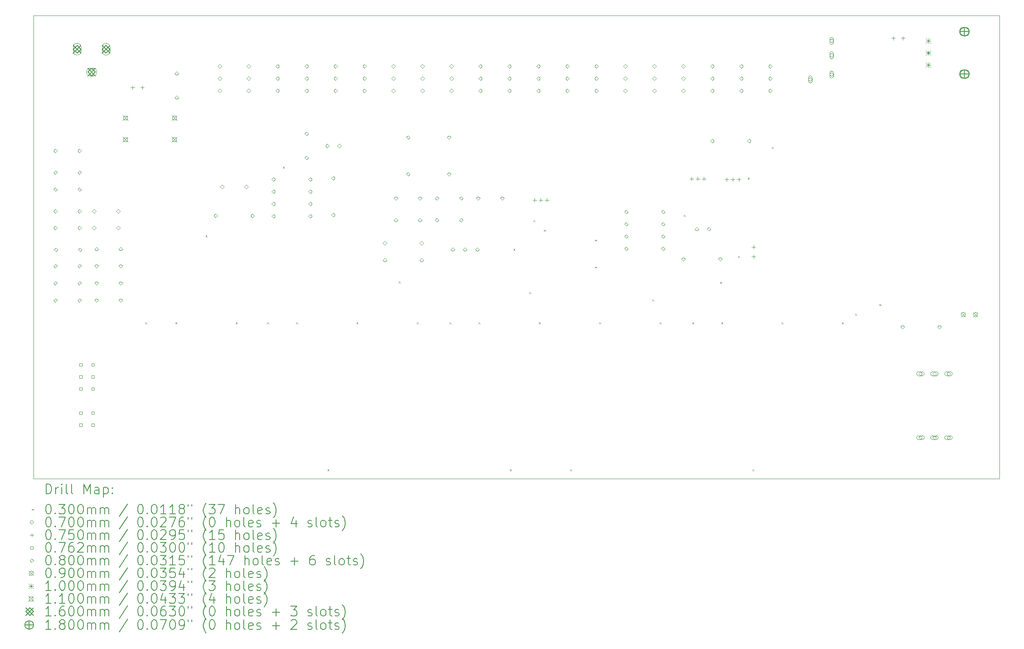
<source format=gbr>
%TF.GenerationSoftware,KiCad,Pcbnew,8.0.2*%
%TF.CreationDate,2025-05-17T21:18:54+08:00*%
%TF.ProjectId,TouchTone555,546f7563-6854-46f6-9e65-3535352e6b69,v1.2*%
%TF.SameCoordinates,Original*%
%TF.FileFunction,Drillmap*%
%TF.FilePolarity,Positive*%
%FSLAX45Y45*%
G04 Gerber Fmt 4.5, Leading zero omitted, Abs format (unit mm)*
G04 Created by KiCad (PCBNEW 8.0.2) date 2025-05-17 21:18:54*
%MOMM*%
%LPD*%
G01*
G04 APERTURE LIST*
%ADD10C,0.050000*%
%ADD11C,0.200000*%
%ADD12C,0.100000*%
%ADD13C,0.110000*%
%ADD14C,0.160000*%
%ADD15C,0.180000*%
G04 APERTURE END LIST*
D10*
X5000000Y-5400000D02*
X25000000Y-5400000D01*
X25000000Y-15000000D01*
X5000000Y-15000000D01*
X5000000Y-5400000D01*
D11*
D12*
X7310000Y-11760000D02*
X7340000Y-11790000D01*
X7340000Y-11760000D02*
X7310000Y-11790000D01*
X7935000Y-11760000D02*
X7965000Y-11790000D01*
X7965000Y-11760000D02*
X7935000Y-11790000D01*
X8560000Y-9960000D02*
X8590000Y-9990000D01*
X8590000Y-9960000D02*
X8560000Y-9990000D01*
X9185000Y-11760000D02*
X9215000Y-11790000D01*
X9215000Y-11760000D02*
X9185000Y-11790000D01*
X9835000Y-11760000D02*
X9865000Y-11790000D01*
X9865000Y-11760000D02*
X9835000Y-11790000D01*
X10160000Y-8535000D02*
X10190000Y-8565000D01*
X10190000Y-8535000D02*
X10160000Y-8565000D01*
X10435000Y-11760000D02*
X10465000Y-11790000D01*
X10465000Y-11760000D02*
X10435000Y-11790000D01*
X11085000Y-14810000D02*
X11115000Y-14840000D01*
X11115000Y-14810000D02*
X11085000Y-14840000D01*
X11685000Y-11760000D02*
X11715000Y-11790000D01*
X11715000Y-11760000D02*
X11685000Y-11790000D01*
X12560000Y-10915000D02*
X12590000Y-10945000D01*
X12590000Y-10915000D02*
X12560000Y-10945000D01*
X12935000Y-11760000D02*
X12965000Y-11790000D01*
X12965000Y-11760000D02*
X12935000Y-11790000D01*
X13610000Y-11760000D02*
X13640000Y-11790000D01*
X13640000Y-11760000D02*
X13610000Y-11790000D01*
X14210000Y-11760000D02*
X14240000Y-11790000D01*
X14240000Y-11760000D02*
X14210000Y-11790000D01*
X14860000Y-14810000D02*
X14890000Y-14840000D01*
X14890000Y-14810000D02*
X14860000Y-14840000D01*
X14935000Y-10235000D02*
X14965000Y-10265000D01*
X14965000Y-10235000D02*
X14935000Y-10265000D01*
X15260000Y-11135000D02*
X15290000Y-11165000D01*
X15290000Y-11135000D02*
X15260000Y-11165000D01*
X15345000Y-9645000D02*
X15375000Y-9675000D01*
X15375000Y-9645000D02*
X15345000Y-9675000D01*
X15460000Y-11760000D02*
X15490000Y-11790000D01*
X15490000Y-11760000D02*
X15460000Y-11790000D01*
X15565000Y-9845000D02*
X15595000Y-9875000D01*
X15595000Y-9845000D02*
X15565000Y-9875000D01*
X16110000Y-14810000D02*
X16140000Y-14840000D01*
X16140000Y-14810000D02*
X16110000Y-14840000D01*
X16625000Y-10045000D02*
X16655000Y-10075000D01*
X16655000Y-10045000D02*
X16625000Y-10075000D01*
X16625000Y-10605000D02*
X16655000Y-10635000D01*
X16655000Y-10605000D02*
X16625000Y-10635000D01*
X16710000Y-11760000D02*
X16740000Y-11790000D01*
X16740000Y-11760000D02*
X16710000Y-11790000D01*
X17810000Y-11285000D02*
X17840000Y-11315000D01*
X17840000Y-11285000D02*
X17810000Y-11315000D01*
X17960000Y-11760000D02*
X17990000Y-11790000D01*
X17990000Y-11760000D02*
X17960000Y-11790000D01*
X18460000Y-9535000D02*
X18490000Y-9565000D01*
X18490000Y-9535000D02*
X18460000Y-9565000D01*
X18635000Y-11760000D02*
X18665000Y-11790000D01*
X18665000Y-11760000D02*
X18635000Y-11790000D01*
X19210000Y-10925000D02*
X19240000Y-10955000D01*
X19240000Y-10925000D02*
X19210000Y-10955000D01*
X19235000Y-11760000D02*
X19265000Y-11790000D01*
X19265000Y-11760000D02*
X19235000Y-11790000D01*
X19585000Y-10385000D02*
X19615000Y-10415000D01*
X19615000Y-10385000D02*
X19585000Y-10415000D01*
X19785000Y-8765000D02*
X19815000Y-8795000D01*
X19815000Y-8765000D02*
X19785000Y-8795000D01*
X19885000Y-14810000D02*
X19915000Y-14840000D01*
X19915000Y-14810000D02*
X19885000Y-14840000D01*
X20285000Y-8125000D02*
X20315000Y-8155000D01*
X20315000Y-8125000D02*
X20285000Y-8155000D01*
X20485000Y-11760000D02*
X20515000Y-11790000D01*
X20515000Y-11760000D02*
X20485000Y-11790000D01*
X21735000Y-11760000D02*
X21765000Y-11790000D01*
X21765000Y-11760000D02*
X21735000Y-11790000D01*
X22010000Y-11585000D02*
X22040000Y-11615000D01*
X22040000Y-11585000D02*
X22010000Y-11615000D01*
X22510000Y-11385000D02*
X22540000Y-11415000D01*
X22540000Y-11385000D02*
X22510000Y-11415000D01*
X21115000Y-6724500D02*
G75*
G02*
X21045000Y-6724500I-35000J0D01*
G01*
X21045000Y-6724500D02*
G75*
G02*
X21115000Y-6724500I35000J0D01*
G01*
X21045000Y-6684500D02*
X21045000Y-6764500D01*
X21115000Y-6764500D02*
G75*
G02*
X21045000Y-6764500I-35000J0D01*
G01*
X21115000Y-6764500D02*
X21115000Y-6684500D01*
X21115000Y-6684500D02*
G75*
G03*
X21045000Y-6684500I-35000J0D01*
G01*
X21555000Y-5924500D02*
G75*
G02*
X21485000Y-5924500I-35000J0D01*
G01*
X21485000Y-5924500D02*
G75*
G02*
X21555000Y-5924500I35000J0D01*
G01*
X21485000Y-5884500D02*
X21485000Y-5964500D01*
X21555000Y-5964500D02*
G75*
G02*
X21485000Y-5964500I-35000J0D01*
G01*
X21555000Y-5964500D02*
X21555000Y-5884500D01*
X21555000Y-5884500D02*
G75*
G03*
X21485000Y-5884500I-35000J0D01*
G01*
X21555000Y-6224500D02*
G75*
G02*
X21485000Y-6224500I-35000J0D01*
G01*
X21485000Y-6224500D02*
G75*
G02*
X21555000Y-6224500I35000J0D01*
G01*
X21485000Y-6184500D02*
X21485000Y-6264500D01*
X21555000Y-6264500D02*
G75*
G02*
X21485000Y-6264500I-35000J0D01*
G01*
X21555000Y-6264500D02*
X21555000Y-6184500D01*
X21555000Y-6184500D02*
G75*
G03*
X21485000Y-6184500I-35000J0D01*
G01*
X21555000Y-6624500D02*
G75*
G02*
X21485000Y-6624500I-35000J0D01*
G01*
X21485000Y-6624500D02*
G75*
G02*
X21555000Y-6624500I35000J0D01*
G01*
X21485000Y-6584500D02*
X21485000Y-6664500D01*
X21555000Y-6664500D02*
G75*
G02*
X21485000Y-6664500I-35000J0D01*
G01*
X21555000Y-6664500D02*
X21555000Y-6584500D01*
X21555000Y-6584500D02*
G75*
G03*
X21485000Y-6584500I-35000J0D01*
G01*
X7050000Y-6857500D02*
X7050000Y-6932500D01*
X7012500Y-6895000D02*
X7087500Y-6895000D01*
X7250000Y-6857500D02*
X7250000Y-6932500D01*
X7212500Y-6895000D02*
X7287500Y-6895000D01*
X15373000Y-9187500D02*
X15373000Y-9262500D01*
X15335500Y-9225000D02*
X15410500Y-9225000D01*
X15500000Y-9187500D02*
X15500000Y-9262500D01*
X15462500Y-9225000D02*
X15537500Y-9225000D01*
X15627000Y-9187500D02*
X15627000Y-9262500D01*
X15589500Y-9225000D02*
X15664500Y-9225000D01*
X18623000Y-8748500D02*
X18623000Y-8823500D01*
X18585500Y-8786000D02*
X18660500Y-8786000D01*
X18750000Y-8748500D02*
X18750000Y-8823500D01*
X18712500Y-8786000D02*
X18787500Y-8786000D01*
X18877000Y-8748500D02*
X18877000Y-8823500D01*
X18839500Y-8786000D02*
X18914500Y-8786000D01*
X19346000Y-8762500D02*
X19346000Y-8837500D01*
X19308500Y-8800000D02*
X19383500Y-8800000D01*
X19473000Y-8762500D02*
X19473000Y-8837500D01*
X19435500Y-8800000D02*
X19510500Y-8800000D01*
X19600000Y-8762500D02*
X19600000Y-8837500D01*
X19562500Y-8800000D02*
X19637500Y-8800000D01*
X19905000Y-10162500D02*
X19905000Y-10237500D01*
X19867500Y-10200000D02*
X19942500Y-10200000D01*
X19905000Y-10362500D02*
X19905000Y-10437500D01*
X19867500Y-10400000D02*
X19942500Y-10400000D01*
X22800000Y-5832500D02*
X22800000Y-5907500D01*
X22762500Y-5870000D02*
X22837500Y-5870000D01*
X23000000Y-5832500D02*
X23000000Y-5907500D01*
X22962500Y-5870000D02*
X23037500Y-5870000D01*
X6001941Y-12666941D02*
X6001941Y-12613059D01*
X5948059Y-12613059D01*
X5948059Y-12666941D01*
X6001941Y-12666941D01*
X6001941Y-12916941D02*
X6001941Y-12863059D01*
X5948059Y-12863059D01*
X5948059Y-12916941D01*
X6001941Y-12916941D01*
X6001941Y-13166941D02*
X6001941Y-13113059D01*
X5948059Y-13113059D01*
X5948059Y-13166941D01*
X6001941Y-13166941D01*
X6001941Y-13666941D02*
X6001941Y-13613059D01*
X5948059Y-13613059D01*
X5948059Y-13666941D01*
X6001941Y-13666941D01*
X6001941Y-13916941D02*
X6001941Y-13863059D01*
X5948059Y-13863059D01*
X5948059Y-13916941D01*
X6001941Y-13916941D01*
X6251941Y-12666941D02*
X6251941Y-12613059D01*
X6198059Y-12613059D01*
X6198059Y-12666941D01*
X6251941Y-12666941D01*
X6251941Y-12916941D02*
X6251941Y-12863059D01*
X6198059Y-12863059D01*
X6198059Y-12916941D01*
X6251941Y-12916941D01*
X6251941Y-13166941D02*
X6251941Y-13113059D01*
X6198059Y-13113059D01*
X6198059Y-13166941D01*
X6251941Y-13166941D01*
X6251941Y-13666941D02*
X6251941Y-13613059D01*
X6198059Y-13613059D01*
X6198059Y-13666941D01*
X6251941Y-13666941D01*
X6251941Y-13916941D02*
X6251941Y-13863059D01*
X6198059Y-13863059D01*
X6198059Y-13916941D01*
X6251941Y-13916941D01*
X5450000Y-8245000D02*
X5490000Y-8205000D01*
X5450000Y-8165000D01*
X5410000Y-8205000D01*
X5450000Y-8245000D01*
X5450000Y-8695000D02*
X5490000Y-8655000D01*
X5450000Y-8615000D01*
X5410000Y-8655000D01*
X5450000Y-8695000D01*
X5450000Y-9045000D02*
X5490000Y-9005000D01*
X5450000Y-8965000D01*
X5410000Y-9005000D01*
X5450000Y-9045000D01*
X5450000Y-9495000D02*
X5490000Y-9455000D01*
X5450000Y-9415000D01*
X5410000Y-9455000D01*
X5450000Y-9495000D01*
X5450000Y-9845000D02*
X5490000Y-9805000D01*
X5450000Y-9765000D01*
X5410000Y-9805000D01*
X5450000Y-9845000D01*
X5450000Y-10635000D02*
X5490000Y-10595000D01*
X5450000Y-10555000D01*
X5410000Y-10595000D01*
X5450000Y-10635000D01*
X5450000Y-10990000D02*
X5490000Y-10950000D01*
X5450000Y-10910000D01*
X5410000Y-10950000D01*
X5450000Y-10990000D01*
X5450000Y-11345000D02*
X5490000Y-11305000D01*
X5450000Y-11265000D01*
X5410000Y-11305000D01*
X5450000Y-11345000D01*
X5460000Y-10295000D02*
X5500000Y-10255000D01*
X5460000Y-10215000D01*
X5420000Y-10255000D01*
X5460000Y-10295000D01*
X5950000Y-8245000D02*
X5990000Y-8205000D01*
X5950000Y-8165000D01*
X5910000Y-8205000D01*
X5950000Y-8245000D01*
X5950000Y-8695000D02*
X5990000Y-8655000D01*
X5950000Y-8615000D01*
X5910000Y-8655000D01*
X5950000Y-8695000D01*
X5950000Y-9045000D02*
X5990000Y-9005000D01*
X5950000Y-8965000D01*
X5910000Y-9005000D01*
X5950000Y-9045000D01*
X5950000Y-9495000D02*
X5990000Y-9455000D01*
X5950000Y-9415000D01*
X5910000Y-9455000D01*
X5950000Y-9495000D01*
X5950000Y-9845000D02*
X5990000Y-9805000D01*
X5950000Y-9765000D01*
X5910000Y-9805000D01*
X5950000Y-9845000D01*
X5950000Y-10635000D02*
X5990000Y-10595000D01*
X5950000Y-10555000D01*
X5910000Y-10595000D01*
X5950000Y-10635000D01*
X5950000Y-10990000D02*
X5990000Y-10950000D01*
X5950000Y-10910000D01*
X5910000Y-10950000D01*
X5950000Y-10990000D01*
X5950000Y-11345000D02*
X5990000Y-11305000D01*
X5950000Y-11265000D01*
X5910000Y-11305000D01*
X5950000Y-11345000D01*
X5960000Y-10295000D02*
X6000000Y-10255000D01*
X5960000Y-10215000D01*
X5920000Y-10255000D01*
X5960000Y-10295000D01*
X6250000Y-9495000D02*
X6290000Y-9455000D01*
X6250000Y-9415000D01*
X6210000Y-9455000D01*
X6250000Y-9495000D01*
X6250000Y-9845000D02*
X6290000Y-9805000D01*
X6250000Y-9765000D01*
X6210000Y-9805000D01*
X6250000Y-9845000D01*
X6300000Y-10280000D02*
X6340000Y-10240000D01*
X6300000Y-10200000D01*
X6260000Y-10240000D01*
X6300000Y-10280000D01*
X6300000Y-10635000D02*
X6340000Y-10595000D01*
X6300000Y-10555000D01*
X6260000Y-10595000D01*
X6300000Y-10635000D01*
X6300000Y-10990000D02*
X6340000Y-10950000D01*
X6300000Y-10910000D01*
X6260000Y-10950000D01*
X6300000Y-10990000D01*
X6300000Y-11345000D02*
X6340000Y-11305000D01*
X6300000Y-11265000D01*
X6260000Y-11305000D01*
X6300000Y-11345000D01*
X6750000Y-9495000D02*
X6790000Y-9455000D01*
X6750000Y-9415000D01*
X6710000Y-9455000D01*
X6750000Y-9495000D01*
X6750000Y-9845000D02*
X6790000Y-9805000D01*
X6750000Y-9765000D01*
X6710000Y-9805000D01*
X6750000Y-9845000D01*
X6800000Y-10280000D02*
X6840000Y-10240000D01*
X6800000Y-10200000D01*
X6760000Y-10240000D01*
X6800000Y-10280000D01*
X6800000Y-10635000D02*
X6840000Y-10595000D01*
X6800000Y-10555000D01*
X6760000Y-10595000D01*
X6800000Y-10635000D01*
X6800000Y-10990000D02*
X6840000Y-10950000D01*
X6800000Y-10910000D01*
X6760000Y-10950000D01*
X6800000Y-10990000D01*
X6800000Y-11345000D02*
X6840000Y-11305000D01*
X6800000Y-11265000D01*
X6760000Y-11305000D01*
X6800000Y-11345000D01*
X7960000Y-6640000D02*
X8000000Y-6600000D01*
X7960000Y-6560000D01*
X7920000Y-6600000D01*
X7960000Y-6640000D01*
X7960000Y-7140000D02*
X8000000Y-7100000D01*
X7960000Y-7060000D01*
X7920000Y-7100000D01*
X7960000Y-7140000D01*
X8769000Y-9590000D02*
X8809000Y-9550000D01*
X8769000Y-9510000D01*
X8729000Y-9550000D01*
X8769000Y-9590000D01*
X8850000Y-6490000D02*
X8890000Y-6450000D01*
X8850000Y-6410000D01*
X8810000Y-6450000D01*
X8850000Y-6490000D01*
X8850000Y-6744000D02*
X8890000Y-6704000D01*
X8850000Y-6664000D01*
X8810000Y-6704000D01*
X8850000Y-6744000D01*
X8850000Y-6998000D02*
X8890000Y-6958000D01*
X8850000Y-6918000D01*
X8810000Y-6958000D01*
X8850000Y-6998000D01*
X8900000Y-8990000D02*
X8940000Y-8950000D01*
X8900000Y-8910000D01*
X8860000Y-8950000D01*
X8900000Y-8990000D01*
X9400000Y-8990000D02*
X9440000Y-8950000D01*
X9400000Y-8910000D01*
X9360000Y-8950000D01*
X9400000Y-8990000D01*
X9450000Y-6490000D02*
X9490000Y-6450000D01*
X9450000Y-6410000D01*
X9410000Y-6450000D01*
X9450000Y-6490000D01*
X9450000Y-6744000D02*
X9490000Y-6704000D01*
X9450000Y-6664000D01*
X9410000Y-6704000D01*
X9450000Y-6744000D01*
X9450000Y-6998000D02*
X9490000Y-6958000D01*
X9450000Y-6918000D01*
X9410000Y-6958000D01*
X9450000Y-6998000D01*
X9531000Y-9590000D02*
X9571000Y-9550000D01*
X9531000Y-9510000D01*
X9491000Y-9550000D01*
X9531000Y-9590000D01*
X9965000Y-8835000D02*
X10005000Y-8795000D01*
X9965000Y-8755000D01*
X9925000Y-8795000D01*
X9965000Y-8835000D01*
X9965000Y-9089000D02*
X10005000Y-9049000D01*
X9965000Y-9009000D01*
X9925000Y-9049000D01*
X9965000Y-9089000D01*
X9965000Y-9343000D02*
X10005000Y-9303000D01*
X9965000Y-9263000D01*
X9925000Y-9303000D01*
X9965000Y-9343000D01*
X9965000Y-9597000D02*
X10005000Y-9557000D01*
X9965000Y-9517000D01*
X9925000Y-9557000D01*
X9965000Y-9597000D01*
X10050000Y-6490000D02*
X10090000Y-6450000D01*
X10050000Y-6410000D01*
X10010000Y-6450000D01*
X10050000Y-6490000D01*
X10050000Y-6744000D02*
X10090000Y-6704000D01*
X10050000Y-6664000D01*
X10010000Y-6704000D01*
X10050000Y-6744000D01*
X10050000Y-6998000D02*
X10090000Y-6958000D01*
X10050000Y-6918000D01*
X10010000Y-6958000D01*
X10050000Y-6998000D01*
X10650000Y-6490000D02*
X10690000Y-6450000D01*
X10650000Y-6410000D01*
X10610000Y-6450000D01*
X10650000Y-6490000D01*
X10650000Y-6744000D02*
X10690000Y-6704000D01*
X10650000Y-6664000D01*
X10610000Y-6704000D01*
X10650000Y-6744000D01*
X10650000Y-6998000D02*
X10690000Y-6958000D01*
X10650000Y-6918000D01*
X10610000Y-6958000D01*
X10650000Y-6998000D01*
X10650000Y-7890000D02*
X10690000Y-7850000D01*
X10650000Y-7810000D01*
X10610000Y-7850000D01*
X10650000Y-7890000D01*
X10650000Y-8390000D02*
X10690000Y-8350000D01*
X10650000Y-8310000D01*
X10610000Y-8350000D01*
X10650000Y-8390000D01*
X10727000Y-8835000D02*
X10767000Y-8795000D01*
X10727000Y-8755000D01*
X10687000Y-8795000D01*
X10727000Y-8835000D01*
X10727000Y-9089000D02*
X10767000Y-9049000D01*
X10727000Y-9009000D01*
X10687000Y-9049000D01*
X10727000Y-9089000D01*
X10727000Y-9343000D02*
X10767000Y-9303000D01*
X10727000Y-9263000D01*
X10687000Y-9303000D01*
X10727000Y-9343000D01*
X10727000Y-9597000D02*
X10767000Y-9557000D01*
X10727000Y-9517000D01*
X10687000Y-9557000D01*
X10727000Y-9597000D01*
X11079489Y-8140000D02*
X11119489Y-8100000D01*
X11079489Y-8060000D01*
X11039489Y-8100000D01*
X11079489Y-8140000D01*
X11200000Y-8809000D02*
X11240000Y-8769000D01*
X11200000Y-8729000D01*
X11160000Y-8769000D01*
X11200000Y-8809000D01*
X11200000Y-9571000D02*
X11240000Y-9531000D01*
X11200000Y-9491000D01*
X11160000Y-9531000D01*
X11200000Y-9571000D01*
X11250000Y-6490000D02*
X11290000Y-6450000D01*
X11250000Y-6410000D01*
X11210000Y-6450000D01*
X11250000Y-6490000D01*
X11250000Y-6744000D02*
X11290000Y-6704000D01*
X11250000Y-6664000D01*
X11210000Y-6704000D01*
X11250000Y-6744000D01*
X11250000Y-6998000D02*
X11290000Y-6958000D01*
X11250000Y-6918000D01*
X11210000Y-6958000D01*
X11250000Y-6998000D01*
X11329489Y-8140000D02*
X11369489Y-8100000D01*
X11329489Y-8060000D01*
X11289489Y-8100000D01*
X11329489Y-8140000D01*
X11850000Y-6490000D02*
X11890000Y-6450000D01*
X11850000Y-6410000D01*
X11810000Y-6450000D01*
X11850000Y-6490000D01*
X11850000Y-6744000D02*
X11890000Y-6704000D01*
X11850000Y-6664000D01*
X11810000Y-6704000D01*
X11850000Y-6744000D01*
X11850000Y-6998000D02*
X11890000Y-6958000D01*
X11850000Y-6918000D01*
X11810000Y-6958000D01*
X11850000Y-6998000D01*
X12269000Y-10155000D02*
X12309000Y-10115000D01*
X12269000Y-10075000D01*
X12229000Y-10115000D01*
X12269000Y-10155000D01*
X12269000Y-10510000D02*
X12309000Y-10470000D01*
X12269000Y-10430000D01*
X12229000Y-10470000D01*
X12269000Y-10510000D01*
X12450000Y-6490000D02*
X12490000Y-6450000D01*
X12450000Y-6410000D01*
X12410000Y-6450000D01*
X12450000Y-6490000D01*
X12450000Y-6744000D02*
X12490000Y-6704000D01*
X12450000Y-6664000D01*
X12410000Y-6704000D01*
X12450000Y-6744000D01*
X12450000Y-6998000D02*
X12490000Y-6958000D01*
X12450000Y-6918000D01*
X12410000Y-6958000D01*
X12450000Y-6998000D01*
X12500000Y-9229000D02*
X12540000Y-9189000D01*
X12500000Y-9149000D01*
X12460000Y-9189000D01*
X12500000Y-9229000D01*
X12500000Y-9679000D02*
X12540000Y-9639000D01*
X12500000Y-9599000D01*
X12460000Y-9639000D01*
X12500000Y-9679000D01*
X12750000Y-7967000D02*
X12790000Y-7927000D01*
X12750000Y-7887000D01*
X12710000Y-7927000D01*
X12750000Y-7967000D01*
X12750000Y-8729000D02*
X12790000Y-8689000D01*
X12750000Y-8649000D01*
X12710000Y-8689000D01*
X12750000Y-8729000D01*
X13000000Y-9229000D02*
X13040000Y-9189000D01*
X13000000Y-9149000D01*
X12960000Y-9189000D01*
X13000000Y-9229000D01*
X13000000Y-9679000D02*
X13040000Y-9639000D01*
X13000000Y-9599000D01*
X12960000Y-9639000D01*
X13000000Y-9679000D01*
X13031000Y-10155000D02*
X13071000Y-10115000D01*
X13031000Y-10075000D01*
X12991000Y-10115000D01*
X13031000Y-10155000D01*
X13031000Y-10510000D02*
X13071000Y-10470000D01*
X13031000Y-10430000D01*
X12991000Y-10470000D01*
X13031000Y-10510000D01*
X13050000Y-6490000D02*
X13090000Y-6450000D01*
X13050000Y-6410000D01*
X13010000Y-6450000D01*
X13050000Y-6490000D01*
X13050000Y-6744000D02*
X13090000Y-6704000D01*
X13050000Y-6664000D01*
X13010000Y-6704000D01*
X13050000Y-6744000D01*
X13050000Y-6998000D02*
X13090000Y-6958000D01*
X13050000Y-6918000D01*
X13010000Y-6958000D01*
X13050000Y-6998000D01*
X13350000Y-9229000D02*
X13390000Y-9189000D01*
X13350000Y-9149000D01*
X13310000Y-9189000D01*
X13350000Y-9229000D01*
X13350000Y-9679000D02*
X13390000Y-9639000D01*
X13350000Y-9599000D01*
X13310000Y-9639000D01*
X13350000Y-9679000D01*
X13600000Y-7967000D02*
X13640000Y-7927000D01*
X13600000Y-7887000D01*
X13560000Y-7927000D01*
X13600000Y-7967000D01*
X13600000Y-8729000D02*
X13640000Y-8689000D01*
X13600000Y-8649000D01*
X13560000Y-8689000D01*
X13600000Y-8729000D01*
X13650000Y-6490000D02*
X13690000Y-6450000D01*
X13650000Y-6410000D01*
X13610000Y-6450000D01*
X13650000Y-6490000D01*
X13650000Y-6744000D02*
X13690000Y-6704000D01*
X13650000Y-6664000D01*
X13610000Y-6704000D01*
X13650000Y-6744000D01*
X13650000Y-6998000D02*
X13690000Y-6958000D01*
X13650000Y-6918000D01*
X13610000Y-6958000D01*
X13650000Y-6998000D01*
X13677000Y-10290000D02*
X13717000Y-10250000D01*
X13677000Y-10210000D01*
X13637000Y-10250000D01*
X13677000Y-10290000D01*
X13850000Y-9229000D02*
X13890000Y-9189000D01*
X13850000Y-9149000D01*
X13810000Y-9189000D01*
X13850000Y-9229000D01*
X13850000Y-9679000D02*
X13890000Y-9639000D01*
X13850000Y-9599000D01*
X13810000Y-9639000D01*
X13850000Y-9679000D01*
X13931000Y-10290000D02*
X13971000Y-10250000D01*
X13931000Y-10210000D01*
X13891000Y-10250000D01*
X13931000Y-10290000D01*
X14185000Y-10290000D02*
X14225000Y-10250000D01*
X14185000Y-10210000D01*
X14145000Y-10250000D01*
X14185000Y-10290000D01*
X14200000Y-9229000D02*
X14240000Y-9189000D01*
X14200000Y-9149000D01*
X14160000Y-9189000D01*
X14200000Y-9229000D01*
X14250000Y-6490000D02*
X14290000Y-6450000D01*
X14250000Y-6410000D01*
X14210000Y-6450000D01*
X14250000Y-6490000D01*
X14250000Y-6744000D02*
X14290000Y-6704000D01*
X14250000Y-6664000D01*
X14210000Y-6704000D01*
X14250000Y-6744000D01*
X14250000Y-6998000D02*
X14290000Y-6958000D01*
X14250000Y-6918000D01*
X14210000Y-6958000D01*
X14250000Y-6998000D01*
X14700000Y-9229000D02*
X14740000Y-9189000D01*
X14700000Y-9149000D01*
X14660000Y-9189000D01*
X14700000Y-9229000D01*
X14850000Y-6490000D02*
X14890000Y-6450000D01*
X14850000Y-6410000D01*
X14810000Y-6450000D01*
X14850000Y-6490000D01*
X14850000Y-6744000D02*
X14890000Y-6704000D01*
X14850000Y-6664000D01*
X14810000Y-6704000D01*
X14850000Y-6744000D01*
X14850000Y-6998000D02*
X14890000Y-6958000D01*
X14850000Y-6918000D01*
X14810000Y-6958000D01*
X14850000Y-6998000D01*
X15450000Y-6490000D02*
X15490000Y-6450000D01*
X15450000Y-6410000D01*
X15410000Y-6450000D01*
X15450000Y-6490000D01*
X15450000Y-6744000D02*
X15490000Y-6704000D01*
X15450000Y-6664000D01*
X15410000Y-6704000D01*
X15450000Y-6744000D01*
X15450000Y-6998000D02*
X15490000Y-6958000D01*
X15450000Y-6918000D01*
X15410000Y-6958000D01*
X15450000Y-6998000D01*
X16050000Y-6490000D02*
X16090000Y-6450000D01*
X16050000Y-6410000D01*
X16010000Y-6450000D01*
X16050000Y-6490000D01*
X16050000Y-6744000D02*
X16090000Y-6704000D01*
X16050000Y-6664000D01*
X16010000Y-6704000D01*
X16050000Y-6744000D01*
X16050000Y-6998000D02*
X16090000Y-6958000D01*
X16050000Y-6918000D01*
X16010000Y-6958000D01*
X16050000Y-6998000D01*
X16650000Y-6490000D02*
X16690000Y-6450000D01*
X16650000Y-6410000D01*
X16610000Y-6450000D01*
X16650000Y-6490000D01*
X16650000Y-6744000D02*
X16690000Y-6704000D01*
X16650000Y-6664000D01*
X16610000Y-6704000D01*
X16650000Y-6744000D01*
X16650000Y-6998000D02*
X16690000Y-6958000D01*
X16650000Y-6918000D01*
X16610000Y-6958000D01*
X16650000Y-6998000D01*
X17250000Y-6490000D02*
X17290000Y-6450000D01*
X17250000Y-6410000D01*
X17210000Y-6450000D01*
X17250000Y-6490000D01*
X17250000Y-6744000D02*
X17290000Y-6704000D01*
X17250000Y-6664000D01*
X17210000Y-6704000D01*
X17250000Y-6744000D01*
X17250000Y-6998000D02*
X17290000Y-6958000D01*
X17250000Y-6918000D01*
X17210000Y-6958000D01*
X17250000Y-6998000D01*
X17270000Y-9510000D02*
X17310000Y-9470000D01*
X17270000Y-9430000D01*
X17230000Y-9470000D01*
X17270000Y-9510000D01*
X17270000Y-9764000D02*
X17310000Y-9724000D01*
X17270000Y-9684000D01*
X17230000Y-9724000D01*
X17270000Y-9764000D01*
X17270000Y-10018000D02*
X17310000Y-9978000D01*
X17270000Y-9938000D01*
X17230000Y-9978000D01*
X17270000Y-10018000D01*
X17270000Y-10272000D02*
X17310000Y-10232000D01*
X17270000Y-10192000D01*
X17230000Y-10232000D01*
X17270000Y-10272000D01*
X17850000Y-6490000D02*
X17890000Y-6450000D01*
X17850000Y-6410000D01*
X17810000Y-6450000D01*
X17850000Y-6490000D01*
X17850000Y-6744000D02*
X17890000Y-6704000D01*
X17850000Y-6664000D01*
X17810000Y-6704000D01*
X17850000Y-6744000D01*
X17850000Y-6998000D02*
X17890000Y-6958000D01*
X17850000Y-6918000D01*
X17810000Y-6958000D01*
X17850000Y-6998000D01*
X18032000Y-9510000D02*
X18072000Y-9470000D01*
X18032000Y-9430000D01*
X17992000Y-9470000D01*
X18032000Y-9510000D01*
X18032000Y-9764000D02*
X18072000Y-9724000D01*
X18032000Y-9684000D01*
X17992000Y-9724000D01*
X18032000Y-9764000D01*
X18032000Y-10018000D02*
X18072000Y-9978000D01*
X18032000Y-9938000D01*
X17992000Y-9978000D01*
X18032000Y-10018000D01*
X18032000Y-10272000D02*
X18072000Y-10232000D01*
X18032000Y-10192000D01*
X17992000Y-10232000D01*
X18032000Y-10272000D01*
X18450000Y-6490000D02*
X18490000Y-6450000D01*
X18450000Y-6410000D01*
X18410000Y-6450000D01*
X18450000Y-6490000D01*
X18450000Y-6744000D02*
X18490000Y-6704000D01*
X18450000Y-6664000D01*
X18410000Y-6704000D01*
X18450000Y-6744000D01*
X18450000Y-6998000D02*
X18490000Y-6958000D01*
X18450000Y-6918000D01*
X18410000Y-6958000D01*
X18450000Y-6998000D01*
X18450000Y-10490000D02*
X18490000Y-10450000D01*
X18450000Y-10410000D01*
X18410000Y-10450000D01*
X18450000Y-10490000D01*
X18729489Y-9865000D02*
X18769489Y-9825000D01*
X18729489Y-9785000D01*
X18689489Y-9825000D01*
X18729489Y-9865000D01*
X18979489Y-9865000D02*
X19019489Y-9825000D01*
X18979489Y-9785000D01*
X18939489Y-9825000D01*
X18979489Y-9865000D01*
X19050000Y-6490000D02*
X19090000Y-6450000D01*
X19050000Y-6410000D01*
X19010000Y-6450000D01*
X19050000Y-6490000D01*
X19050000Y-6744000D02*
X19090000Y-6704000D01*
X19050000Y-6664000D01*
X19010000Y-6704000D01*
X19050000Y-6744000D01*
X19050000Y-6998000D02*
X19090000Y-6958000D01*
X19050000Y-6918000D01*
X19010000Y-6958000D01*
X19050000Y-6998000D01*
X19050000Y-8040000D02*
X19090000Y-8000000D01*
X19050000Y-7960000D01*
X19010000Y-8000000D01*
X19050000Y-8040000D01*
X19212000Y-10490000D02*
X19252000Y-10450000D01*
X19212000Y-10410000D01*
X19172000Y-10450000D01*
X19212000Y-10490000D01*
X19650000Y-6490000D02*
X19690000Y-6450000D01*
X19650000Y-6410000D01*
X19610000Y-6450000D01*
X19650000Y-6490000D01*
X19650000Y-6744000D02*
X19690000Y-6704000D01*
X19650000Y-6664000D01*
X19610000Y-6704000D01*
X19650000Y-6744000D01*
X19650000Y-6998000D02*
X19690000Y-6958000D01*
X19650000Y-6918000D01*
X19610000Y-6958000D01*
X19650000Y-6998000D01*
X19812000Y-8040000D02*
X19852000Y-8000000D01*
X19812000Y-7960000D01*
X19772000Y-8000000D01*
X19812000Y-8040000D01*
X20250000Y-6490000D02*
X20290000Y-6450000D01*
X20250000Y-6410000D01*
X20210000Y-6450000D01*
X20250000Y-6490000D01*
X20250000Y-6744000D02*
X20290000Y-6704000D01*
X20250000Y-6664000D01*
X20210000Y-6704000D01*
X20250000Y-6744000D01*
X20250000Y-6998000D02*
X20290000Y-6958000D01*
X20250000Y-6918000D01*
X20210000Y-6958000D01*
X20250000Y-6998000D01*
X22989000Y-11895000D02*
X23029000Y-11855000D01*
X22989000Y-11815000D01*
X22949000Y-11855000D01*
X22989000Y-11895000D01*
X23360000Y-12865000D02*
X23400000Y-12825000D01*
X23360000Y-12785000D01*
X23320000Y-12825000D01*
X23360000Y-12865000D01*
X23320000Y-12865000D02*
X23400000Y-12865000D01*
X23400000Y-12785000D02*
G75*
G02*
X23400000Y-12865000I0J-40000D01*
G01*
X23400000Y-12785000D02*
X23320000Y-12785000D01*
X23320000Y-12785000D02*
G75*
G03*
X23320000Y-12865000I0J-40000D01*
G01*
X23360000Y-14190000D02*
X23400000Y-14150000D01*
X23360000Y-14110000D01*
X23320000Y-14150000D01*
X23360000Y-14190000D01*
X23320000Y-14190000D02*
X23400000Y-14190000D01*
X23400000Y-14110000D02*
G75*
G02*
X23400000Y-14190000I0J-40000D01*
G01*
X23400000Y-14110000D02*
X23320000Y-14110000D01*
X23320000Y-14110000D02*
G75*
G03*
X23320000Y-14190000I0J-40000D01*
G01*
X23650000Y-12865000D02*
X23690000Y-12825000D01*
X23650000Y-12785000D01*
X23610000Y-12825000D01*
X23650000Y-12865000D01*
X23610000Y-12865000D02*
X23690000Y-12865000D01*
X23690000Y-12785000D02*
G75*
G02*
X23690000Y-12865000I0J-40000D01*
G01*
X23690000Y-12785000D02*
X23610000Y-12785000D01*
X23610000Y-12785000D02*
G75*
G03*
X23610000Y-12865000I0J-40000D01*
G01*
X23650000Y-14190000D02*
X23690000Y-14150000D01*
X23650000Y-14110000D01*
X23610000Y-14150000D01*
X23650000Y-14190000D01*
X23610000Y-14190000D02*
X23690000Y-14190000D01*
X23690000Y-14110000D02*
G75*
G02*
X23690000Y-14190000I0J-40000D01*
G01*
X23690000Y-14110000D02*
X23610000Y-14110000D01*
X23610000Y-14110000D02*
G75*
G03*
X23610000Y-14190000I0J-40000D01*
G01*
X23751000Y-11895000D02*
X23791000Y-11855000D01*
X23751000Y-11815000D01*
X23711000Y-11855000D01*
X23751000Y-11895000D01*
X23940000Y-12865000D02*
X23980000Y-12825000D01*
X23940000Y-12785000D01*
X23900000Y-12825000D01*
X23940000Y-12865000D01*
X23900000Y-12865000D02*
X23980000Y-12865000D01*
X23980000Y-12785000D02*
G75*
G02*
X23980000Y-12865000I0J-40000D01*
G01*
X23980000Y-12785000D02*
X23900000Y-12785000D01*
X23900000Y-12785000D02*
G75*
G03*
X23900000Y-12865000I0J-40000D01*
G01*
X23940000Y-14190000D02*
X23980000Y-14150000D01*
X23940000Y-14110000D01*
X23900000Y-14150000D01*
X23940000Y-14190000D01*
X23900000Y-14190000D02*
X23980000Y-14190000D01*
X23980000Y-14110000D02*
G75*
G02*
X23980000Y-14190000I0J-40000D01*
G01*
X23980000Y-14110000D02*
X23900000Y-14110000D01*
X23900000Y-14110000D02*
G75*
G03*
X23900000Y-14190000I0J-40000D01*
G01*
X24202500Y-11555000D02*
X24292500Y-11645000D01*
X24292500Y-11555000D02*
X24202500Y-11645000D01*
X24292500Y-11600000D02*
G75*
G02*
X24202500Y-11600000I-45000J0D01*
G01*
X24202500Y-11600000D02*
G75*
G02*
X24292500Y-11600000I45000J0D01*
G01*
X24456500Y-11555000D02*
X24546500Y-11645000D01*
X24546500Y-11555000D02*
X24456500Y-11645000D01*
X24546500Y-11600000D02*
G75*
G02*
X24456500Y-11600000I-45000J0D01*
G01*
X24456500Y-11600000D02*
G75*
G02*
X24546500Y-11600000I45000J0D01*
G01*
X23471950Y-5875000D02*
X23571950Y-5975000D01*
X23571950Y-5875000D02*
X23471950Y-5975000D01*
X23521950Y-5875000D02*
X23521950Y-5975000D01*
X23471950Y-5925000D02*
X23571950Y-5925000D01*
X23471950Y-6125000D02*
X23571950Y-6225000D01*
X23571950Y-6125000D02*
X23471950Y-6225000D01*
X23521950Y-6125000D02*
X23521950Y-6225000D01*
X23471950Y-6175000D02*
X23571950Y-6175000D01*
X23471950Y-6375000D02*
X23571950Y-6475000D01*
X23571950Y-6375000D02*
X23471950Y-6475000D01*
X23521950Y-6375000D02*
X23521950Y-6475000D01*
X23471950Y-6425000D02*
X23571950Y-6425000D01*
D13*
X6845000Y-7465000D02*
X6955000Y-7575000D01*
X6955000Y-7465000D02*
X6845000Y-7575000D01*
X6938891Y-7558891D02*
X6938891Y-7481109D01*
X6861109Y-7481109D01*
X6861109Y-7558891D01*
X6938891Y-7558891D01*
X6845000Y-7915000D02*
X6955000Y-8025000D01*
X6955000Y-7915000D02*
X6845000Y-8025000D01*
X6938891Y-8008891D02*
X6938891Y-7931109D01*
X6861109Y-7931109D01*
X6861109Y-8008891D01*
X6938891Y-8008891D01*
X7861000Y-7465000D02*
X7971000Y-7575000D01*
X7971000Y-7465000D02*
X7861000Y-7575000D01*
X7954891Y-7558891D02*
X7954891Y-7481109D01*
X7877109Y-7481109D01*
X7877109Y-7558891D01*
X7954891Y-7558891D01*
X7861000Y-7915000D02*
X7971000Y-8025000D01*
X7971000Y-7915000D02*
X7861000Y-8025000D01*
X7954891Y-8008891D02*
X7954891Y-7931109D01*
X7877109Y-7931109D01*
X7877109Y-8008891D01*
X7954891Y-8008891D01*
D14*
X5820000Y-6020000D02*
X5980000Y-6180000D01*
X5980000Y-6020000D02*
X5820000Y-6180000D01*
X5900000Y-6180000D02*
X5980000Y-6100000D01*
X5900000Y-6020000D01*
X5820000Y-6100000D01*
X5900000Y-6180000D01*
D12*
X5820000Y-6055000D02*
X5820000Y-6145000D01*
X5980000Y-6145000D02*
G75*
G02*
X5820000Y-6145000I-80000J0D01*
G01*
X5980000Y-6145000D02*
X5980000Y-6055000D01*
X5980000Y-6055000D02*
G75*
G03*
X5820000Y-6055000I-80000J0D01*
G01*
D14*
X6120000Y-6490000D02*
X6280000Y-6650000D01*
X6280000Y-6490000D02*
X6120000Y-6650000D01*
X6200000Y-6650000D02*
X6280000Y-6570000D01*
X6200000Y-6490000D01*
X6120000Y-6570000D01*
X6200000Y-6650000D01*
D12*
X6230000Y-6490000D02*
X6170000Y-6490000D01*
X6170000Y-6650000D02*
G75*
G02*
X6170000Y-6490000I0J80000D01*
G01*
X6170000Y-6650000D02*
X6230000Y-6650000D01*
X6230000Y-6650000D02*
G75*
G03*
X6230000Y-6490000I0J80000D01*
G01*
D14*
X6420000Y-6020000D02*
X6580000Y-6180000D01*
X6580000Y-6020000D02*
X6420000Y-6180000D01*
X6500000Y-6180000D02*
X6580000Y-6100000D01*
X6500000Y-6020000D01*
X6420000Y-6100000D01*
X6500000Y-6180000D01*
D12*
X6420000Y-6055000D02*
X6420000Y-6145000D01*
X6580000Y-6145000D02*
G75*
G02*
X6420000Y-6145000I-80000J0D01*
G01*
X6580000Y-6145000D02*
X6580000Y-6055000D01*
X6580000Y-6055000D02*
G75*
G03*
X6420000Y-6055000I-80000J0D01*
G01*
D15*
X24271950Y-5645000D02*
X24271950Y-5825000D01*
X24181950Y-5735000D02*
X24361950Y-5735000D01*
X24361950Y-5735000D02*
G75*
G02*
X24181950Y-5735000I-90000J0D01*
G01*
X24181950Y-5735000D02*
G75*
G02*
X24361950Y-5735000I90000J0D01*
G01*
D12*
X24291950Y-5645000D02*
X24251950Y-5645000D01*
X24251950Y-5825000D02*
G75*
G02*
X24251950Y-5645000I0J90000D01*
G01*
X24251950Y-5825000D02*
X24291950Y-5825000D01*
X24291950Y-5825000D02*
G75*
G03*
X24291950Y-5645000I0J90000D01*
G01*
D15*
X24271950Y-6525000D02*
X24271950Y-6705000D01*
X24181950Y-6615000D02*
X24361950Y-6615000D01*
X24361950Y-6615000D02*
G75*
G02*
X24181950Y-6615000I-90000J0D01*
G01*
X24181950Y-6615000D02*
G75*
G02*
X24361950Y-6615000I90000J0D01*
G01*
D12*
X24291950Y-6525000D02*
X24251950Y-6525000D01*
X24251950Y-6705000D02*
G75*
G02*
X24251950Y-6525000I0J90000D01*
G01*
X24251950Y-6705000D02*
X24291950Y-6705000D01*
X24291950Y-6705000D02*
G75*
G03*
X24291950Y-6525000I0J90000D01*
G01*
D11*
X5258277Y-15313984D02*
X5258277Y-15113984D01*
X5258277Y-15113984D02*
X5305896Y-15113984D01*
X5305896Y-15113984D02*
X5334467Y-15123508D01*
X5334467Y-15123508D02*
X5353515Y-15142555D01*
X5353515Y-15142555D02*
X5363039Y-15161603D01*
X5363039Y-15161603D02*
X5372563Y-15199698D01*
X5372563Y-15199698D02*
X5372563Y-15228269D01*
X5372563Y-15228269D02*
X5363039Y-15266365D01*
X5363039Y-15266365D02*
X5353515Y-15285412D01*
X5353515Y-15285412D02*
X5334467Y-15304460D01*
X5334467Y-15304460D02*
X5305896Y-15313984D01*
X5305896Y-15313984D02*
X5258277Y-15313984D01*
X5458277Y-15313984D02*
X5458277Y-15180650D01*
X5458277Y-15218746D02*
X5467801Y-15199698D01*
X5467801Y-15199698D02*
X5477324Y-15190174D01*
X5477324Y-15190174D02*
X5496372Y-15180650D01*
X5496372Y-15180650D02*
X5515420Y-15180650D01*
X5582086Y-15313984D02*
X5582086Y-15180650D01*
X5582086Y-15113984D02*
X5572563Y-15123508D01*
X5572563Y-15123508D02*
X5582086Y-15133031D01*
X5582086Y-15133031D02*
X5591610Y-15123508D01*
X5591610Y-15123508D02*
X5582086Y-15113984D01*
X5582086Y-15113984D02*
X5582086Y-15133031D01*
X5705896Y-15313984D02*
X5686848Y-15304460D01*
X5686848Y-15304460D02*
X5677324Y-15285412D01*
X5677324Y-15285412D02*
X5677324Y-15113984D01*
X5810658Y-15313984D02*
X5791610Y-15304460D01*
X5791610Y-15304460D02*
X5782086Y-15285412D01*
X5782086Y-15285412D02*
X5782086Y-15113984D01*
X6039229Y-15313984D02*
X6039229Y-15113984D01*
X6039229Y-15113984D02*
X6105896Y-15256841D01*
X6105896Y-15256841D02*
X6172562Y-15113984D01*
X6172562Y-15113984D02*
X6172562Y-15313984D01*
X6353515Y-15313984D02*
X6353515Y-15209222D01*
X6353515Y-15209222D02*
X6343991Y-15190174D01*
X6343991Y-15190174D02*
X6324943Y-15180650D01*
X6324943Y-15180650D02*
X6286848Y-15180650D01*
X6286848Y-15180650D02*
X6267801Y-15190174D01*
X6353515Y-15304460D02*
X6334467Y-15313984D01*
X6334467Y-15313984D02*
X6286848Y-15313984D01*
X6286848Y-15313984D02*
X6267801Y-15304460D01*
X6267801Y-15304460D02*
X6258277Y-15285412D01*
X6258277Y-15285412D02*
X6258277Y-15266365D01*
X6258277Y-15266365D02*
X6267801Y-15247317D01*
X6267801Y-15247317D02*
X6286848Y-15237793D01*
X6286848Y-15237793D02*
X6334467Y-15237793D01*
X6334467Y-15237793D02*
X6353515Y-15228269D01*
X6448753Y-15180650D02*
X6448753Y-15380650D01*
X6448753Y-15190174D02*
X6467801Y-15180650D01*
X6467801Y-15180650D02*
X6505896Y-15180650D01*
X6505896Y-15180650D02*
X6524943Y-15190174D01*
X6524943Y-15190174D02*
X6534467Y-15199698D01*
X6534467Y-15199698D02*
X6543991Y-15218746D01*
X6543991Y-15218746D02*
X6543991Y-15275888D01*
X6543991Y-15275888D02*
X6534467Y-15294936D01*
X6534467Y-15294936D02*
X6524943Y-15304460D01*
X6524943Y-15304460D02*
X6505896Y-15313984D01*
X6505896Y-15313984D02*
X6467801Y-15313984D01*
X6467801Y-15313984D02*
X6448753Y-15304460D01*
X6629705Y-15294936D02*
X6639229Y-15304460D01*
X6639229Y-15304460D02*
X6629705Y-15313984D01*
X6629705Y-15313984D02*
X6620182Y-15304460D01*
X6620182Y-15304460D02*
X6629705Y-15294936D01*
X6629705Y-15294936D02*
X6629705Y-15313984D01*
X6629705Y-15190174D02*
X6639229Y-15199698D01*
X6639229Y-15199698D02*
X6629705Y-15209222D01*
X6629705Y-15209222D02*
X6620182Y-15199698D01*
X6620182Y-15199698D02*
X6629705Y-15190174D01*
X6629705Y-15190174D02*
X6629705Y-15209222D01*
D12*
X4967500Y-15627500D02*
X4997500Y-15657500D01*
X4997500Y-15627500D02*
X4967500Y-15657500D01*
D11*
X5296372Y-15533984D02*
X5315420Y-15533984D01*
X5315420Y-15533984D02*
X5334467Y-15543508D01*
X5334467Y-15543508D02*
X5343991Y-15553031D01*
X5343991Y-15553031D02*
X5353515Y-15572079D01*
X5353515Y-15572079D02*
X5363039Y-15610174D01*
X5363039Y-15610174D02*
X5363039Y-15657793D01*
X5363039Y-15657793D02*
X5353515Y-15695888D01*
X5353515Y-15695888D02*
X5343991Y-15714936D01*
X5343991Y-15714936D02*
X5334467Y-15724460D01*
X5334467Y-15724460D02*
X5315420Y-15733984D01*
X5315420Y-15733984D02*
X5296372Y-15733984D01*
X5296372Y-15733984D02*
X5277324Y-15724460D01*
X5277324Y-15724460D02*
X5267801Y-15714936D01*
X5267801Y-15714936D02*
X5258277Y-15695888D01*
X5258277Y-15695888D02*
X5248753Y-15657793D01*
X5248753Y-15657793D02*
X5248753Y-15610174D01*
X5248753Y-15610174D02*
X5258277Y-15572079D01*
X5258277Y-15572079D02*
X5267801Y-15553031D01*
X5267801Y-15553031D02*
X5277324Y-15543508D01*
X5277324Y-15543508D02*
X5296372Y-15533984D01*
X5448753Y-15714936D02*
X5458277Y-15724460D01*
X5458277Y-15724460D02*
X5448753Y-15733984D01*
X5448753Y-15733984D02*
X5439229Y-15724460D01*
X5439229Y-15724460D02*
X5448753Y-15714936D01*
X5448753Y-15714936D02*
X5448753Y-15733984D01*
X5524944Y-15533984D02*
X5648753Y-15533984D01*
X5648753Y-15533984D02*
X5582086Y-15610174D01*
X5582086Y-15610174D02*
X5610658Y-15610174D01*
X5610658Y-15610174D02*
X5629705Y-15619698D01*
X5629705Y-15619698D02*
X5639229Y-15629222D01*
X5639229Y-15629222D02*
X5648753Y-15648269D01*
X5648753Y-15648269D02*
X5648753Y-15695888D01*
X5648753Y-15695888D02*
X5639229Y-15714936D01*
X5639229Y-15714936D02*
X5629705Y-15724460D01*
X5629705Y-15724460D02*
X5610658Y-15733984D01*
X5610658Y-15733984D02*
X5553515Y-15733984D01*
X5553515Y-15733984D02*
X5534467Y-15724460D01*
X5534467Y-15724460D02*
X5524944Y-15714936D01*
X5772562Y-15533984D02*
X5791610Y-15533984D01*
X5791610Y-15533984D02*
X5810658Y-15543508D01*
X5810658Y-15543508D02*
X5820182Y-15553031D01*
X5820182Y-15553031D02*
X5829705Y-15572079D01*
X5829705Y-15572079D02*
X5839229Y-15610174D01*
X5839229Y-15610174D02*
X5839229Y-15657793D01*
X5839229Y-15657793D02*
X5829705Y-15695888D01*
X5829705Y-15695888D02*
X5820182Y-15714936D01*
X5820182Y-15714936D02*
X5810658Y-15724460D01*
X5810658Y-15724460D02*
X5791610Y-15733984D01*
X5791610Y-15733984D02*
X5772562Y-15733984D01*
X5772562Y-15733984D02*
X5753515Y-15724460D01*
X5753515Y-15724460D02*
X5743991Y-15714936D01*
X5743991Y-15714936D02*
X5734467Y-15695888D01*
X5734467Y-15695888D02*
X5724943Y-15657793D01*
X5724943Y-15657793D02*
X5724943Y-15610174D01*
X5724943Y-15610174D02*
X5734467Y-15572079D01*
X5734467Y-15572079D02*
X5743991Y-15553031D01*
X5743991Y-15553031D02*
X5753515Y-15543508D01*
X5753515Y-15543508D02*
X5772562Y-15533984D01*
X5963039Y-15533984D02*
X5982086Y-15533984D01*
X5982086Y-15533984D02*
X6001134Y-15543508D01*
X6001134Y-15543508D02*
X6010658Y-15553031D01*
X6010658Y-15553031D02*
X6020182Y-15572079D01*
X6020182Y-15572079D02*
X6029705Y-15610174D01*
X6029705Y-15610174D02*
X6029705Y-15657793D01*
X6029705Y-15657793D02*
X6020182Y-15695888D01*
X6020182Y-15695888D02*
X6010658Y-15714936D01*
X6010658Y-15714936D02*
X6001134Y-15724460D01*
X6001134Y-15724460D02*
X5982086Y-15733984D01*
X5982086Y-15733984D02*
X5963039Y-15733984D01*
X5963039Y-15733984D02*
X5943991Y-15724460D01*
X5943991Y-15724460D02*
X5934467Y-15714936D01*
X5934467Y-15714936D02*
X5924943Y-15695888D01*
X5924943Y-15695888D02*
X5915420Y-15657793D01*
X5915420Y-15657793D02*
X5915420Y-15610174D01*
X5915420Y-15610174D02*
X5924943Y-15572079D01*
X5924943Y-15572079D02*
X5934467Y-15553031D01*
X5934467Y-15553031D02*
X5943991Y-15543508D01*
X5943991Y-15543508D02*
X5963039Y-15533984D01*
X6115420Y-15733984D02*
X6115420Y-15600650D01*
X6115420Y-15619698D02*
X6124943Y-15610174D01*
X6124943Y-15610174D02*
X6143991Y-15600650D01*
X6143991Y-15600650D02*
X6172563Y-15600650D01*
X6172563Y-15600650D02*
X6191610Y-15610174D01*
X6191610Y-15610174D02*
X6201134Y-15629222D01*
X6201134Y-15629222D02*
X6201134Y-15733984D01*
X6201134Y-15629222D02*
X6210658Y-15610174D01*
X6210658Y-15610174D02*
X6229705Y-15600650D01*
X6229705Y-15600650D02*
X6258277Y-15600650D01*
X6258277Y-15600650D02*
X6277324Y-15610174D01*
X6277324Y-15610174D02*
X6286848Y-15629222D01*
X6286848Y-15629222D02*
X6286848Y-15733984D01*
X6382086Y-15733984D02*
X6382086Y-15600650D01*
X6382086Y-15619698D02*
X6391610Y-15610174D01*
X6391610Y-15610174D02*
X6410658Y-15600650D01*
X6410658Y-15600650D02*
X6439229Y-15600650D01*
X6439229Y-15600650D02*
X6458277Y-15610174D01*
X6458277Y-15610174D02*
X6467801Y-15629222D01*
X6467801Y-15629222D02*
X6467801Y-15733984D01*
X6467801Y-15629222D02*
X6477324Y-15610174D01*
X6477324Y-15610174D02*
X6496372Y-15600650D01*
X6496372Y-15600650D02*
X6524943Y-15600650D01*
X6524943Y-15600650D02*
X6543991Y-15610174D01*
X6543991Y-15610174D02*
X6553515Y-15629222D01*
X6553515Y-15629222D02*
X6553515Y-15733984D01*
X6943991Y-15524460D02*
X6772563Y-15781603D01*
X7201134Y-15533984D02*
X7220182Y-15533984D01*
X7220182Y-15533984D02*
X7239229Y-15543508D01*
X7239229Y-15543508D02*
X7248753Y-15553031D01*
X7248753Y-15553031D02*
X7258277Y-15572079D01*
X7258277Y-15572079D02*
X7267801Y-15610174D01*
X7267801Y-15610174D02*
X7267801Y-15657793D01*
X7267801Y-15657793D02*
X7258277Y-15695888D01*
X7258277Y-15695888D02*
X7248753Y-15714936D01*
X7248753Y-15714936D02*
X7239229Y-15724460D01*
X7239229Y-15724460D02*
X7220182Y-15733984D01*
X7220182Y-15733984D02*
X7201134Y-15733984D01*
X7201134Y-15733984D02*
X7182086Y-15724460D01*
X7182086Y-15724460D02*
X7172563Y-15714936D01*
X7172563Y-15714936D02*
X7163039Y-15695888D01*
X7163039Y-15695888D02*
X7153515Y-15657793D01*
X7153515Y-15657793D02*
X7153515Y-15610174D01*
X7153515Y-15610174D02*
X7163039Y-15572079D01*
X7163039Y-15572079D02*
X7172563Y-15553031D01*
X7172563Y-15553031D02*
X7182086Y-15543508D01*
X7182086Y-15543508D02*
X7201134Y-15533984D01*
X7353515Y-15714936D02*
X7363039Y-15724460D01*
X7363039Y-15724460D02*
X7353515Y-15733984D01*
X7353515Y-15733984D02*
X7343991Y-15724460D01*
X7343991Y-15724460D02*
X7353515Y-15714936D01*
X7353515Y-15714936D02*
X7353515Y-15733984D01*
X7486848Y-15533984D02*
X7505896Y-15533984D01*
X7505896Y-15533984D02*
X7524944Y-15543508D01*
X7524944Y-15543508D02*
X7534467Y-15553031D01*
X7534467Y-15553031D02*
X7543991Y-15572079D01*
X7543991Y-15572079D02*
X7553515Y-15610174D01*
X7553515Y-15610174D02*
X7553515Y-15657793D01*
X7553515Y-15657793D02*
X7543991Y-15695888D01*
X7543991Y-15695888D02*
X7534467Y-15714936D01*
X7534467Y-15714936D02*
X7524944Y-15724460D01*
X7524944Y-15724460D02*
X7505896Y-15733984D01*
X7505896Y-15733984D02*
X7486848Y-15733984D01*
X7486848Y-15733984D02*
X7467801Y-15724460D01*
X7467801Y-15724460D02*
X7458277Y-15714936D01*
X7458277Y-15714936D02*
X7448753Y-15695888D01*
X7448753Y-15695888D02*
X7439229Y-15657793D01*
X7439229Y-15657793D02*
X7439229Y-15610174D01*
X7439229Y-15610174D02*
X7448753Y-15572079D01*
X7448753Y-15572079D02*
X7458277Y-15553031D01*
X7458277Y-15553031D02*
X7467801Y-15543508D01*
X7467801Y-15543508D02*
X7486848Y-15533984D01*
X7743991Y-15733984D02*
X7629706Y-15733984D01*
X7686848Y-15733984D02*
X7686848Y-15533984D01*
X7686848Y-15533984D02*
X7667801Y-15562555D01*
X7667801Y-15562555D02*
X7648753Y-15581603D01*
X7648753Y-15581603D02*
X7629706Y-15591127D01*
X7934467Y-15733984D02*
X7820182Y-15733984D01*
X7877325Y-15733984D02*
X7877325Y-15533984D01*
X7877325Y-15533984D02*
X7858277Y-15562555D01*
X7858277Y-15562555D02*
X7839229Y-15581603D01*
X7839229Y-15581603D02*
X7820182Y-15591127D01*
X8048753Y-15619698D02*
X8029706Y-15610174D01*
X8029706Y-15610174D02*
X8020182Y-15600650D01*
X8020182Y-15600650D02*
X8010658Y-15581603D01*
X8010658Y-15581603D02*
X8010658Y-15572079D01*
X8010658Y-15572079D02*
X8020182Y-15553031D01*
X8020182Y-15553031D02*
X8029706Y-15543508D01*
X8029706Y-15543508D02*
X8048753Y-15533984D01*
X8048753Y-15533984D02*
X8086848Y-15533984D01*
X8086848Y-15533984D02*
X8105896Y-15543508D01*
X8105896Y-15543508D02*
X8115420Y-15553031D01*
X8115420Y-15553031D02*
X8124944Y-15572079D01*
X8124944Y-15572079D02*
X8124944Y-15581603D01*
X8124944Y-15581603D02*
X8115420Y-15600650D01*
X8115420Y-15600650D02*
X8105896Y-15610174D01*
X8105896Y-15610174D02*
X8086848Y-15619698D01*
X8086848Y-15619698D02*
X8048753Y-15619698D01*
X8048753Y-15619698D02*
X8029706Y-15629222D01*
X8029706Y-15629222D02*
X8020182Y-15638746D01*
X8020182Y-15638746D02*
X8010658Y-15657793D01*
X8010658Y-15657793D02*
X8010658Y-15695888D01*
X8010658Y-15695888D02*
X8020182Y-15714936D01*
X8020182Y-15714936D02*
X8029706Y-15724460D01*
X8029706Y-15724460D02*
X8048753Y-15733984D01*
X8048753Y-15733984D02*
X8086848Y-15733984D01*
X8086848Y-15733984D02*
X8105896Y-15724460D01*
X8105896Y-15724460D02*
X8115420Y-15714936D01*
X8115420Y-15714936D02*
X8124944Y-15695888D01*
X8124944Y-15695888D02*
X8124944Y-15657793D01*
X8124944Y-15657793D02*
X8115420Y-15638746D01*
X8115420Y-15638746D02*
X8105896Y-15629222D01*
X8105896Y-15629222D02*
X8086848Y-15619698D01*
X8201134Y-15533984D02*
X8201134Y-15572079D01*
X8277325Y-15533984D02*
X8277325Y-15572079D01*
X8572563Y-15810174D02*
X8563039Y-15800650D01*
X8563039Y-15800650D02*
X8543991Y-15772079D01*
X8543991Y-15772079D02*
X8534468Y-15753031D01*
X8534468Y-15753031D02*
X8524944Y-15724460D01*
X8524944Y-15724460D02*
X8515420Y-15676841D01*
X8515420Y-15676841D02*
X8515420Y-15638746D01*
X8515420Y-15638746D02*
X8524944Y-15591127D01*
X8524944Y-15591127D02*
X8534468Y-15562555D01*
X8534468Y-15562555D02*
X8543991Y-15543508D01*
X8543991Y-15543508D02*
X8563039Y-15514936D01*
X8563039Y-15514936D02*
X8572563Y-15505412D01*
X8629706Y-15533984D02*
X8753515Y-15533984D01*
X8753515Y-15533984D02*
X8686849Y-15610174D01*
X8686849Y-15610174D02*
X8715420Y-15610174D01*
X8715420Y-15610174D02*
X8734468Y-15619698D01*
X8734468Y-15619698D02*
X8743991Y-15629222D01*
X8743991Y-15629222D02*
X8753515Y-15648269D01*
X8753515Y-15648269D02*
X8753515Y-15695888D01*
X8753515Y-15695888D02*
X8743991Y-15714936D01*
X8743991Y-15714936D02*
X8734468Y-15724460D01*
X8734468Y-15724460D02*
X8715420Y-15733984D01*
X8715420Y-15733984D02*
X8658277Y-15733984D01*
X8658277Y-15733984D02*
X8639230Y-15724460D01*
X8639230Y-15724460D02*
X8629706Y-15714936D01*
X8820182Y-15533984D02*
X8953515Y-15533984D01*
X8953515Y-15533984D02*
X8867801Y-15733984D01*
X9182087Y-15733984D02*
X9182087Y-15533984D01*
X9267801Y-15733984D02*
X9267801Y-15629222D01*
X9267801Y-15629222D02*
X9258277Y-15610174D01*
X9258277Y-15610174D02*
X9239230Y-15600650D01*
X9239230Y-15600650D02*
X9210658Y-15600650D01*
X9210658Y-15600650D02*
X9191611Y-15610174D01*
X9191611Y-15610174D02*
X9182087Y-15619698D01*
X9391611Y-15733984D02*
X9372563Y-15724460D01*
X9372563Y-15724460D02*
X9363039Y-15714936D01*
X9363039Y-15714936D02*
X9353515Y-15695888D01*
X9353515Y-15695888D02*
X9353515Y-15638746D01*
X9353515Y-15638746D02*
X9363039Y-15619698D01*
X9363039Y-15619698D02*
X9372563Y-15610174D01*
X9372563Y-15610174D02*
X9391611Y-15600650D01*
X9391611Y-15600650D02*
X9420182Y-15600650D01*
X9420182Y-15600650D02*
X9439230Y-15610174D01*
X9439230Y-15610174D02*
X9448753Y-15619698D01*
X9448753Y-15619698D02*
X9458277Y-15638746D01*
X9458277Y-15638746D02*
X9458277Y-15695888D01*
X9458277Y-15695888D02*
X9448753Y-15714936D01*
X9448753Y-15714936D02*
X9439230Y-15724460D01*
X9439230Y-15724460D02*
X9420182Y-15733984D01*
X9420182Y-15733984D02*
X9391611Y-15733984D01*
X9572563Y-15733984D02*
X9553515Y-15724460D01*
X9553515Y-15724460D02*
X9543992Y-15705412D01*
X9543992Y-15705412D02*
X9543992Y-15533984D01*
X9724944Y-15724460D02*
X9705896Y-15733984D01*
X9705896Y-15733984D02*
X9667801Y-15733984D01*
X9667801Y-15733984D02*
X9648753Y-15724460D01*
X9648753Y-15724460D02*
X9639230Y-15705412D01*
X9639230Y-15705412D02*
X9639230Y-15629222D01*
X9639230Y-15629222D02*
X9648753Y-15610174D01*
X9648753Y-15610174D02*
X9667801Y-15600650D01*
X9667801Y-15600650D02*
X9705896Y-15600650D01*
X9705896Y-15600650D02*
X9724944Y-15610174D01*
X9724944Y-15610174D02*
X9734468Y-15629222D01*
X9734468Y-15629222D02*
X9734468Y-15648269D01*
X9734468Y-15648269D02*
X9639230Y-15667317D01*
X9810658Y-15724460D02*
X9829706Y-15733984D01*
X9829706Y-15733984D02*
X9867801Y-15733984D01*
X9867801Y-15733984D02*
X9886849Y-15724460D01*
X9886849Y-15724460D02*
X9896373Y-15705412D01*
X9896373Y-15705412D02*
X9896373Y-15695888D01*
X9896373Y-15695888D02*
X9886849Y-15676841D01*
X9886849Y-15676841D02*
X9867801Y-15667317D01*
X9867801Y-15667317D02*
X9839230Y-15667317D01*
X9839230Y-15667317D02*
X9820182Y-15657793D01*
X9820182Y-15657793D02*
X9810658Y-15638746D01*
X9810658Y-15638746D02*
X9810658Y-15629222D01*
X9810658Y-15629222D02*
X9820182Y-15610174D01*
X9820182Y-15610174D02*
X9839230Y-15600650D01*
X9839230Y-15600650D02*
X9867801Y-15600650D01*
X9867801Y-15600650D02*
X9886849Y-15610174D01*
X9963039Y-15810174D02*
X9972563Y-15800650D01*
X9972563Y-15800650D02*
X9991611Y-15772079D01*
X9991611Y-15772079D02*
X10001134Y-15753031D01*
X10001134Y-15753031D02*
X10010658Y-15724460D01*
X10010658Y-15724460D02*
X10020182Y-15676841D01*
X10020182Y-15676841D02*
X10020182Y-15638746D01*
X10020182Y-15638746D02*
X10010658Y-15591127D01*
X10010658Y-15591127D02*
X10001134Y-15562555D01*
X10001134Y-15562555D02*
X9991611Y-15543508D01*
X9991611Y-15543508D02*
X9972563Y-15514936D01*
X9972563Y-15514936D02*
X9963039Y-15505412D01*
D12*
X4997500Y-15906500D02*
G75*
G02*
X4927500Y-15906500I-35000J0D01*
G01*
X4927500Y-15906500D02*
G75*
G02*
X4997500Y-15906500I35000J0D01*
G01*
D11*
X5296372Y-15797984D02*
X5315420Y-15797984D01*
X5315420Y-15797984D02*
X5334467Y-15807508D01*
X5334467Y-15807508D02*
X5343991Y-15817031D01*
X5343991Y-15817031D02*
X5353515Y-15836079D01*
X5353515Y-15836079D02*
X5363039Y-15874174D01*
X5363039Y-15874174D02*
X5363039Y-15921793D01*
X5363039Y-15921793D02*
X5353515Y-15959888D01*
X5353515Y-15959888D02*
X5343991Y-15978936D01*
X5343991Y-15978936D02*
X5334467Y-15988460D01*
X5334467Y-15988460D02*
X5315420Y-15997984D01*
X5315420Y-15997984D02*
X5296372Y-15997984D01*
X5296372Y-15997984D02*
X5277324Y-15988460D01*
X5277324Y-15988460D02*
X5267801Y-15978936D01*
X5267801Y-15978936D02*
X5258277Y-15959888D01*
X5258277Y-15959888D02*
X5248753Y-15921793D01*
X5248753Y-15921793D02*
X5248753Y-15874174D01*
X5248753Y-15874174D02*
X5258277Y-15836079D01*
X5258277Y-15836079D02*
X5267801Y-15817031D01*
X5267801Y-15817031D02*
X5277324Y-15807508D01*
X5277324Y-15807508D02*
X5296372Y-15797984D01*
X5448753Y-15978936D02*
X5458277Y-15988460D01*
X5458277Y-15988460D02*
X5448753Y-15997984D01*
X5448753Y-15997984D02*
X5439229Y-15988460D01*
X5439229Y-15988460D02*
X5448753Y-15978936D01*
X5448753Y-15978936D02*
X5448753Y-15997984D01*
X5524944Y-15797984D02*
X5658277Y-15797984D01*
X5658277Y-15797984D02*
X5572563Y-15997984D01*
X5772562Y-15797984D02*
X5791610Y-15797984D01*
X5791610Y-15797984D02*
X5810658Y-15807508D01*
X5810658Y-15807508D02*
X5820182Y-15817031D01*
X5820182Y-15817031D02*
X5829705Y-15836079D01*
X5829705Y-15836079D02*
X5839229Y-15874174D01*
X5839229Y-15874174D02*
X5839229Y-15921793D01*
X5839229Y-15921793D02*
X5829705Y-15959888D01*
X5829705Y-15959888D02*
X5820182Y-15978936D01*
X5820182Y-15978936D02*
X5810658Y-15988460D01*
X5810658Y-15988460D02*
X5791610Y-15997984D01*
X5791610Y-15997984D02*
X5772562Y-15997984D01*
X5772562Y-15997984D02*
X5753515Y-15988460D01*
X5753515Y-15988460D02*
X5743991Y-15978936D01*
X5743991Y-15978936D02*
X5734467Y-15959888D01*
X5734467Y-15959888D02*
X5724943Y-15921793D01*
X5724943Y-15921793D02*
X5724943Y-15874174D01*
X5724943Y-15874174D02*
X5734467Y-15836079D01*
X5734467Y-15836079D02*
X5743991Y-15817031D01*
X5743991Y-15817031D02*
X5753515Y-15807508D01*
X5753515Y-15807508D02*
X5772562Y-15797984D01*
X5963039Y-15797984D02*
X5982086Y-15797984D01*
X5982086Y-15797984D02*
X6001134Y-15807508D01*
X6001134Y-15807508D02*
X6010658Y-15817031D01*
X6010658Y-15817031D02*
X6020182Y-15836079D01*
X6020182Y-15836079D02*
X6029705Y-15874174D01*
X6029705Y-15874174D02*
X6029705Y-15921793D01*
X6029705Y-15921793D02*
X6020182Y-15959888D01*
X6020182Y-15959888D02*
X6010658Y-15978936D01*
X6010658Y-15978936D02*
X6001134Y-15988460D01*
X6001134Y-15988460D02*
X5982086Y-15997984D01*
X5982086Y-15997984D02*
X5963039Y-15997984D01*
X5963039Y-15997984D02*
X5943991Y-15988460D01*
X5943991Y-15988460D02*
X5934467Y-15978936D01*
X5934467Y-15978936D02*
X5924943Y-15959888D01*
X5924943Y-15959888D02*
X5915420Y-15921793D01*
X5915420Y-15921793D02*
X5915420Y-15874174D01*
X5915420Y-15874174D02*
X5924943Y-15836079D01*
X5924943Y-15836079D02*
X5934467Y-15817031D01*
X5934467Y-15817031D02*
X5943991Y-15807508D01*
X5943991Y-15807508D02*
X5963039Y-15797984D01*
X6115420Y-15997984D02*
X6115420Y-15864650D01*
X6115420Y-15883698D02*
X6124943Y-15874174D01*
X6124943Y-15874174D02*
X6143991Y-15864650D01*
X6143991Y-15864650D02*
X6172563Y-15864650D01*
X6172563Y-15864650D02*
X6191610Y-15874174D01*
X6191610Y-15874174D02*
X6201134Y-15893222D01*
X6201134Y-15893222D02*
X6201134Y-15997984D01*
X6201134Y-15893222D02*
X6210658Y-15874174D01*
X6210658Y-15874174D02*
X6229705Y-15864650D01*
X6229705Y-15864650D02*
X6258277Y-15864650D01*
X6258277Y-15864650D02*
X6277324Y-15874174D01*
X6277324Y-15874174D02*
X6286848Y-15893222D01*
X6286848Y-15893222D02*
X6286848Y-15997984D01*
X6382086Y-15997984D02*
X6382086Y-15864650D01*
X6382086Y-15883698D02*
X6391610Y-15874174D01*
X6391610Y-15874174D02*
X6410658Y-15864650D01*
X6410658Y-15864650D02*
X6439229Y-15864650D01*
X6439229Y-15864650D02*
X6458277Y-15874174D01*
X6458277Y-15874174D02*
X6467801Y-15893222D01*
X6467801Y-15893222D02*
X6467801Y-15997984D01*
X6467801Y-15893222D02*
X6477324Y-15874174D01*
X6477324Y-15874174D02*
X6496372Y-15864650D01*
X6496372Y-15864650D02*
X6524943Y-15864650D01*
X6524943Y-15864650D02*
X6543991Y-15874174D01*
X6543991Y-15874174D02*
X6553515Y-15893222D01*
X6553515Y-15893222D02*
X6553515Y-15997984D01*
X6943991Y-15788460D02*
X6772563Y-16045603D01*
X7201134Y-15797984D02*
X7220182Y-15797984D01*
X7220182Y-15797984D02*
X7239229Y-15807508D01*
X7239229Y-15807508D02*
X7248753Y-15817031D01*
X7248753Y-15817031D02*
X7258277Y-15836079D01*
X7258277Y-15836079D02*
X7267801Y-15874174D01*
X7267801Y-15874174D02*
X7267801Y-15921793D01*
X7267801Y-15921793D02*
X7258277Y-15959888D01*
X7258277Y-15959888D02*
X7248753Y-15978936D01*
X7248753Y-15978936D02*
X7239229Y-15988460D01*
X7239229Y-15988460D02*
X7220182Y-15997984D01*
X7220182Y-15997984D02*
X7201134Y-15997984D01*
X7201134Y-15997984D02*
X7182086Y-15988460D01*
X7182086Y-15988460D02*
X7172563Y-15978936D01*
X7172563Y-15978936D02*
X7163039Y-15959888D01*
X7163039Y-15959888D02*
X7153515Y-15921793D01*
X7153515Y-15921793D02*
X7153515Y-15874174D01*
X7153515Y-15874174D02*
X7163039Y-15836079D01*
X7163039Y-15836079D02*
X7172563Y-15817031D01*
X7172563Y-15817031D02*
X7182086Y-15807508D01*
X7182086Y-15807508D02*
X7201134Y-15797984D01*
X7353515Y-15978936D02*
X7363039Y-15988460D01*
X7363039Y-15988460D02*
X7353515Y-15997984D01*
X7353515Y-15997984D02*
X7343991Y-15988460D01*
X7343991Y-15988460D02*
X7353515Y-15978936D01*
X7353515Y-15978936D02*
X7353515Y-15997984D01*
X7486848Y-15797984D02*
X7505896Y-15797984D01*
X7505896Y-15797984D02*
X7524944Y-15807508D01*
X7524944Y-15807508D02*
X7534467Y-15817031D01*
X7534467Y-15817031D02*
X7543991Y-15836079D01*
X7543991Y-15836079D02*
X7553515Y-15874174D01*
X7553515Y-15874174D02*
X7553515Y-15921793D01*
X7553515Y-15921793D02*
X7543991Y-15959888D01*
X7543991Y-15959888D02*
X7534467Y-15978936D01*
X7534467Y-15978936D02*
X7524944Y-15988460D01*
X7524944Y-15988460D02*
X7505896Y-15997984D01*
X7505896Y-15997984D02*
X7486848Y-15997984D01*
X7486848Y-15997984D02*
X7467801Y-15988460D01*
X7467801Y-15988460D02*
X7458277Y-15978936D01*
X7458277Y-15978936D02*
X7448753Y-15959888D01*
X7448753Y-15959888D02*
X7439229Y-15921793D01*
X7439229Y-15921793D02*
X7439229Y-15874174D01*
X7439229Y-15874174D02*
X7448753Y-15836079D01*
X7448753Y-15836079D02*
X7458277Y-15817031D01*
X7458277Y-15817031D02*
X7467801Y-15807508D01*
X7467801Y-15807508D02*
X7486848Y-15797984D01*
X7629706Y-15817031D02*
X7639229Y-15807508D01*
X7639229Y-15807508D02*
X7658277Y-15797984D01*
X7658277Y-15797984D02*
X7705896Y-15797984D01*
X7705896Y-15797984D02*
X7724944Y-15807508D01*
X7724944Y-15807508D02*
X7734467Y-15817031D01*
X7734467Y-15817031D02*
X7743991Y-15836079D01*
X7743991Y-15836079D02*
X7743991Y-15855127D01*
X7743991Y-15855127D02*
X7734467Y-15883698D01*
X7734467Y-15883698D02*
X7620182Y-15997984D01*
X7620182Y-15997984D02*
X7743991Y-15997984D01*
X7810658Y-15797984D02*
X7943991Y-15797984D01*
X7943991Y-15797984D02*
X7858277Y-15997984D01*
X8105896Y-15797984D02*
X8067801Y-15797984D01*
X8067801Y-15797984D02*
X8048753Y-15807508D01*
X8048753Y-15807508D02*
X8039229Y-15817031D01*
X8039229Y-15817031D02*
X8020182Y-15845603D01*
X8020182Y-15845603D02*
X8010658Y-15883698D01*
X8010658Y-15883698D02*
X8010658Y-15959888D01*
X8010658Y-15959888D02*
X8020182Y-15978936D01*
X8020182Y-15978936D02*
X8029706Y-15988460D01*
X8029706Y-15988460D02*
X8048753Y-15997984D01*
X8048753Y-15997984D02*
X8086848Y-15997984D01*
X8086848Y-15997984D02*
X8105896Y-15988460D01*
X8105896Y-15988460D02*
X8115420Y-15978936D01*
X8115420Y-15978936D02*
X8124944Y-15959888D01*
X8124944Y-15959888D02*
X8124944Y-15912269D01*
X8124944Y-15912269D02*
X8115420Y-15893222D01*
X8115420Y-15893222D02*
X8105896Y-15883698D01*
X8105896Y-15883698D02*
X8086848Y-15874174D01*
X8086848Y-15874174D02*
X8048753Y-15874174D01*
X8048753Y-15874174D02*
X8029706Y-15883698D01*
X8029706Y-15883698D02*
X8020182Y-15893222D01*
X8020182Y-15893222D02*
X8010658Y-15912269D01*
X8201134Y-15797984D02*
X8201134Y-15836079D01*
X8277325Y-15797984D02*
X8277325Y-15836079D01*
X8572563Y-16074174D02*
X8563039Y-16064650D01*
X8563039Y-16064650D02*
X8543991Y-16036079D01*
X8543991Y-16036079D02*
X8534468Y-16017031D01*
X8534468Y-16017031D02*
X8524944Y-15988460D01*
X8524944Y-15988460D02*
X8515420Y-15940841D01*
X8515420Y-15940841D02*
X8515420Y-15902746D01*
X8515420Y-15902746D02*
X8524944Y-15855127D01*
X8524944Y-15855127D02*
X8534468Y-15826555D01*
X8534468Y-15826555D02*
X8543991Y-15807508D01*
X8543991Y-15807508D02*
X8563039Y-15778936D01*
X8563039Y-15778936D02*
X8572563Y-15769412D01*
X8686849Y-15797984D02*
X8705896Y-15797984D01*
X8705896Y-15797984D02*
X8724944Y-15807508D01*
X8724944Y-15807508D02*
X8734468Y-15817031D01*
X8734468Y-15817031D02*
X8743991Y-15836079D01*
X8743991Y-15836079D02*
X8753515Y-15874174D01*
X8753515Y-15874174D02*
X8753515Y-15921793D01*
X8753515Y-15921793D02*
X8743991Y-15959888D01*
X8743991Y-15959888D02*
X8734468Y-15978936D01*
X8734468Y-15978936D02*
X8724944Y-15988460D01*
X8724944Y-15988460D02*
X8705896Y-15997984D01*
X8705896Y-15997984D02*
X8686849Y-15997984D01*
X8686849Y-15997984D02*
X8667801Y-15988460D01*
X8667801Y-15988460D02*
X8658277Y-15978936D01*
X8658277Y-15978936D02*
X8648753Y-15959888D01*
X8648753Y-15959888D02*
X8639230Y-15921793D01*
X8639230Y-15921793D02*
X8639230Y-15874174D01*
X8639230Y-15874174D02*
X8648753Y-15836079D01*
X8648753Y-15836079D02*
X8658277Y-15817031D01*
X8658277Y-15817031D02*
X8667801Y-15807508D01*
X8667801Y-15807508D02*
X8686849Y-15797984D01*
X8991611Y-15997984D02*
X8991611Y-15797984D01*
X9077325Y-15997984D02*
X9077325Y-15893222D01*
X9077325Y-15893222D02*
X9067801Y-15874174D01*
X9067801Y-15874174D02*
X9048753Y-15864650D01*
X9048753Y-15864650D02*
X9020182Y-15864650D01*
X9020182Y-15864650D02*
X9001134Y-15874174D01*
X9001134Y-15874174D02*
X8991611Y-15883698D01*
X9201134Y-15997984D02*
X9182087Y-15988460D01*
X9182087Y-15988460D02*
X9172563Y-15978936D01*
X9172563Y-15978936D02*
X9163039Y-15959888D01*
X9163039Y-15959888D02*
X9163039Y-15902746D01*
X9163039Y-15902746D02*
X9172563Y-15883698D01*
X9172563Y-15883698D02*
X9182087Y-15874174D01*
X9182087Y-15874174D02*
X9201134Y-15864650D01*
X9201134Y-15864650D02*
X9229706Y-15864650D01*
X9229706Y-15864650D02*
X9248753Y-15874174D01*
X9248753Y-15874174D02*
X9258277Y-15883698D01*
X9258277Y-15883698D02*
X9267801Y-15902746D01*
X9267801Y-15902746D02*
X9267801Y-15959888D01*
X9267801Y-15959888D02*
X9258277Y-15978936D01*
X9258277Y-15978936D02*
X9248753Y-15988460D01*
X9248753Y-15988460D02*
X9229706Y-15997984D01*
X9229706Y-15997984D02*
X9201134Y-15997984D01*
X9382087Y-15997984D02*
X9363039Y-15988460D01*
X9363039Y-15988460D02*
X9353515Y-15969412D01*
X9353515Y-15969412D02*
X9353515Y-15797984D01*
X9534468Y-15988460D02*
X9515420Y-15997984D01*
X9515420Y-15997984D02*
X9477325Y-15997984D01*
X9477325Y-15997984D02*
X9458277Y-15988460D01*
X9458277Y-15988460D02*
X9448753Y-15969412D01*
X9448753Y-15969412D02*
X9448753Y-15893222D01*
X9448753Y-15893222D02*
X9458277Y-15874174D01*
X9458277Y-15874174D02*
X9477325Y-15864650D01*
X9477325Y-15864650D02*
X9515420Y-15864650D01*
X9515420Y-15864650D02*
X9534468Y-15874174D01*
X9534468Y-15874174D02*
X9543992Y-15893222D01*
X9543992Y-15893222D02*
X9543992Y-15912269D01*
X9543992Y-15912269D02*
X9448753Y-15931317D01*
X9620182Y-15988460D02*
X9639230Y-15997984D01*
X9639230Y-15997984D02*
X9677325Y-15997984D01*
X9677325Y-15997984D02*
X9696373Y-15988460D01*
X9696373Y-15988460D02*
X9705896Y-15969412D01*
X9705896Y-15969412D02*
X9705896Y-15959888D01*
X9705896Y-15959888D02*
X9696373Y-15940841D01*
X9696373Y-15940841D02*
X9677325Y-15931317D01*
X9677325Y-15931317D02*
X9648753Y-15931317D01*
X9648753Y-15931317D02*
X9629706Y-15921793D01*
X9629706Y-15921793D02*
X9620182Y-15902746D01*
X9620182Y-15902746D02*
X9620182Y-15893222D01*
X9620182Y-15893222D02*
X9629706Y-15874174D01*
X9629706Y-15874174D02*
X9648753Y-15864650D01*
X9648753Y-15864650D02*
X9677325Y-15864650D01*
X9677325Y-15864650D02*
X9696373Y-15874174D01*
X9943992Y-15921793D02*
X10096373Y-15921793D01*
X10020182Y-15997984D02*
X10020182Y-15845603D01*
X10429706Y-15864650D02*
X10429706Y-15997984D01*
X10382087Y-15788460D02*
X10334468Y-15931317D01*
X10334468Y-15931317D02*
X10458277Y-15931317D01*
X10677325Y-15988460D02*
X10696373Y-15997984D01*
X10696373Y-15997984D02*
X10734468Y-15997984D01*
X10734468Y-15997984D02*
X10753516Y-15988460D01*
X10753516Y-15988460D02*
X10763039Y-15969412D01*
X10763039Y-15969412D02*
X10763039Y-15959888D01*
X10763039Y-15959888D02*
X10753516Y-15940841D01*
X10753516Y-15940841D02*
X10734468Y-15931317D01*
X10734468Y-15931317D02*
X10705896Y-15931317D01*
X10705896Y-15931317D02*
X10686849Y-15921793D01*
X10686849Y-15921793D02*
X10677325Y-15902746D01*
X10677325Y-15902746D02*
X10677325Y-15893222D01*
X10677325Y-15893222D02*
X10686849Y-15874174D01*
X10686849Y-15874174D02*
X10705896Y-15864650D01*
X10705896Y-15864650D02*
X10734468Y-15864650D01*
X10734468Y-15864650D02*
X10753516Y-15874174D01*
X10877325Y-15997984D02*
X10858277Y-15988460D01*
X10858277Y-15988460D02*
X10848754Y-15969412D01*
X10848754Y-15969412D02*
X10848754Y-15797984D01*
X10982087Y-15997984D02*
X10963039Y-15988460D01*
X10963039Y-15988460D02*
X10953516Y-15978936D01*
X10953516Y-15978936D02*
X10943992Y-15959888D01*
X10943992Y-15959888D02*
X10943992Y-15902746D01*
X10943992Y-15902746D02*
X10953516Y-15883698D01*
X10953516Y-15883698D02*
X10963039Y-15874174D01*
X10963039Y-15874174D02*
X10982087Y-15864650D01*
X10982087Y-15864650D02*
X11010658Y-15864650D01*
X11010658Y-15864650D02*
X11029706Y-15874174D01*
X11029706Y-15874174D02*
X11039230Y-15883698D01*
X11039230Y-15883698D02*
X11048754Y-15902746D01*
X11048754Y-15902746D02*
X11048754Y-15959888D01*
X11048754Y-15959888D02*
X11039230Y-15978936D01*
X11039230Y-15978936D02*
X11029706Y-15988460D01*
X11029706Y-15988460D02*
X11010658Y-15997984D01*
X11010658Y-15997984D02*
X10982087Y-15997984D01*
X11105897Y-15864650D02*
X11182087Y-15864650D01*
X11134468Y-15797984D02*
X11134468Y-15969412D01*
X11134468Y-15969412D02*
X11143992Y-15988460D01*
X11143992Y-15988460D02*
X11163039Y-15997984D01*
X11163039Y-15997984D02*
X11182087Y-15997984D01*
X11239230Y-15988460D02*
X11258277Y-15997984D01*
X11258277Y-15997984D02*
X11296373Y-15997984D01*
X11296373Y-15997984D02*
X11315420Y-15988460D01*
X11315420Y-15988460D02*
X11324944Y-15969412D01*
X11324944Y-15969412D02*
X11324944Y-15959888D01*
X11324944Y-15959888D02*
X11315420Y-15940841D01*
X11315420Y-15940841D02*
X11296373Y-15931317D01*
X11296373Y-15931317D02*
X11267801Y-15931317D01*
X11267801Y-15931317D02*
X11248754Y-15921793D01*
X11248754Y-15921793D02*
X11239230Y-15902746D01*
X11239230Y-15902746D02*
X11239230Y-15893222D01*
X11239230Y-15893222D02*
X11248754Y-15874174D01*
X11248754Y-15874174D02*
X11267801Y-15864650D01*
X11267801Y-15864650D02*
X11296373Y-15864650D01*
X11296373Y-15864650D02*
X11315420Y-15874174D01*
X11391611Y-16074174D02*
X11401135Y-16064650D01*
X11401135Y-16064650D02*
X11420182Y-16036079D01*
X11420182Y-16036079D02*
X11429706Y-16017031D01*
X11429706Y-16017031D02*
X11439230Y-15988460D01*
X11439230Y-15988460D02*
X11448754Y-15940841D01*
X11448754Y-15940841D02*
X11448754Y-15902746D01*
X11448754Y-15902746D02*
X11439230Y-15855127D01*
X11439230Y-15855127D02*
X11429706Y-15826555D01*
X11429706Y-15826555D02*
X11420182Y-15807508D01*
X11420182Y-15807508D02*
X11401135Y-15778936D01*
X11401135Y-15778936D02*
X11391611Y-15769412D01*
D12*
X4960000Y-16133000D02*
X4960000Y-16208000D01*
X4922500Y-16170500D02*
X4997500Y-16170500D01*
D11*
X5296372Y-16061984D02*
X5315420Y-16061984D01*
X5315420Y-16061984D02*
X5334467Y-16071508D01*
X5334467Y-16071508D02*
X5343991Y-16081031D01*
X5343991Y-16081031D02*
X5353515Y-16100079D01*
X5353515Y-16100079D02*
X5363039Y-16138174D01*
X5363039Y-16138174D02*
X5363039Y-16185793D01*
X5363039Y-16185793D02*
X5353515Y-16223888D01*
X5353515Y-16223888D02*
X5343991Y-16242936D01*
X5343991Y-16242936D02*
X5334467Y-16252460D01*
X5334467Y-16252460D02*
X5315420Y-16261984D01*
X5315420Y-16261984D02*
X5296372Y-16261984D01*
X5296372Y-16261984D02*
X5277324Y-16252460D01*
X5277324Y-16252460D02*
X5267801Y-16242936D01*
X5267801Y-16242936D02*
X5258277Y-16223888D01*
X5258277Y-16223888D02*
X5248753Y-16185793D01*
X5248753Y-16185793D02*
X5248753Y-16138174D01*
X5248753Y-16138174D02*
X5258277Y-16100079D01*
X5258277Y-16100079D02*
X5267801Y-16081031D01*
X5267801Y-16081031D02*
X5277324Y-16071508D01*
X5277324Y-16071508D02*
X5296372Y-16061984D01*
X5448753Y-16242936D02*
X5458277Y-16252460D01*
X5458277Y-16252460D02*
X5448753Y-16261984D01*
X5448753Y-16261984D02*
X5439229Y-16252460D01*
X5439229Y-16252460D02*
X5448753Y-16242936D01*
X5448753Y-16242936D02*
X5448753Y-16261984D01*
X5524944Y-16061984D02*
X5658277Y-16061984D01*
X5658277Y-16061984D02*
X5572563Y-16261984D01*
X5829705Y-16061984D02*
X5734467Y-16061984D01*
X5734467Y-16061984D02*
X5724943Y-16157222D01*
X5724943Y-16157222D02*
X5734467Y-16147698D01*
X5734467Y-16147698D02*
X5753515Y-16138174D01*
X5753515Y-16138174D02*
X5801134Y-16138174D01*
X5801134Y-16138174D02*
X5820182Y-16147698D01*
X5820182Y-16147698D02*
X5829705Y-16157222D01*
X5829705Y-16157222D02*
X5839229Y-16176269D01*
X5839229Y-16176269D02*
X5839229Y-16223888D01*
X5839229Y-16223888D02*
X5829705Y-16242936D01*
X5829705Y-16242936D02*
X5820182Y-16252460D01*
X5820182Y-16252460D02*
X5801134Y-16261984D01*
X5801134Y-16261984D02*
X5753515Y-16261984D01*
X5753515Y-16261984D02*
X5734467Y-16252460D01*
X5734467Y-16252460D02*
X5724943Y-16242936D01*
X5963039Y-16061984D02*
X5982086Y-16061984D01*
X5982086Y-16061984D02*
X6001134Y-16071508D01*
X6001134Y-16071508D02*
X6010658Y-16081031D01*
X6010658Y-16081031D02*
X6020182Y-16100079D01*
X6020182Y-16100079D02*
X6029705Y-16138174D01*
X6029705Y-16138174D02*
X6029705Y-16185793D01*
X6029705Y-16185793D02*
X6020182Y-16223888D01*
X6020182Y-16223888D02*
X6010658Y-16242936D01*
X6010658Y-16242936D02*
X6001134Y-16252460D01*
X6001134Y-16252460D02*
X5982086Y-16261984D01*
X5982086Y-16261984D02*
X5963039Y-16261984D01*
X5963039Y-16261984D02*
X5943991Y-16252460D01*
X5943991Y-16252460D02*
X5934467Y-16242936D01*
X5934467Y-16242936D02*
X5924943Y-16223888D01*
X5924943Y-16223888D02*
X5915420Y-16185793D01*
X5915420Y-16185793D02*
X5915420Y-16138174D01*
X5915420Y-16138174D02*
X5924943Y-16100079D01*
X5924943Y-16100079D02*
X5934467Y-16081031D01*
X5934467Y-16081031D02*
X5943991Y-16071508D01*
X5943991Y-16071508D02*
X5963039Y-16061984D01*
X6115420Y-16261984D02*
X6115420Y-16128650D01*
X6115420Y-16147698D02*
X6124943Y-16138174D01*
X6124943Y-16138174D02*
X6143991Y-16128650D01*
X6143991Y-16128650D02*
X6172563Y-16128650D01*
X6172563Y-16128650D02*
X6191610Y-16138174D01*
X6191610Y-16138174D02*
X6201134Y-16157222D01*
X6201134Y-16157222D02*
X6201134Y-16261984D01*
X6201134Y-16157222D02*
X6210658Y-16138174D01*
X6210658Y-16138174D02*
X6229705Y-16128650D01*
X6229705Y-16128650D02*
X6258277Y-16128650D01*
X6258277Y-16128650D02*
X6277324Y-16138174D01*
X6277324Y-16138174D02*
X6286848Y-16157222D01*
X6286848Y-16157222D02*
X6286848Y-16261984D01*
X6382086Y-16261984D02*
X6382086Y-16128650D01*
X6382086Y-16147698D02*
X6391610Y-16138174D01*
X6391610Y-16138174D02*
X6410658Y-16128650D01*
X6410658Y-16128650D02*
X6439229Y-16128650D01*
X6439229Y-16128650D02*
X6458277Y-16138174D01*
X6458277Y-16138174D02*
X6467801Y-16157222D01*
X6467801Y-16157222D02*
X6467801Y-16261984D01*
X6467801Y-16157222D02*
X6477324Y-16138174D01*
X6477324Y-16138174D02*
X6496372Y-16128650D01*
X6496372Y-16128650D02*
X6524943Y-16128650D01*
X6524943Y-16128650D02*
X6543991Y-16138174D01*
X6543991Y-16138174D02*
X6553515Y-16157222D01*
X6553515Y-16157222D02*
X6553515Y-16261984D01*
X6943991Y-16052460D02*
X6772563Y-16309603D01*
X7201134Y-16061984D02*
X7220182Y-16061984D01*
X7220182Y-16061984D02*
X7239229Y-16071508D01*
X7239229Y-16071508D02*
X7248753Y-16081031D01*
X7248753Y-16081031D02*
X7258277Y-16100079D01*
X7258277Y-16100079D02*
X7267801Y-16138174D01*
X7267801Y-16138174D02*
X7267801Y-16185793D01*
X7267801Y-16185793D02*
X7258277Y-16223888D01*
X7258277Y-16223888D02*
X7248753Y-16242936D01*
X7248753Y-16242936D02*
X7239229Y-16252460D01*
X7239229Y-16252460D02*
X7220182Y-16261984D01*
X7220182Y-16261984D02*
X7201134Y-16261984D01*
X7201134Y-16261984D02*
X7182086Y-16252460D01*
X7182086Y-16252460D02*
X7172563Y-16242936D01*
X7172563Y-16242936D02*
X7163039Y-16223888D01*
X7163039Y-16223888D02*
X7153515Y-16185793D01*
X7153515Y-16185793D02*
X7153515Y-16138174D01*
X7153515Y-16138174D02*
X7163039Y-16100079D01*
X7163039Y-16100079D02*
X7172563Y-16081031D01*
X7172563Y-16081031D02*
X7182086Y-16071508D01*
X7182086Y-16071508D02*
X7201134Y-16061984D01*
X7353515Y-16242936D02*
X7363039Y-16252460D01*
X7363039Y-16252460D02*
X7353515Y-16261984D01*
X7353515Y-16261984D02*
X7343991Y-16252460D01*
X7343991Y-16252460D02*
X7353515Y-16242936D01*
X7353515Y-16242936D02*
X7353515Y-16261984D01*
X7486848Y-16061984D02*
X7505896Y-16061984D01*
X7505896Y-16061984D02*
X7524944Y-16071508D01*
X7524944Y-16071508D02*
X7534467Y-16081031D01*
X7534467Y-16081031D02*
X7543991Y-16100079D01*
X7543991Y-16100079D02*
X7553515Y-16138174D01*
X7553515Y-16138174D02*
X7553515Y-16185793D01*
X7553515Y-16185793D02*
X7543991Y-16223888D01*
X7543991Y-16223888D02*
X7534467Y-16242936D01*
X7534467Y-16242936D02*
X7524944Y-16252460D01*
X7524944Y-16252460D02*
X7505896Y-16261984D01*
X7505896Y-16261984D02*
X7486848Y-16261984D01*
X7486848Y-16261984D02*
X7467801Y-16252460D01*
X7467801Y-16252460D02*
X7458277Y-16242936D01*
X7458277Y-16242936D02*
X7448753Y-16223888D01*
X7448753Y-16223888D02*
X7439229Y-16185793D01*
X7439229Y-16185793D02*
X7439229Y-16138174D01*
X7439229Y-16138174D02*
X7448753Y-16100079D01*
X7448753Y-16100079D02*
X7458277Y-16081031D01*
X7458277Y-16081031D02*
X7467801Y-16071508D01*
X7467801Y-16071508D02*
X7486848Y-16061984D01*
X7629706Y-16081031D02*
X7639229Y-16071508D01*
X7639229Y-16071508D02*
X7658277Y-16061984D01*
X7658277Y-16061984D02*
X7705896Y-16061984D01*
X7705896Y-16061984D02*
X7724944Y-16071508D01*
X7724944Y-16071508D02*
X7734467Y-16081031D01*
X7734467Y-16081031D02*
X7743991Y-16100079D01*
X7743991Y-16100079D02*
X7743991Y-16119127D01*
X7743991Y-16119127D02*
X7734467Y-16147698D01*
X7734467Y-16147698D02*
X7620182Y-16261984D01*
X7620182Y-16261984D02*
X7743991Y-16261984D01*
X7839229Y-16261984D02*
X7877325Y-16261984D01*
X7877325Y-16261984D02*
X7896372Y-16252460D01*
X7896372Y-16252460D02*
X7905896Y-16242936D01*
X7905896Y-16242936D02*
X7924944Y-16214365D01*
X7924944Y-16214365D02*
X7934467Y-16176269D01*
X7934467Y-16176269D02*
X7934467Y-16100079D01*
X7934467Y-16100079D02*
X7924944Y-16081031D01*
X7924944Y-16081031D02*
X7915420Y-16071508D01*
X7915420Y-16071508D02*
X7896372Y-16061984D01*
X7896372Y-16061984D02*
X7858277Y-16061984D01*
X7858277Y-16061984D02*
X7839229Y-16071508D01*
X7839229Y-16071508D02*
X7829706Y-16081031D01*
X7829706Y-16081031D02*
X7820182Y-16100079D01*
X7820182Y-16100079D02*
X7820182Y-16147698D01*
X7820182Y-16147698D02*
X7829706Y-16166746D01*
X7829706Y-16166746D02*
X7839229Y-16176269D01*
X7839229Y-16176269D02*
X7858277Y-16185793D01*
X7858277Y-16185793D02*
X7896372Y-16185793D01*
X7896372Y-16185793D02*
X7915420Y-16176269D01*
X7915420Y-16176269D02*
X7924944Y-16166746D01*
X7924944Y-16166746D02*
X7934467Y-16147698D01*
X8115420Y-16061984D02*
X8020182Y-16061984D01*
X8020182Y-16061984D02*
X8010658Y-16157222D01*
X8010658Y-16157222D02*
X8020182Y-16147698D01*
X8020182Y-16147698D02*
X8039229Y-16138174D01*
X8039229Y-16138174D02*
X8086848Y-16138174D01*
X8086848Y-16138174D02*
X8105896Y-16147698D01*
X8105896Y-16147698D02*
X8115420Y-16157222D01*
X8115420Y-16157222D02*
X8124944Y-16176269D01*
X8124944Y-16176269D02*
X8124944Y-16223888D01*
X8124944Y-16223888D02*
X8115420Y-16242936D01*
X8115420Y-16242936D02*
X8105896Y-16252460D01*
X8105896Y-16252460D02*
X8086848Y-16261984D01*
X8086848Y-16261984D02*
X8039229Y-16261984D01*
X8039229Y-16261984D02*
X8020182Y-16252460D01*
X8020182Y-16252460D02*
X8010658Y-16242936D01*
X8201134Y-16061984D02*
X8201134Y-16100079D01*
X8277325Y-16061984D02*
X8277325Y-16100079D01*
X8572563Y-16338174D02*
X8563039Y-16328650D01*
X8563039Y-16328650D02*
X8543991Y-16300079D01*
X8543991Y-16300079D02*
X8534468Y-16281031D01*
X8534468Y-16281031D02*
X8524944Y-16252460D01*
X8524944Y-16252460D02*
X8515420Y-16204841D01*
X8515420Y-16204841D02*
X8515420Y-16166746D01*
X8515420Y-16166746D02*
X8524944Y-16119127D01*
X8524944Y-16119127D02*
X8534468Y-16090555D01*
X8534468Y-16090555D02*
X8543991Y-16071508D01*
X8543991Y-16071508D02*
X8563039Y-16042936D01*
X8563039Y-16042936D02*
X8572563Y-16033412D01*
X8753515Y-16261984D02*
X8639230Y-16261984D01*
X8696372Y-16261984D02*
X8696372Y-16061984D01*
X8696372Y-16061984D02*
X8677325Y-16090555D01*
X8677325Y-16090555D02*
X8658277Y-16109603D01*
X8658277Y-16109603D02*
X8639230Y-16119127D01*
X8934468Y-16061984D02*
X8839230Y-16061984D01*
X8839230Y-16061984D02*
X8829706Y-16157222D01*
X8829706Y-16157222D02*
X8839230Y-16147698D01*
X8839230Y-16147698D02*
X8858277Y-16138174D01*
X8858277Y-16138174D02*
X8905896Y-16138174D01*
X8905896Y-16138174D02*
X8924944Y-16147698D01*
X8924944Y-16147698D02*
X8934468Y-16157222D01*
X8934468Y-16157222D02*
X8943991Y-16176269D01*
X8943991Y-16176269D02*
X8943991Y-16223888D01*
X8943991Y-16223888D02*
X8934468Y-16242936D01*
X8934468Y-16242936D02*
X8924944Y-16252460D01*
X8924944Y-16252460D02*
X8905896Y-16261984D01*
X8905896Y-16261984D02*
X8858277Y-16261984D01*
X8858277Y-16261984D02*
X8839230Y-16252460D01*
X8839230Y-16252460D02*
X8829706Y-16242936D01*
X9182087Y-16261984D02*
X9182087Y-16061984D01*
X9267801Y-16261984D02*
X9267801Y-16157222D01*
X9267801Y-16157222D02*
X9258277Y-16138174D01*
X9258277Y-16138174D02*
X9239230Y-16128650D01*
X9239230Y-16128650D02*
X9210658Y-16128650D01*
X9210658Y-16128650D02*
X9191611Y-16138174D01*
X9191611Y-16138174D02*
X9182087Y-16147698D01*
X9391611Y-16261984D02*
X9372563Y-16252460D01*
X9372563Y-16252460D02*
X9363039Y-16242936D01*
X9363039Y-16242936D02*
X9353515Y-16223888D01*
X9353515Y-16223888D02*
X9353515Y-16166746D01*
X9353515Y-16166746D02*
X9363039Y-16147698D01*
X9363039Y-16147698D02*
X9372563Y-16138174D01*
X9372563Y-16138174D02*
X9391611Y-16128650D01*
X9391611Y-16128650D02*
X9420182Y-16128650D01*
X9420182Y-16128650D02*
X9439230Y-16138174D01*
X9439230Y-16138174D02*
X9448753Y-16147698D01*
X9448753Y-16147698D02*
X9458277Y-16166746D01*
X9458277Y-16166746D02*
X9458277Y-16223888D01*
X9458277Y-16223888D02*
X9448753Y-16242936D01*
X9448753Y-16242936D02*
X9439230Y-16252460D01*
X9439230Y-16252460D02*
X9420182Y-16261984D01*
X9420182Y-16261984D02*
X9391611Y-16261984D01*
X9572563Y-16261984D02*
X9553515Y-16252460D01*
X9553515Y-16252460D02*
X9543992Y-16233412D01*
X9543992Y-16233412D02*
X9543992Y-16061984D01*
X9724944Y-16252460D02*
X9705896Y-16261984D01*
X9705896Y-16261984D02*
X9667801Y-16261984D01*
X9667801Y-16261984D02*
X9648753Y-16252460D01*
X9648753Y-16252460D02*
X9639230Y-16233412D01*
X9639230Y-16233412D02*
X9639230Y-16157222D01*
X9639230Y-16157222D02*
X9648753Y-16138174D01*
X9648753Y-16138174D02*
X9667801Y-16128650D01*
X9667801Y-16128650D02*
X9705896Y-16128650D01*
X9705896Y-16128650D02*
X9724944Y-16138174D01*
X9724944Y-16138174D02*
X9734468Y-16157222D01*
X9734468Y-16157222D02*
X9734468Y-16176269D01*
X9734468Y-16176269D02*
X9639230Y-16195317D01*
X9810658Y-16252460D02*
X9829706Y-16261984D01*
X9829706Y-16261984D02*
X9867801Y-16261984D01*
X9867801Y-16261984D02*
X9886849Y-16252460D01*
X9886849Y-16252460D02*
X9896373Y-16233412D01*
X9896373Y-16233412D02*
X9896373Y-16223888D01*
X9896373Y-16223888D02*
X9886849Y-16204841D01*
X9886849Y-16204841D02*
X9867801Y-16195317D01*
X9867801Y-16195317D02*
X9839230Y-16195317D01*
X9839230Y-16195317D02*
X9820182Y-16185793D01*
X9820182Y-16185793D02*
X9810658Y-16166746D01*
X9810658Y-16166746D02*
X9810658Y-16157222D01*
X9810658Y-16157222D02*
X9820182Y-16138174D01*
X9820182Y-16138174D02*
X9839230Y-16128650D01*
X9839230Y-16128650D02*
X9867801Y-16128650D01*
X9867801Y-16128650D02*
X9886849Y-16138174D01*
X9963039Y-16338174D02*
X9972563Y-16328650D01*
X9972563Y-16328650D02*
X9991611Y-16300079D01*
X9991611Y-16300079D02*
X10001134Y-16281031D01*
X10001134Y-16281031D02*
X10010658Y-16252460D01*
X10010658Y-16252460D02*
X10020182Y-16204841D01*
X10020182Y-16204841D02*
X10020182Y-16166746D01*
X10020182Y-16166746D02*
X10010658Y-16119127D01*
X10010658Y-16119127D02*
X10001134Y-16090555D01*
X10001134Y-16090555D02*
X9991611Y-16071508D01*
X9991611Y-16071508D02*
X9972563Y-16042936D01*
X9972563Y-16042936D02*
X9963039Y-16033412D01*
D12*
X4986341Y-16461441D02*
X4986341Y-16407559D01*
X4932459Y-16407559D01*
X4932459Y-16461441D01*
X4986341Y-16461441D01*
D11*
X5296372Y-16325984D02*
X5315420Y-16325984D01*
X5315420Y-16325984D02*
X5334467Y-16335508D01*
X5334467Y-16335508D02*
X5343991Y-16345031D01*
X5343991Y-16345031D02*
X5353515Y-16364079D01*
X5353515Y-16364079D02*
X5363039Y-16402174D01*
X5363039Y-16402174D02*
X5363039Y-16449793D01*
X5363039Y-16449793D02*
X5353515Y-16487888D01*
X5353515Y-16487888D02*
X5343991Y-16506936D01*
X5343991Y-16506936D02*
X5334467Y-16516460D01*
X5334467Y-16516460D02*
X5315420Y-16525984D01*
X5315420Y-16525984D02*
X5296372Y-16525984D01*
X5296372Y-16525984D02*
X5277324Y-16516460D01*
X5277324Y-16516460D02*
X5267801Y-16506936D01*
X5267801Y-16506936D02*
X5258277Y-16487888D01*
X5258277Y-16487888D02*
X5248753Y-16449793D01*
X5248753Y-16449793D02*
X5248753Y-16402174D01*
X5248753Y-16402174D02*
X5258277Y-16364079D01*
X5258277Y-16364079D02*
X5267801Y-16345031D01*
X5267801Y-16345031D02*
X5277324Y-16335508D01*
X5277324Y-16335508D02*
X5296372Y-16325984D01*
X5448753Y-16506936D02*
X5458277Y-16516460D01*
X5458277Y-16516460D02*
X5448753Y-16525984D01*
X5448753Y-16525984D02*
X5439229Y-16516460D01*
X5439229Y-16516460D02*
X5448753Y-16506936D01*
X5448753Y-16506936D02*
X5448753Y-16525984D01*
X5524944Y-16325984D02*
X5658277Y-16325984D01*
X5658277Y-16325984D02*
X5572563Y-16525984D01*
X5820182Y-16325984D02*
X5782086Y-16325984D01*
X5782086Y-16325984D02*
X5763039Y-16335508D01*
X5763039Y-16335508D02*
X5753515Y-16345031D01*
X5753515Y-16345031D02*
X5734467Y-16373603D01*
X5734467Y-16373603D02*
X5724943Y-16411698D01*
X5724943Y-16411698D02*
X5724943Y-16487888D01*
X5724943Y-16487888D02*
X5734467Y-16506936D01*
X5734467Y-16506936D02*
X5743991Y-16516460D01*
X5743991Y-16516460D02*
X5763039Y-16525984D01*
X5763039Y-16525984D02*
X5801134Y-16525984D01*
X5801134Y-16525984D02*
X5820182Y-16516460D01*
X5820182Y-16516460D02*
X5829705Y-16506936D01*
X5829705Y-16506936D02*
X5839229Y-16487888D01*
X5839229Y-16487888D02*
X5839229Y-16440269D01*
X5839229Y-16440269D02*
X5829705Y-16421222D01*
X5829705Y-16421222D02*
X5820182Y-16411698D01*
X5820182Y-16411698D02*
X5801134Y-16402174D01*
X5801134Y-16402174D02*
X5763039Y-16402174D01*
X5763039Y-16402174D02*
X5743991Y-16411698D01*
X5743991Y-16411698D02*
X5734467Y-16421222D01*
X5734467Y-16421222D02*
X5724943Y-16440269D01*
X5915420Y-16345031D02*
X5924943Y-16335508D01*
X5924943Y-16335508D02*
X5943991Y-16325984D01*
X5943991Y-16325984D02*
X5991610Y-16325984D01*
X5991610Y-16325984D02*
X6010658Y-16335508D01*
X6010658Y-16335508D02*
X6020182Y-16345031D01*
X6020182Y-16345031D02*
X6029705Y-16364079D01*
X6029705Y-16364079D02*
X6029705Y-16383127D01*
X6029705Y-16383127D02*
X6020182Y-16411698D01*
X6020182Y-16411698D02*
X5905896Y-16525984D01*
X5905896Y-16525984D02*
X6029705Y-16525984D01*
X6115420Y-16525984D02*
X6115420Y-16392650D01*
X6115420Y-16411698D02*
X6124943Y-16402174D01*
X6124943Y-16402174D02*
X6143991Y-16392650D01*
X6143991Y-16392650D02*
X6172563Y-16392650D01*
X6172563Y-16392650D02*
X6191610Y-16402174D01*
X6191610Y-16402174D02*
X6201134Y-16421222D01*
X6201134Y-16421222D02*
X6201134Y-16525984D01*
X6201134Y-16421222D02*
X6210658Y-16402174D01*
X6210658Y-16402174D02*
X6229705Y-16392650D01*
X6229705Y-16392650D02*
X6258277Y-16392650D01*
X6258277Y-16392650D02*
X6277324Y-16402174D01*
X6277324Y-16402174D02*
X6286848Y-16421222D01*
X6286848Y-16421222D02*
X6286848Y-16525984D01*
X6382086Y-16525984D02*
X6382086Y-16392650D01*
X6382086Y-16411698D02*
X6391610Y-16402174D01*
X6391610Y-16402174D02*
X6410658Y-16392650D01*
X6410658Y-16392650D02*
X6439229Y-16392650D01*
X6439229Y-16392650D02*
X6458277Y-16402174D01*
X6458277Y-16402174D02*
X6467801Y-16421222D01*
X6467801Y-16421222D02*
X6467801Y-16525984D01*
X6467801Y-16421222D02*
X6477324Y-16402174D01*
X6477324Y-16402174D02*
X6496372Y-16392650D01*
X6496372Y-16392650D02*
X6524943Y-16392650D01*
X6524943Y-16392650D02*
X6543991Y-16402174D01*
X6543991Y-16402174D02*
X6553515Y-16421222D01*
X6553515Y-16421222D02*
X6553515Y-16525984D01*
X6943991Y-16316460D02*
X6772563Y-16573603D01*
X7201134Y-16325984D02*
X7220182Y-16325984D01*
X7220182Y-16325984D02*
X7239229Y-16335508D01*
X7239229Y-16335508D02*
X7248753Y-16345031D01*
X7248753Y-16345031D02*
X7258277Y-16364079D01*
X7258277Y-16364079D02*
X7267801Y-16402174D01*
X7267801Y-16402174D02*
X7267801Y-16449793D01*
X7267801Y-16449793D02*
X7258277Y-16487888D01*
X7258277Y-16487888D02*
X7248753Y-16506936D01*
X7248753Y-16506936D02*
X7239229Y-16516460D01*
X7239229Y-16516460D02*
X7220182Y-16525984D01*
X7220182Y-16525984D02*
X7201134Y-16525984D01*
X7201134Y-16525984D02*
X7182086Y-16516460D01*
X7182086Y-16516460D02*
X7172563Y-16506936D01*
X7172563Y-16506936D02*
X7163039Y-16487888D01*
X7163039Y-16487888D02*
X7153515Y-16449793D01*
X7153515Y-16449793D02*
X7153515Y-16402174D01*
X7153515Y-16402174D02*
X7163039Y-16364079D01*
X7163039Y-16364079D02*
X7172563Y-16345031D01*
X7172563Y-16345031D02*
X7182086Y-16335508D01*
X7182086Y-16335508D02*
X7201134Y-16325984D01*
X7353515Y-16506936D02*
X7363039Y-16516460D01*
X7363039Y-16516460D02*
X7353515Y-16525984D01*
X7353515Y-16525984D02*
X7343991Y-16516460D01*
X7343991Y-16516460D02*
X7353515Y-16506936D01*
X7353515Y-16506936D02*
X7353515Y-16525984D01*
X7486848Y-16325984D02*
X7505896Y-16325984D01*
X7505896Y-16325984D02*
X7524944Y-16335508D01*
X7524944Y-16335508D02*
X7534467Y-16345031D01*
X7534467Y-16345031D02*
X7543991Y-16364079D01*
X7543991Y-16364079D02*
X7553515Y-16402174D01*
X7553515Y-16402174D02*
X7553515Y-16449793D01*
X7553515Y-16449793D02*
X7543991Y-16487888D01*
X7543991Y-16487888D02*
X7534467Y-16506936D01*
X7534467Y-16506936D02*
X7524944Y-16516460D01*
X7524944Y-16516460D02*
X7505896Y-16525984D01*
X7505896Y-16525984D02*
X7486848Y-16525984D01*
X7486848Y-16525984D02*
X7467801Y-16516460D01*
X7467801Y-16516460D02*
X7458277Y-16506936D01*
X7458277Y-16506936D02*
X7448753Y-16487888D01*
X7448753Y-16487888D02*
X7439229Y-16449793D01*
X7439229Y-16449793D02*
X7439229Y-16402174D01*
X7439229Y-16402174D02*
X7448753Y-16364079D01*
X7448753Y-16364079D02*
X7458277Y-16345031D01*
X7458277Y-16345031D02*
X7467801Y-16335508D01*
X7467801Y-16335508D02*
X7486848Y-16325984D01*
X7620182Y-16325984D02*
X7743991Y-16325984D01*
X7743991Y-16325984D02*
X7677325Y-16402174D01*
X7677325Y-16402174D02*
X7705896Y-16402174D01*
X7705896Y-16402174D02*
X7724944Y-16411698D01*
X7724944Y-16411698D02*
X7734467Y-16421222D01*
X7734467Y-16421222D02*
X7743991Y-16440269D01*
X7743991Y-16440269D02*
X7743991Y-16487888D01*
X7743991Y-16487888D02*
X7734467Y-16506936D01*
X7734467Y-16506936D02*
X7724944Y-16516460D01*
X7724944Y-16516460D02*
X7705896Y-16525984D01*
X7705896Y-16525984D02*
X7648753Y-16525984D01*
X7648753Y-16525984D02*
X7629706Y-16516460D01*
X7629706Y-16516460D02*
X7620182Y-16506936D01*
X7867801Y-16325984D02*
X7886848Y-16325984D01*
X7886848Y-16325984D02*
X7905896Y-16335508D01*
X7905896Y-16335508D02*
X7915420Y-16345031D01*
X7915420Y-16345031D02*
X7924944Y-16364079D01*
X7924944Y-16364079D02*
X7934467Y-16402174D01*
X7934467Y-16402174D02*
X7934467Y-16449793D01*
X7934467Y-16449793D02*
X7924944Y-16487888D01*
X7924944Y-16487888D02*
X7915420Y-16506936D01*
X7915420Y-16506936D02*
X7905896Y-16516460D01*
X7905896Y-16516460D02*
X7886848Y-16525984D01*
X7886848Y-16525984D02*
X7867801Y-16525984D01*
X7867801Y-16525984D02*
X7848753Y-16516460D01*
X7848753Y-16516460D02*
X7839229Y-16506936D01*
X7839229Y-16506936D02*
X7829706Y-16487888D01*
X7829706Y-16487888D02*
X7820182Y-16449793D01*
X7820182Y-16449793D02*
X7820182Y-16402174D01*
X7820182Y-16402174D02*
X7829706Y-16364079D01*
X7829706Y-16364079D02*
X7839229Y-16345031D01*
X7839229Y-16345031D02*
X7848753Y-16335508D01*
X7848753Y-16335508D02*
X7867801Y-16325984D01*
X8058277Y-16325984D02*
X8077325Y-16325984D01*
X8077325Y-16325984D02*
X8096372Y-16335508D01*
X8096372Y-16335508D02*
X8105896Y-16345031D01*
X8105896Y-16345031D02*
X8115420Y-16364079D01*
X8115420Y-16364079D02*
X8124944Y-16402174D01*
X8124944Y-16402174D02*
X8124944Y-16449793D01*
X8124944Y-16449793D02*
X8115420Y-16487888D01*
X8115420Y-16487888D02*
X8105896Y-16506936D01*
X8105896Y-16506936D02*
X8096372Y-16516460D01*
X8096372Y-16516460D02*
X8077325Y-16525984D01*
X8077325Y-16525984D02*
X8058277Y-16525984D01*
X8058277Y-16525984D02*
X8039229Y-16516460D01*
X8039229Y-16516460D02*
X8029706Y-16506936D01*
X8029706Y-16506936D02*
X8020182Y-16487888D01*
X8020182Y-16487888D02*
X8010658Y-16449793D01*
X8010658Y-16449793D02*
X8010658Y-16402174D01*
X8010658Y-16402174D02*
X8020182Y-16364079D01*
X8020182Y-16364079D02*
X8029706Y-16345031D01*
X8029706Y-16345031D02*
X8039229Y-16335508D01*
X8039229Y-16335508D02*
X8058277Y-16325984D01*
X8201134Y-16325984D02*
X8201134Y-16364079D01*
X8277325Y-16325984D02*
X8277325Y-16364079D01*
X8572563Y-16602174D02*
X8563039Y-16592650D01*
X8563039Y-16592650D02*
X8543991Y-16564079D01*
X8543991Y-16564079D02*
X8534468Y-16545031D01*
X8534468Y-16545031D02*
X8524944Y-16516460D01*
X8524944Y-16516460D02*
X8515420Y-16468841D01*
X8515420Y-16468841D02*
X8515420Y-16430746D01*
X8515420Y-16430746D02*
X8524944Y-16383127D01*
X8524944Y-16383127D02*
X8534468Y-16354555D01*
X8534468Y-16354555D02*
X8543991Y-16335508D01*
X8543991Y-16335508D02*
X8563039Y-16306936D01*
X8563039Y-16306936D02*
X8572563Y-16297412D01*
X8753515Y-16525984D02*
X8639230Y-16525984D01*
X8696372Y-16525984D02*
X8696372Y-16325984D01*
X8696372Y-16325984D02*
X8677325Y-16354555D01*
X8677325Y-16354555D02*
X8658277Y-16373603D01*
X8658277Y-16373603D02*
X8639230Y-16383127D01*
X8877325Y-16325984D02*
X8896372Y-16325984D01*
X8896372Y-16325984D02*
X8915420Y-16335508D01*
X8915420Y-16335508D02*
X8924944Y-16345031D01*
X8924944Y-16345031D02*
X8934468Y-16364079D01*
X8934468Y-16364079D02*
X8943991Y-16402174D01*
X8943991Y-16402174D02*
X8943991Y-16449793D01*
X8943991Y-16449793D02*
X8934468Y-16487888D01*
X8934468Y-16487888D02*
X8924944Y-16506936D01*
X8924944Y-16506936D02*
X8915420Y-16516460D01*
X8915420Y-16516460D02*
X8896372Y-16525984D01*
X8896372Y-16525984D02*
X8877325Y-16525984D01*
X8877325Y-16525984D02*
X8858277Y-16516460D01*
X8858277Y-16516460D02*
X8848753Y-16506936D01*
X8848753Y-16506936D02*
X8839230Y-16487888D01*
X8839230Y-16487888D02*
X8829706Y-16449793D01*
X8829706Y-16449793D02*
X8829706Y-16402174D01*
X8829706Y-16402174D02*
X8839230Y-16364079D01*
X8839230Y-16364079D02*
X8848753Y-16345031D01*
X8848753Y-16345031D02*
X8858277Y-16335508D01*
X8858277Y-16335508D02*
X8877325Y-16325984D01*
X9182087Y-16525984D02*
X9182087Y-16325984D01*
X9267801Y-16525984D02*
X9267801Y-16421222D01*
X9267801Y-16421222D02*
X9258277Y-16402174D01*
X9258277Y-16402174D02*
X9239230Y-16392650D01*
X9239230Y-16392650D02*
X9210658Y-16392650D01*
X9210658Y-16392650D02*
X9191611Y-16402174D01*
X9191611Y-16402174D02*
X9182087Y-16411698D01*
X9391611Y-16525984D02*
X9372563Y-16516460D01*
X9372563Y-16516460D02*
X9363039Y-16506936D01*
X9363039Y-16506936D02*
X9353515Y-16487888D01*
X9353515Y-16487888D02*
X9353515Y-16430746D01*
X9353515Y-16430746D02*
X9363039Y-16411698D01*
X9363039Y-16411698D02*
X9372563Y-16402174D01*
X9372563Y-16402174D02*
X9391611Y-16392650D01*
X9391611Y-16392650D02*
X9420182Y-16392650D01*
X9420182Y-16392650D02*
X9439230Y-16402174D01*
X9439230Y-16402174D02*
X9448753Y-16411698D01*
X9448753Y-16411698D02*
X9458277Y-16430746D01*
X9458277Y-16430746D02*
X9458277Y-16487888D01*
X9458277Y-16487888D02*
X9448753Y-16506936D01*
X9448753Y-16506936D02*
X9439230Y-16516460D01*
X9439230Y-16516460D02*
X9420182Y-16525984D01*
X9420182Y-16525984D02*
X9391611Y-16525984D01*
X9572563Y-16525984D02*
X9553515Y-16516460D01*
X9553515Y-16516460D02*
X9543992Y-16497412D01*
X9543992Y-16497412D02*
X9543992Y-16325984D01*
X9724944Y-16516460D02*
X9705896Y-16525984D01*
X9705896Y-16525984D02*
X9667801Y-16525984D01*
X9667801Y-16525984D02*
X9648753Y-16516460D01*
X9648753Y-16516460D02*
X9639230Y-16497412D01*
X9639230Y-16497412D02*
X9639230Y-16421222D01*
X9639230Y-16421222D02*
X9648753Y-16402174D01*
X9648753Y-16402174D02*
X9667801Y-16392650D01*
X9667801Y-16392650D02*
X9705896Y-16392650D01*
X9705896Y-16392650D02*
X9724944Y-16402174D01*
X9724944Y-16402174D02*
X9734468Y-16421222D01*
X9734468Y-16421222D02*
X9734468Y-16440269D01*
X9734468Y-16440269D02*
X9639230Y-16459317D01*
X9810658Y-16516460D02*
X9829706Y-16525984D01*
X9829706Y-16525984D02*
X9867801Y-16525984D01*
X9867801Y-16525984D02*
X9886849Y-16516460D01*
X9886849Y-16516460D02*
X9896373Y-16497412D01*
X9896373Y-16497412D02*
X9896373Y-16487888D01*
X9896373Y-16487888D02*
X9886849Y-16468841D01*
X9886849Y-16468841D02*
X9867801Y-16459317D01*
X9867801Y-16459317D02*
X9839230Y-16459317D01*
X9839230Y-16459317D02*
X9820182Y-16449793D01*
X9820182Y-16449793D02*
X9810658Y-16430746D01*
X9810658Y-16430746D02*
X9810658Y-16421222D01*
X9810658Y-16421222D02*
X9820182Y-16402174D01*
X9820182Y-16402174D02*
X9839230Y-16392650D01*
X9839230Y-16392650D02*
X9867801Y-16392650D01*
X9867801Y-16392650D02*
X9886849Y-16402174D01*
X9963039Y-16602174D02*
X9972563Y-16592650D01*
X9972563Y-16592650D02*
X9991611Y-16564079D01*
X9991611Y-16564079D02*
X10001134Y-16545031D01*
X10001134Y-16545031D02*
X10010658Y-16516460D01*
X10010658Y-16516460D02*
X10020182Y-16468841D01*
X10020182Y-16468841D02*
X10020182Y-16430746D01*
X10020182Y-16430746D02*
X10010658Y-16383127D01*
X10010658Y-16383127D02*
X10001134Y-16354555D01*
X10001134Y-16354555D02*
X9991611Y-16335508D01*
X9991611Y-16335508D02*
X9972563Y-16306936D01*
X9972563Y-16306936D02*
X9963039Y-16297412D01*
D12*
X4957500Y-16738500D02*
X4997500Y-16698500D01*
X4957500Y-16658500D01*
X4917500Y-16698500D01*
X4957500Y-16738500D01*
D11*
X5296372Y-16589984D02*
X5315420Y-16589984D01*
X5315420Y-16589984D02*
X5334467Y-16599508D01*
X5334467Y-16599508D02*
X5343991Y-16609031D01*
X5343991Y-16609031D02*
X5353515Y-16628079D01*
X5353515Y-16628079D02*
X5363039Y-16666174D01*
X5363039Y-16666174D02*
X5363039Y-16713793D01*
X5363039Y-16713793D02*
X5353515Y-16751888D01*
X5353515Y-16751888D02*
X5343991Y-16770936D01*
X5343991Y-16770936D02*
X5334467Y-16780460D01*
X5334467Y-16780460D02*
X5315420Y-16789984D01*
X5315420Y-16789984D02*
X5296372Y-16789984D01*
X5296372Y-16789984D02*
X5277324Y-16780460D01*
X5277324Y-16780460D02*
X5267801Y-16770936D01*
X5267801Y-16770936D02*
X5258277Y-16751888D01*
X5258277Y-16751888D02*
X5248753Y-16713793D01*
X5248753Y-16713793D02*
X5248753Y-16666174D01*
X5248753Y-16666174D02*
X5258277Y-16628079D01*
X5258277Y-16628079D02*
X5267801Y-16609031D01*
X5267801Y-16609031D02*
X5277324Y-16599508D01*
X5277324Y-16599508D02*
X5296372Y-16589984D01*
X5448753Y-16770936D02*
X5458277Y-16780460D01*
X5458277Y-16780460D02*
X5448753Y-16789984D01*
X5448753Y-16789984D02*
X5439229Y-16780460D01*
X5439229Y-16780460D02*
X5448753Y-16770936D01*
X5448753Y-16770936D02*
X5448753Y-16789984D01*
X5572563Y-16675698D02*
X5553515Y-16666174D01*
X5553515Y-16666174D02*
X5543991Y-16656650D01*
X5543991Y-16656650D02*
X5534467Y-16637603D01*
X5534467Y-16637603D02*
X5534467Y-16628079D01*
X5534467Y-16628079D02*
X5543991Y-16609031D01*
X5543991Y-16609031D02*
X5553515Y-16599508D01*
X5553515Y-16599508D02*
X5572563Y-16589984D01*
X5572563Y-16589984D02*
X5610658Y-16589984D01*
X5610658Y-16589984D02*
X5629705Y-16599508D01*
X5629705Y-16599508D02*
X5639229Y-16609031D01*
X5639229Y-16609031D02*
X5648753Y-16628079D01*
X5648753Y-16628079D02*
X5648753Y-16637603D01*
X5648753Y-16637603D02*
X5639229Y-16656650D01*
X5639229Y-16656650D02*
X5629705Y-16666174D01*
X5629705Y-16666174D02*
X5610658Y-16675698D01*
X5610658Y-16675698D02*
X5572563Y-16675698D01*
X5572563Y-16675698D02*
X5553515Y-16685222D01*
X5553515Y-16685222D02*
X5543991Y-16694746D01*
X5543991Y-16694746D02*
X5534467Y-16713793D01*
X5534467Y-16713793D02*
X5534467Y-16751888D01*
X5534467Y-16751888D02*
X5543991Y-16770936D01*
X5543991Y-16770936D02*
X5553515Y-16780460D01*
X5553515Y-16780460D02*
X5572563Y-16789984D01*
X5572563Y-16789984D02*
X5610658Y-16789984D01*
X5610658Y-16789984D02*
X5629705Y-16780460D01*
X5629705Y-16780460D02*
X5639229Y-16770936D01*
X5639229Y-16770936D02*
X5648753Y-16751888D01*
X5648753Y-16751888D02*
X5648753Y-16713793D01*
X5648753Y-16713793D02*
X5639229Y-16694746D01*
X5639229Y-16694746D02*
X5629705Y-16685222D01*
X5629705Y-16685222D02*
X5610658Y-16675698D01*
X5772562Y-16589984D02*
X5791610Y-16589984D01*
X5791610Y-16589984D02*
X5810658Y-16599508D01*
X5810658Y-16599508D02*
X5820182Y-16609031D01*
X5820182Y-16609031D02*
X5829705Y-16628079D01*
X5829705Y-16628079D02*
X5839229Y-16666174D01*
X5839229Y-16666174D02*
X5839229Y-16713793D01*
X5839229Y-16713793D02*
X5829705Y-16751888D01*
X5829705Y-16751888D02*
X5820182Y-16770936D01*
X5820182Y-16770936D02*
X5810658Y-16780460D01*
X5810658Y-16780460D02*
X5791610Y-16789984D01*
X5791610Y-16789984D02*
X5772562Y-16789984D01*
X5772562Y-16789984D02*
X5753515Y-16780460D01*
X5753515Y-16780460D02*
X5743991Y-16770936D01*
X5743991Y-16770936D02*
X5734467Y-16751888D01*
X5734467Y-16751888D02*
X5724943Y-16713793D01*
X5724943Y-16713793D02*
X5724943Y-16666174D01*
X5724943Y-16666174D02*
X5734467Y-16628079D01*
X5734467Y-16628079D02*
X5743991Y-16609031D01*
X5743991Y-16609031D02*
X5753515Y-16599508D01*
X5753515Y-16599508D02*
X5772562Y-16589984D01*
X5963039Y-16589984D02*
X5982086Y-16589984D01*
X5982086Y-16589984D02*
X6001134Y-16599508D01*
X6001134Y-16599508D02*
X6010658Y-16609031D01*
X6010658Y-16609031D02*
X6020182Y-16628079D01*
X6020182Y-16628079D02*
X6029705Y-16666174D01*
X6029705Y-16666174D02*
X6029705Y-16713793D01*
X6029705Y-16713793D02*
X6020182Y-16751888D01*
X6020182Y-16751888D02*
X6010658Y-16770936D01*
X6010658Y-16770936D02*
X6001134Y-16780460D01*
X6001134Y-16780460D02*
X5982086Y-16789984D01*
X5982086Y-16789984D02*
X5963039Y-16789984D01*
X5963039Y-16789984D02*
X5943991Y-16780460D01*
X5943991Y-16780460D02*
X5934467Y-16770936D01*
X5934467Y-16770936D02*
X5924943Y-16751888D01*
X5924943Y-16751888D02*
X5915420Y-16713793D01*
X5915420Y-16713793D02*
X5915420Y-16666174D01*
X5915420Y-16666174D02*
X5924943Y-16628079D01*
X5924943Y-16628079D02*
X5934467Y-16609031D01*
X5934467Y-16609031D02*
X5943991Y-16599508D01*
X5943991Y-16599508D02*
X5963039Y-16589984D01*
X6115420Y-16789984D02*
X6115420Y-16656650D01*
X6115420Y-16675698D02*
X6124943Y-16666174D01*
X6124943Y-16666174D02*
X6143991Y-16656650D01*
X6143991Y-16656650D02*
X6172563Y-16656650D01*
X6172563Y-16656650D02*
X6191610Y-16666174D01*
X6191610Y-16666174D02*
X6201134Y-16685222D01*
X6201134Y-16685222D02*
X6201134Y-16789984D01*
X6201134Y-16685222D02*
X6210658Y-16666174D01*
X6210658Y-16666174D02*
X6229705Y-16656650D01*
X6229705Y-16656650D02*
X6258277Y-16656650D01*
X6258277Y-16656650D02*
X6277324Y-16666174D01*
X6277324Y-16666174D02*
X6286848Y-16685222D01*
X6286848Y-16685222D02*
X6286848Y-16789984D01*
X6382086Y-16789984D02*
X6382086Y-16656650D01*
X6382086Y-16675698D02*
X6391610Y-16666174D01*
X6391610Y-16666174D02*
X6410658Y-16656650D01*
X6410658Y-16656650D02*
X6439229Y-16656650D01*
X6439229Y-16656650D02*
X6458277Y-16666174D01*
X6458277Y-16666174D02*
X6467801Y-16685222D01*
X6467801Y-16685222D02*
X6467801Y-16789984D01*
X6467801Y-16685222D02*
X6477324Y-16666174D01*
X6477324Y-16666174D02*
X6496372Y-16656650D01*
X6496372Y-16656650D02*
X6524943Y-16656650D01*
X6524943Y-16656650D02*
X6543991Y-16666174D01*
X6543991Y-16666174D02*
X6553515Y-16685222D01*
X6553515Y-16685222D02*
X6553515Y-16789984D01*
X6943991Y-16580460D02*
X6772563Y-16837603D01*
X7201134Y-16589984D02*
X7220182Y-16589984D01*
X7220182Y-16589984D02*
X7239229Y-16599508D01*
X7239229Y-16599508D02*
X7248753Y-16609031D01*
X7248753Y-16609031D02*
X7258277Y-16628079D01*
X7258277Y-16628079D02*
X7267801Y-16666174D01*
X7267801Y-16666174D02*
X7267801Y-16713793D01*
X7267801Y-16713793D02*
X7258277Y-16751888D01*
X7258277Y-16751888D02*
X7248753Y-16770936D01*
X7248753Y-16770936D02*
X7239229Y-16780460D01*
X7239229Y-16780460D02*
X7220182Y-16789984D01*
X7220182Y-16789984D02*
X7201134Y-16789984D01*
X7201134Y-16789984D02*
X7182086Y-16780460D01*
X7182086Y-16780460D02*
X7172563Y-16770936D01*
X7172563Y-16770936D02*
X7163039Y-16751888D01*
X7163039Y-16751888D02*
X7153515Y-16713793D01*
X7153515Y-16713793D02*
X7153515Y-16666174D01*
X7153515Y-16666174D02*
X7163039Y-16628079D01*
X7163039Y-16628079D02*
X7172563Y-16609031D01*
X7172563Y-16609031D02*
X7182086Y-16599508D01*
X7182086Y-16599508D02*
X7201134Y-16589984D01*
X7353515Y-16770936D02*
X7363039Y-16780460D01*
X7363039Y-16780460D02*
X7353515Y-16789984D01*
X7353515Y-16789984D02*
X7343991Y-16780460D01*
X7343991Y-16780460D02*
X7353515Y-16770936D01*
X7353515Y-16770936D02*
X7353515Y-16789984D01*
X7486848Y-16589984D02*
X7505896Y-16589984D01*
X7505896Y-16589984D02*
X7524944Y-16599508D01*
X7524944Y-16599508D02*
X7534467Y-16609031D01*
X7534467Y-16609031D02*
X7543991Y-16628079D01*
X7543991Y-16628079D02*
X7553515Y-16666174D01*
X7553515Y-16666174D02*
X7553515Y-16713793D01*
X7553515Y-16713793D02*
X7543991Y-16751888D01*
X7543991Y-16751888D02*
X7534467Y-16770936D01*
X7534467Y-16770936D02*
X7524944Y-16780460D01*
X7524944Y-16780460D02*
X7505896Y-16789984D01*
X7505896Y-16789984D02*
X7486848Y-16789984D01*
X7486848Y-16789984D02*
X7467801Y-16780460D01*
X7467801Y-16780460D02*
X7458277Y-16770936D01*
X7458277Y-16770936D02*
X7448753Y-16751888D01*
X7448753Y-16751888D02*
X7439229Y-16713793D01*
X7439229Y-16713793D02*
X7439229Y-16666174D01*
X7439229Y-16666174D02*
X7448753Y-16628079D01*
X7448753Y-16628079D02*
X7458277Y-16609031D01*
X7458277Y-16609031D02*
X7467801Y-16599508D01*
X7467801Y-16599508D02*
X7486848Y-16589984D01*
X7620182Y-16589984D02*
X7743991Y-16589984D01*
X7743991Y-16589984D02*
X7677325Y-16666174D01*
X7677325Y-16666174D02*
X7705896Y-16666174D01*
X7705896Y-16666174D02*
X7724944Y-16675698D01*
X7724944Y-16675698D02*
X7734467Y-16685222D01*
X7734467Y-16685222D02*
X7743991Y-16704269D01*
X7743991Y-16704269D02*
X7743991Y-16751888D01*
X7743991Y-16751888D02*
X7734467Y-16770936D01*
X7734467Y-16770936D02*
X7724944Y-16780460D01*
X7724944Y-16780460D02*
X7705896Y-16789984D01*
X7705896Y-16789984D02*
X7648753Y-16789984D01*
X7648753Y-16789984D02*
X7629706Y-16780460D01*
X7629706Y-16780460D02*
X7620182Y-16770936D01*
X7934467Y-16789984D02*
X7820182Y-16789984D01*
X7877325Y-16789984D02*
X7877325Y-16589984D01*
X7877325Y-16589984D02*
X7858277Y-16618555D01*
X7858277Y-16618555D02*
X7839229Y-16637603D01*
X7839229Y-16637603D02*
X7820182Y-16647127D01*
X8115420Y-16589984D02*
X8020182Y-16589984D01*
X8020182Y-16589984D02*
X8010658Y-16685222D01*
X8010658Y-16685222D02*
X8020182Y-16675698D01*
X8020182Y-16675698D02*
X8039229Y-16666174D01*
X8039229Y-16666174D02*
X8086848Y-16666174D01*
X8086848Y-16666174D02*
X8105896Y-16675698D01*
X8105896Y-16675698D02*
X8115420Y-16685222D01*
X8115420Y-16685222D02*
X8124944Y-16704269D01*
X8124944Y-16704269D02*
X8124944Y-16751888D01*
X8124944Y-16751888D02*
X8115420Y-16770936D01*
X8115420Y-16770936D02*
X8105896Y-16780460D01*
X8105896Y-16780460D02*
X8086848Y-16789984D01*
X8086848Y-16789984D02*
X8039229Y-16789984D01*
X8039229Y-16789984D02*
X8020182Y-16780460D01*
X8020182Y-16780460D02*
X8010658Y-16770936D01*
X8201134Y-16589984D02*
X8201134Y-16628079D01*
X8277325Y-16589984D02*
X8277325Y-16628079D01*
X8572563Y-16866174D02*
X8563039Y-16856650D01*
X8563039Y-16856650D02*
X8543991Y-16828079D01*
X8543991Y-16828079D02*
X8534468Y-16809031D01*
X8534468Y-16809031D02*
X8524944Y-16780460D01*
X8524944Y-16780460D02*
X8515420Y-16732841D01*
X8515420Y-16732841D02*
X8515420Y-16694746D01*
X8515420Y-16694746D02*
X8524944Y-16647127D01*
X8524944Y-16647127D02*
X8534468Y-16618555D01*
X8534468Y-16618555D02*
X8543991Y-16599508D01*
X8543991Y-16599508D02*
X8563039Y-16570936D01*
X8563039Y-16570936D02*
X8572563Y-16561412D01*
X8753515Y-16789984D02*
X8639230Y-16789984D01*
X8696372Y-16789984D02*
X8696372Y-16589984D01*
X8696372Y-16589984D02*
X8677325Y-16618555D01*
X8677325Y-16618555D02*
X8658277Y-16637603D01*
X8658277Y-16637603D02*
X8639230Y-16647127D01*
X8924944Y-16656650D02*
X8924944Y-16789984D01*
X8877325Y-16580460D02*
X8829706Y-16723317D01*
X8829706Y-16723317D02*
X8953515Y-16723317D01*
X9010658Y-16589984D02*
X9143991Y-16589984D01*
X9143991Y-16589984D02*
X9058277Y-16789984D01*
X9372563Y-16789984D02*
X9372563Y-16589984D01*
X9458277Y-16789984D02*
X9458277Y-16685222D01*
X9458277Y-16685222D02*
X9448753Y-16666174D01*
X9448753Y-16666174D02*
X9429706Y-16656650D01*
X9429706Y-16656650D02*
X9401134Y-16656650D01*
X9401134Y-16656650D02*
X9382087Y-16666174D01*
X9382087Y-16666174D02*
X9372563Y-16675698D01*
X9582087Y-16789984D02*
X9563039Y-16780460D01*
X9563039Y-16780460D02*
X9553515Y-16770936D01*
X9553515Y-16770936D02*
X9543992Y-16751888D01*
X9543992Y-16751888D02*
X9543992Y-16694746D01*
X9543992Y-16694746D02*
X9553515Y-16675698D01*
X9553515Y-16675698D02*
X9563039Y-16666174D01*
X9563039Y-16666174D02*
X9582087Y-16656650D01*
X9582087Y-16656650D02*
X9610658Y-16656650D01*
X9610658Y-16656650D02*
X9629706Y-16666174D01*
X9629706Y-16666174D02*
X9639230Y-16675698D01*
X9639230Y-16675698D02*
X9648753Y-16694746D01*
X9648753Y-16694746D02*
X9648753Y-16751888D01*
X9648753Y-16751888D02*
X9639230Y-16770936D01*
X9639230Y-16770936D02*
X9629706Y-16780460D01*
X9629706Y-16780460D02*
X9610658Y-16789984D01*
X9610658Y-16789984D02*
X9582087Y-16789984D01*
X9763039Y-16789984D02*
X9743992Y-16780460D01*
X9743992Y-16780460D02*
X9734468Y-16761412D01*
X9734468Y-16761412D02*
X9734468Y-16589984D01*
X9915420Y-16780460D02*
X9896373Y-16789984D01*
X9896373Y-16789984D02*
X9858277Y-16789984D01*
X9858277Y-16789984D02*
X9839230Y-16780460D01*
X9839230Y-16780460D02*
X9829706Y-16761412D01*
X9829706Y-16761412D02*
X9829706Y-16685222D01*
X9829706Y-16685222D02*
X9839230Y-16666174D01*
X9839230Y-16666174D02*
X9858277Y-16656650D01*
X9858277Y-16656650D02*
X9896373Y-16656650D01*
X9896373Y-16656650D02*
X9915420Y-16666174D01*
X9915420Y-16666174D02*
X9924944Y-16685222D01*
X9924944Y-16685222D02*
X9924944Y-16704269D01*
X9924944Y-16704269D02*
X9829706Y-16723317D01*
X10001134Y-16780460D02*
X10020182Y-16789984D01*
X10020182Y-16789984D02*
X10058277Y-16789984D01*
X10058277Y-16789984D02*
X10077325Y-16780460D01*
X10077325Y-16780460D02*
X10086849Y-16761412D01*
X10086849Y-16761412D02*
X10086849Y-16751888D01*
X10086849Y-16751888D02*
X10077325Y-16732841D01*
X10077325Y-16732841D02*
X10058277Y-16723317D01*
X10058277Y-16723317D02*
X10029706Y-16723317D01*
X10029706Y-16723317D02*
X10010658Y-16713793D01*
X10010658Y-16713793D02*
X10001134Y-16694746D01*
X10001134Y-16694746D02*
X10001134Y-16685222D01*
X10001134Y-16685222D02*
X10010658Y-16666174D01*
X10010658Y-16666174D02*
X10029706Y-16656650D01*
X10029706Y-16656650D02*
X10058277Y-16656650D01*
X10058277Y-16656650D02*
X10077325Y-16666174D01*
X10324944Y-16713793D02*
X10477325Y-16713793D01*
X10401135Y-16789984D02*
X10401135Y-16637603D01*
X10810658Y-16589984D02*
X10772563Y-16589984D01*
X10772563Y-16589984D02*
X10753515Y-16599508D01*
X10753515Y-16599508D02*
X10743992Y-16609031D01*
X10743992Y-16609031D02*
X10724944Y-16637603D01*
X10724944Y-16637603D02*
X10715420Y-16675698D01*
X10715420Y-16675698D02*
X10715420Y-16751888D01*
X10715420Y-16751888D02*
X10724944Y-16770936D01*
X10724944Y-16770936D02*
X10734468Y-16780460D01*
X10734468Y-16780460D02*
X10753515Y-16789984D01*
X10753515Y-16789984D02*
X10791611Y-16789984D01*
X10791611Y-16789984D02*
X10810658Y-16780460D01*
X10810658Y-16780460D02*
X10820182Y-16770936D01*
X10820182Y-16770936D02*
X10829706Y-16751888D01*
X10829706Y-16751888D02*
X10829706Y-16704269D01*
X10829706Y-16704269D02*
X10820182Y-16685222D01*
X10820182Y-16685222D02*
X10810658Y-16675698D01*
X10810658Y-16675698D02*
X10791611Y-16666174D01*
X10791611Y-16666174D02*
X10753515Y-16666174D01*
X10753515Y-16666174D02*
X10734468Y-16675698D01*
X10734468Y-16675698D02*
X10724944Y-16685222D01*
X10724944Y-16685222D02*
X10715420Y-16704269D01*
X11058277Y-16780460D02*
X11077325Y-16789984D01*
X11077325Y-16789984D02*
X11115420Y-16789984D01*
X11115420Y-16789984D02*
X11134468Y-16780460D01*
X11134468Y-16780460D02*
X11143992Y-16761412D01*
X11143992Y-16761412D02*
X11143992Y-16751888D01*
X11143992Y-16751888D02*
X11134468Y-16732841D01*
X11134468Y-16732841D02*
X11115420Y-16723317D01*
X11115420Y-16723317D02*
X11086849Y-16723317D01*
X11086849Y-16723317D02*
X11067801Y-16713793D01*
X11067801Y-16713793D02*
X11058277Y-16694746D01*
X11058277Y-16694746D02*
X11058277Y-16685222D01*
X11058277Y-16685222D02*
X11067801Y-16666174D01*
X11067801Y-16666174D02*
X11086849Y-16656650D01*
X11086849Y-16656650D02*
X11115420Y-16656650D01*
X11115420Y-16656650D02*
X11134468Y-16666174D01*
X11258277Y-16789984D02*
X11239230Y-16780460D01*
X11239230Y-16780460D02*
X11229706Y-16761412D01*
X11229706Y-16761412D02*
X11229706Y-16589984D01*
X11363039Y-16789984D02*
X11343992Y-16780460D01*
X11343992Y-16780460D02*
X11334468Y-16770936D01*
X11334468Y-16770936D02*
X11324944Y-16751888D01*
X11324944Y-16751888D02*
X11324944Y-16694746D01*
X11324944Y-16694746D02*
X11334468Y-16675698D01*
X11334468Y-16675698D02*
X11343992Y-16666174D01*
X11343992Y-16666174D02*
X11363039Y-16656650D01*
X11363039Y-16656650D02*
X11391611Y-16656650D01*
X11391611Y-16656650D02*
X11410658Y-16666174D01*
X11410658Y-16666174D02*
X11420182Y-16675698D01*
X11420182Y-16675698D02*
X11429706Y-16694746D01*
X11429706Y-16694746D02*
X11429706Y-16751888D01*
X11429706Y-16751888D02*
X11420182Y-16770936D01*
X11420182Y-16770936D02*
X11410658Y-16780460D01*
X11410658Y-16780460D02*
X11391611Y-16789984D01*
X11391611Y-16789984D02*
X11363039Y-16789984D01*
X11486849Y-16656650D02*
X11563039Y-16656650D01*
X11515420Y-16589984D02*
X11515420Y-16761412D01*
X11515420Y-16761412D02*
X11524944Y-16780460D01*
X11524944Y-16780460D02*
X11543992Y-16789984D01*
X11543992Y-16789984D02*
X11563039Y-16789984D01*
X11620182Y-16780460D02*
X11639230Y-16789984D01*
X11639230Y-16789984D02*
X11677325Y-16789984D01*
X11677325Y-16789984D02*
X11696373Y-16780460D01*
X11696373Y-16780460D02*
X11705896Y-16761412D01*
X11705896Y-16761412D02*
X11705896Y-16751888D01*
X11705896Y-16751888D02*
X11696373Y-16732841D01*
X11696373Y-16732841D02*
X11677325Y-16723317D01*
X11677325Y-16723317D02*
X11648754Y-16723317D01*
X11648754Y-16723317D02*
X11629706Y-16713793D01*
X11629706Y-16713793D02*
X11620182Y-16694746D01*
X11620182Y-16694746D02*
X11620182Y-16685222D01*
X11620182Y-16685222D02*
X11629706Y-16666174D01*
X11629706Y-16666174D02*
X11648754Y-16656650D01*
X11648754Y-16656650D02*
X11677325Y-16656650D01*
X11677325Y-16656650D02*
X11696373Y-16666174D01*
X11772563Y-16866174D02*
X11782087Y-16856650D01*
X11782087Y-16856650D02*
X11801135Y-16828079D01*
X11801135Y-16828079D02*
X11810658Y-16809031D01*
X11810658Y-16809031D02*
X11820182Y-16780460D01*
X11820182Y-16780460D02*
X11829706Y-16732841D01*
X11829706Y-16732841D02*
X11829706Y-16694746D01*
X11829706Y-16694746D02*
X11820182Y-16647127D01*
X11820182Y-16647127D02*
X11810658Y-16618555D01*
X11810658Y-16618555D02*
X11801135Y-16599508D01*
X11801135Y-16599508D02*
X11782087Y-16570936D01*
X11782087Y-16570936D02*
X11772563Y-16561412D01*
D12*
X4907500Y-16917500D02*
X4997500Y-17007500D01*
X4997500Y-16917500D02*
X4907500Y-17007500D01*
X4997500Y-16962500D02*
G75*
G02*
X4907500Y-16962500I-45000J0D01*
G01*
X4907500Y-16962500D02*
G75*
G02*
X4997500Y-16962500I45000J0D01*
G01*
D11*
X5296372Y-16853984D02*
X5315420Y-16853984D01*
X5315420Y-16853984D02*
X5334467Y-16863508D01*
X5334467Y-16863508D02*
X5343991Y-16873031D01*
X5343991Y-16873031D02*
X5353515Y-16892079D01*
X5353515Y-16892079D02*
X5363039Y-16930174D01*
X5363039Y-16930174D02*
X5363039Y-16977793D01*
X5363039Y-16977793D02*
X5353515Y-17015889D01*
X5353515Y-17015889D02*
X5343991Y-17034936D01*
X5343991Y-17034936D02*
X5334467Y-17044460D01*
X5334467Y-17044460D02*
X5315420Y-17053984D01*
X5315420Y-17053984D02*
X5296372Y-17053984D01*
X5296372Y-17053984D02*
X5277324Y-17044460D01*
X5277324Y-17044460D02*
X5267801Y-17034936D01*
X5267801Y-17034936D02*
X5258277Y-17015889D01*
X5258277Y-17015889D02*
X5248753Y-16977793D01*
X5248753Y-16977793D02*
X5248753Y-16930174D01*
X5248753Y-16930174D02*
X5258277Y-16892079D01*
X5258277Y-16892079D02*
X5267801Y-16873031D01*
X5267801Y-16873031D02*
X5277324Y-16863508D01*
X5277324Y-16863508D02*
X5296372Y-16853984D01*
X5448753Y-17034936D02*
X5458277Y-17044460D01*
X5458277Y-17044460D02*
X5448753Y-17053984D01*
X5448753Y-17053984D02*
X5439229Y-17044460D01*
X5439229Y-17044460D02*
X5448753Y-17034936D01*
X5448753Y-17034936D02*
X5448753Y-17053984D01*
X5553515Y-17053984D02*
X5591610Y-17053984D01*
X5591610Y-17053984D02*
X5610658Y-17044460D01*
X5610658Y-17044460D02*
X5620182Y-17034936D01*
X5620182Y-17034936D02*
X5639229Y-17006365D01*
X5639229Y-17006365D02*
X5648753Y-16968270D01*
X5648753Y-16968270D02*
X5648753Y-16892079D01*
X5648753Y-16892079D02*
X5639229Y-16873031D01*
X5639229Y-16873031D02*
X5629705Y-16863508D01*
X5629705Y-16863508D02*
X5610658Y-16853984D01*
X5610658Y-16853984D02*
X5572563Y-16853984D01*
X5572563Y-16853984D02*
X5553515Y-16863508D01*
X5553515Y-16863508D02*
X5543991Y-16873031D01*
X5543991Y-16873031D02*
X5534467Y-16892079D01*
X5534467Y-16892079D02*
X5534467Y-16939698D01*
X5534467Y-16939698D02*
X5543991Y-16958746D01*
X5543991Y-16958746D02*
X5553515Y-16968270D01*
X5553515Y-16968270D02*
X5572563Y-16977793D01*
X5572563Y-16977793D02*
X5610658Y-16977793D01*
X5610658Y-16977793D02*
X5629705Y-16968270D01*
X5629705Y-16968270D02*
X5639229Y-16958746D01*
X5639229Y-16958746D02*
X5648753Y-16939698D01*
X5772562Y-16853984D02*
X5791610Y-16853984D01*
X5791610Y-16853984D02*
X5810658Y-16863508D01*
X5810658Y-16863508D02*
X5820182Y-16873031D01*
X5820182Y-16873031D02*
X5829705Y-16892079D01*
X5829705Y-16892079D02*
X5839229Y-16930174D01*
X5839229Y-16930174D02*
X5839229Y-16977793D01*
X5839229Y-16977793D02*
X5829705Y-17015889D01*
X5829705Y-17015889D02*
X5820182Y-17034936D01*
X5820182Y-17034936D02*
X5810658Y-17044460D01*
X5810658Y-17044460D02*
X5791610Y-17053984D01*
X5791610Y-17053984D02*
X5772562Y-17053984D01*
X5772562Y-17053984D02*
X5753515Y-17044460D01*
X5753515Y-17044460D02*
X5743991Y-17034936D01*
X5743991Y-17034936D02*
X5734467Y-17015889D01*
X5734467Y-17015889D02*
X5724943Y-16977793D01*
X5724943Y-16977793D02*
X5724943Y-16930174D01*
X5724943Y-16930174D02*
X5734467Y-16892079D01*
X5734467Y-16892079D02*
X5743991Y-16873031D01*
X5743991Y-16873031D02*
X5753515Y-16863508D01*
X5753515Y-16863508D02*
X5772562Y-16853984D01*
X5963039Y-16853984D02*
X5982086Y-16853984D01*
X5982086Y-16853984D02*
X6001134Y-16863508D01*
X6001134Y-16863508D02*
X6010658Y-16873031D01*
X6010658Y-16873031D02*
X6020182Y-16892079D01*
X6020182Y-16892079D02*
X6029705Y-16930174D01*
X6029705Y-16930174D02*
X6029705Y-16977793D01*
X6029705Y-16977793D02*
X6020182Y-17015889D01*
X6020182Y-17015889D02*
X6010658Y-17034936D01*
X6010658Y-17034936D02*
X6001134Y-17044460D01*
X6001134Y-17044460D02*
X5982086Y-17053984D01*
X5982086Y-17053984D02*
X5963039Y-17053984D01*
X5963039Y-17053984D02*
X5943991Y-17044460D01*
X5943991Y-17044460D02*
X5934467Y-17034936D01*
X5934467Y-17034936D02*
X5924943Y-17015889D01*
X5924943Y-17015889D02*
X5915420Y-16977793D01*
X5915420Y-16977793D02*
X5915420Y-16930174D01*
X5915420Y-16930174D02*
X5924943Y-16892079D01*
X5924943Y-16892079D02*
X5934467Y-16873031D01*
X5934467Y-16873031D02*
X5943991Y-16863508D01*
X5943991Y-16863508D02*
X5963039Y-16853984D01*
X6115420Y-17053984D02*
X6115420Y-16920650D01*
X6115420Y-16939698D02*
X6124943Y-16930174D01*
X6124943Y-16930174D02*
X6143991Y-16920650D01*
X6143991Y-16920650D02*
X6172563Y-16920650D01*
X6172563Y-16920650D02*
X6191610Y-16930174D01*
X6191610Y-16930174D02*
X6201134Y-16949222D01*
X6201134Y-16949222D02*
X6201134Y-17053984D01*
X6201134Y-16949222D02*
X6210658Y-16930174D01*
X6210658Y-16930174D02*
X6229705Y-16920650D01*
X6229705Y-16920650D02*
X6258277Y-16920650D01*
X6258277Y-16920650D02*
X6277324Y-16930174D01*
X6277324Y-16930174D02*
X6286848Y-16949222D01*
X6286848Y-16949222D02*
X6286848Y-17053984D01*
X6382086Y-17053984D02*
X6382086Y-16920650D01*
X6382086Y-16939698D02*
X6391610Y-16930174D01*
X6391610Y-16930174D02*
X6410658Y-16920650D01*
X6410658Y-16920650D02*
X6439229Y-16920650D01*
X6439229Y-16920650D02*
X6458277Y-16930174D01*
X6458277Y-16930174D02*
X6467801Y-16949222D01*
X6467801Y-16949222D02*
X6467801Y-17053984D01*
X6467801Y-16949222D02*
X6477324Y-16930174D01*
X6477324Y-16930174D02*
X6496372Y-16920650D01*
X6496372Y-16920650D02*
X6524943Y-16920650D01*
X6524943Y-16920650D02*
X6543991Y-16930174D01*
X6543991Y-16930174D02*
X6553515Y-16949222D01*
X6553515Y-16949222D02*
X6553515Y-17053984D01*
X6943991Y-16844460D02*
X6772563Y-17101603D01*
X7201134Y-16853984D02*
X7220182Y-16853984D01*
X7220182Y-16853984D02*
X7239229Y-16863508D01*
X7239229Y-16863508D02*
X7248753Y-16873031D01*
X7248753Y-16873031D02*
X7258277Y-16892079D01*
X7258277Y-16892079D02*
X7267801Y-16930174D01*
X7267801Y-16930174D02*
X7267801Y-16977793D01*
X7267801Y-16977793D02*
X7258277Y-17015889D01*
X7258277Y-17015889D02*
X7248753Y-17034936D01*
X7248753Y-17034936D02*
X7239229Y-17044460D01*
X7239229Y-17044460D02*
X7220182Y-17053984D01*
X7220182Y-17053984D02*
X7201134Y-17053984D01*
X7201134Y-17053984D02*
X7182086Y-17044460D01*
X7182086Y-17044460D02*
X7172563Y-17034936D01*
X7172563Y-17034936D02*
X7163039Y-17015889D01*
X7163039Y-17015889D02*
X7153515Y-16977793D01*
X7153515Y-16977793D02*
X7153515Y-16930174D01*
X7153515Y-16930174D02*
X7163039Y-16892079D01*
X7163039Y-16892079D02*
X7172563Y-16873031D01*
X7172563Y-16873031D02*
X7182086Y-16863508D01*
X7182086Y-16863508D02*
X7201134Y-16853984D01*
X7353515Y-17034936D02*
X7363039Y-17044460D01*
X7363039Y-17044460D02*
X7353515Y-17053984D01*
X7353515Y-17053984D02*
X7343991Y-17044460D01*
X7343991Y-17044460D02*
X7353515Y-17034936D01*
X7353515Y-17034936D02*
X7353515Y-17053984D01*
X7486848Y-16853984D02*
X7505896Y-16853984D01*
X7505896Y-16853984D02*
X7524944Y-16863508D01*
X7524944Y-16863508D02*
X7534467Y-16873031D01*
X7534467Y-16873031D02*
X7543991Y-16892079D01*
X7543991Y-16892079D02*
X7553515Y-16930174D01*
X7553515Y-16930174D02*
X7553515Y-16977793D01*
X7553515Y-16977793D02*
X7543991Y-17015889D01*
X7543991Y-17015889D02*
X7534467Y-17034936D01*
X7534467Y-17034936D02*
X7524944Y-17044460D01*
X7524944Y-17044460D02*
X7505896Y-17053984D01*
X7505896Y-17053984D02*
X7486848Y-17053984D01*
X7486848Y-17053984D02*
X7467801Y-17044460D01*
X7467801Y-17044460D02*
X7458277Y-17034936D01*
X7458277Y-17034936D02*
X7448753Y-17015889D01*
X7448753Y-17015889D02*
X7439229Y-16977793D01*
X7439229Y-16977793D02*
X7439229Y-16930174D01*
X7439229Y-16930174D02*
X7448753Y-16892079D01*
X7448753Y-16892079D02*
X7458277Y-16873031D01*
X7458277Y-16873031D02*
X7467801Y-16863508D01*
X7467801Y-16863508D02*
X7486848Y-16853984D01*
X7620182Y-16853984D02*
X7743991Y-16853984D01*
X7743991Y-16853984D02*
X7677325Y-16930174D01*
X7677325Y-16930174D02*
X7705896Y-16930174D01*
X7705896Y-16930174D02*
X7724944Y-16939698D01*
X7724944Y-16939698D02*
X7734467Y-16949222D01*
X7734467Y-16949222D02*
X7743991Y-16968270D01*
X7743991Y-16968270D02*
X7743991Y-17015889D01*
X7743991Y-17015889D02*
X7734467Y-17034936D01*
X7734467Y-17034936D02*
X7724944Y-17044460D01*
X7724944Y-17044460D02*
X7705896Y-17053984D01*
X7705896Y-17053984D02*
X7648753Y-17053984D01*
X7648753Y-17053984D02*
X7629706Y-17044460D01*
X7629706Y-17044460D02*
X7620182Y-17034936D01*
X7924944Y-16853984D02*
X7829706Y-16853984D01*
X7829706Y-16853984D02*
X7820182Y-16949222D01*
X7820182Y-16949222D02*
X7829706Y-16939698D01*
X7829706Y-16939698D02*
X7848753Y-16930174D01*
X7848753Y-16930174D02*
X7896372Y-16930174D01*
X7896372Y-16930174D02*
X7915420Y-16939698D01*
X7915420Y-16939698D02*
X7924944Y-16949222D01*
X7924944Y-16949222D02*
X7934467Y-16968270D01*
X7934467Y-16968270D02*
X7934467Y-17015889D01*
X7934467Y-17015889D02*
X7924944Y-17034936D01*
X7924944Y-17034936D02*
X7915420Y-17044460D01*
X7915420Y-17044460D02*
X7896372Y-17053984D01*
X7896372Y-17053984D02*
X7848753Y-17053984D01*
X7848753Y-17053984D02*
X7829706Y-17044460D01*
X7829706Y-17044460D02*
X7820182Y-17034936D01*
X8105896Y-16920650D02*
X8105896Y-17053984D01*
X8058277Y-16844460D02*
X8010658Y-16987317D01*
X8010658Y-16987317D02*
X8134467Y-16987317D01*
X8201134Y-16853984D02*
X8201134Y-16892079D01*
X8277325Y-16853984D02*
X8277325Y-16892079D01*
X8572563Y-17130174D02*
X8563039Y-17120650D01*
X8563039Y-17120650D02*
X8543991Y-17092079D01*
X8543991Y-17092079D02*
X8534468Y-17073031D01*
X8534468Y-17073031D02*
X8524944Y-17044460D01*
X8524944Y-17044460D02*
X8515420Y-16996841D01*
X8515420Y-16996841D02*
X8515420Y-16958746D01*
X8515420Y-16958746D02*
X8524944Y-16911127D01*
X8524944Y-16911127D02*
X8534468Y-16882555D01*
X8534468Y-16882555D02*
X8543991Y-16863508D01*
X8543991Y-16863508D02*
X8563039Y-16834936D01*
X8563039Y-16834936D02*
X8572563Y-16825412D01*
X8639230Y-16873031D02*
X8648753Y-16863508D01*
X8648753Y-16863508D02*
X8667801Y-16853984D01*
X8667801Y-16853984D02*
X8715420Y-16853984D01*
X8715420Y-16853984D02*
X8734468Y-16863508D01*
X8734468Y-16863508D02*
X8743991Y-16873031D01*
X8743991Y-16873031D02*
X8753515Y-16892079D01*
X8753515Y-16892079D02*
X8753515Y-16911127D01*
X8753515Y-16911127D02*
X8743991Y-16939698D01*
X8743991Y-16939698D02*
X8629706Y-17053984D01*
X8629706Y-17053984D02*
X8753515Y-17053984D01*
X8991611Y-17053984D02*
X8991611Y-16853984D01*
X9077325Y-17053984D02*
X9077325Y-16949222D01*
X9077325Y-16949222D02*
X9067801Y-16930174D01*
X9067801Y-16930174D02*
X9048753Y-16920650D01*
X9048753Y-16920650D02*
X9020182Y-16920650D01*
X9020182Y-16920650D02*
X9001134Y-16930174D01*
X9001134Y-16930174D02*
X8991611Y-16939698D01*
X9201134Y-17053984D02*
X9182087Y-17044460D01*
X9182087Y-17044460D02*
X9172563Y-17034936D01*
X9172563Y-17034936D02*
X9163039Y-17015889D01*
X9163039Y-17015889D02*
X9163039Y-16958746D01*
X9163039Y-16958746D02*
X9172563Y-16939698D01*
X9172563Y-16939698D02*
X9182087Y-16930174D01*
X9182087Y-16930174D02*
X9201134Y-16920650D01*
X9201134Y-16920650D02*
X9229706Y-16920650D01*
X9229706Y-16920650D02*
X9248753Y-16930174D01*
X9248753Y-16930174D02*
X9258277Y-16939698D01*
X9258277Y-16939698D02*
X9267801Y-16958746D01*
X9267801Y-16958746D02*
X9267801Y-17015889D01*
X9267801Y-17015889D02*
X9258277Y-17034936D01*
X9258277Y-17034936D02*
X9248753Y-17044460D01*
X9248753Y-17044460D02*
X9229706Y-17053984D01*
X9229706Y-17053984D02*
X9201134Y-17053984D01*
X9382087Y-17053984D02*
X9363039Y-17044460D01*
X9363039Y-17044460D02*
X9353515Y-17025412D01*
X9353515Y-17025412D02*
X9353515Y-16853984D01*
X9534468Y-17044460D02*
X9515420Y-17053984D01*
X9515420Y-17053984D02*
X9477325Y-17053984D01*
X9477325Y-17053984D02*
X9458277Y-17044460D01*
X9458277Y-17044460D02*
X9448753Y-17025412D01*
X9448753Y-17025412D02*
X9448753Y-16949222D01*
X9448753Y-16949222D02*
X9458277Y-16930174D01*
X9458277Y-16930174D02*
X9477325Y-16920650D01*
X9477325Y-16920650D02*
X9515420Y-16920650D01*
X9515420Y-16920650D02*
X9534468Y-16930174D01*
X9534468Y-16930174D02*
X9543992Y-16949222D01*
X9543992Y-16949222D02*
X9543992Y-16968270D01*
X9543992Y-16968270D02*
X9448753Y-16987317D01*
X9620182Y-17044460D02*
X9639230Y-17053984D01*
X9639230Y-17053984D02*
X9677325Y-17053984D01*
X9677325Y-17053984D02*
X9696373Y-17044460D01*
X9696373Y-17044460D02*
X9705896Y-17025412D01*
X9705896Y-17025412D02*
X9705896Y-17015889D01*
X9705896Y-17015889D02*
X9696373Y-16996841D01*
X9696373Y-16996841D02*
X9677325Y-16987317D01*
X9677325Y-16987317D02*
X9648753Y-16987317D01*
X9648753Y-16987317D02*
X9629706Y-16977793D01*
X9629706Y-16977793D02*
X9620182Y-16958746D01*
X9620182Y-16958746D02*
X9620182Y-16949222D01*
X9620182Y-16949222D02*
X9629706Y-16930174D01*
X9629706Y-16930174D02*
X9648753Y-16920650D01*
X9648753Y-16920650D02*
X9677325Y-16920650D01*
X9677325Y-16920650D02*
X9696373Y-16930174D01*
X9772563Y-17130174D02*
X9782087Y-17120650D01*
X9782087Y-17120650D02*
X9801134Y-17092079D01*
X9801134Y-17092079D02*
X9810658Y-17073031D01*
X9810658Y-17073031D02*
X9820182Y-17044460D01*
X9820182Y-17044460D02*
X9829706Y-16996841D01*
X9829706Y-16996841D02*
X9829706Y-16958746D01*
X9829706Y-16958746D02*
X9820182Y-16911127D01*
X9820182Y-16911127D02*
X9810658Y-16882555D01*
X9810658Y-16882555D02*
X9801134Y-16863508D01*
X9801134Y-16863508D02*
X9782087Y-16834936D01*
X9782087Y-16834936D02*
X9772563Y-16825412D01*
D12*
X4897500Y-17176500D02*
X4997500Y-17276500D01*
X4997500Y-17176500D02*
X4897500Y-17276500D01*
X4947500Y-17176500D02*
X4947500Y-17276500D01*
X4897500Y-17226500D02*
X4997500Y-17226500D01*
D11*
X5363039Y-17317984D02*
X5248753Y-17317984D01*
X5305896Y-17317984D02*
X5305896Y-17117984D01*
X5305896Y-17117984D02*
X5286848Y-17146555D01*
X5286848Y-17146555D02*
X5267801Y-17165603D01*
X5267801Y-17165603D02*
X5248753Y-17175127D01*
X5448753Y-17298936D02*
X5458277Y-17308460D01*
X5458277Y-17308460D02*
X5448753Y-17317984D01*
X5448753Y-17317984D02*
X5439229Y-17308460D01*
X5439229Y-17308460D02*
X5448753Y-17298936D01*
X5448753Y-17298936D02*
X5448753Y-17317984D01*
X5582086Y-17117984D02*
X5601134Y-17117984D01*
X5601134Y-17117984D02*
X5620182Y-17127508D01*
X5620182Y-17127508D02*
X5629705Y-17137031D01*
X5629705Y-17137031D02*
X5639229Y-17156079D01*
X5639229Y-17156079D02*
X5648753Y-17194174D01*
X5648753Y-17194174D02*
X5648753Y-17241793D01*
X5648753Y-17241793D02*
X5639229Y-17279889D01*
X5639229Y-17279889D02*
X5629705Y-17298936D01*
X5629705Y-17298936D02*
X5620182Y-17308460D01*
X5620182Y-17308460D02*
X5601134Y-17317984D01*
X5601134Y-17317984D02*
X5582086Y-17317984D01*
X5582086Y-17317984D02*
X5563039Y-17308460D01*
X5563039Y-17308460D02*
X5553515Y-17298936D01*
X5553515Y-17298936D02*
X5543991Y-17279889D01*
X5543991Y-17279889D02*
X5534467Y-17241793D01*
X5534467Y-17241793D02*
X5534467Y-17194174D01*
X5534467Y-17194174D02*
X5543991Y-17156079D01*
X5543991Y-17156079D02*
X5553515Y-17137031D01*
X5553515Y-17137031D02*
X5563039Y-17127508D01*
X5563039Y-17127508D02*
X5582086Y-17117984D01*
X5772562Y-17117984D02*
X5791610Y-17117984D01*
X5791610Y-17117984D02*
X5810658Y-17127508D01*
X5810658Y-17127508D02*
X5820182Y-17137031D01*
X5820182Y-17137031D02*
X5829705Y-17156079D01*
X5829705Y-17156079D02*
X5839229Y-17194174D01*
X5839229Y-17194174D02*
X5839229Y-17241793D01*
X5839229Y-17241793D02*
X5829705Y-17279889D01*
X5829705Y-17279889D02*
X5820182Y-17298936D01*
X5820182Y-17298936D02*
X5810658Y-17308460D01*
X5810658Y-17308460D02*
X5791610Y-17317984D01*
X5791610Y-17317984D02*
X5772562Y-17317984D01*
X5772562Y-17317984D02*
X5753515Y-17308460D01*
X5753515Y-17308460D02*
X5743991Y-17298936D01*
X5743991Y-17298936D02*
X5734467Y-17279889D01*
X5734467Y-17279889D02*
X5724943Y-17241793D01*
X5724943Y-17241793D02*
X5724943Y-17194174D01*
X5724943Y-17194174D02*
X5734467Y-17156079D01*
X5734467Y-17156079D02*
X5743991Y-17137031D01*
X5743991Y-17137031D02*
X5753515Y-17127508D01*
X5753515Y-17127508D02*
X5772562Y-17117984D01*
X5963039Y-17117984D02*
X5982086Y-17117984D01*
X5982086Y-17117984D02*
X6001134Y-17127508D01*
X6001134Y-17127508D02*
X6010658Y-17137031D01*
X6010658Y-17137031D02*
X6020182Y-17156079D01*
X6020182Y-17156079D02*
X6029705Y-17194174D01*
X6029705Y-17194174D02*
X6029705Y-17241793D01*
X6029705Y-17241793D02*
X6020182Y-17279889D01*
X6020182Y-17279889D02*
X6010658Y-17298936D01*
X6010658Y-17298936D02*
X6001134Y-17308460D01*
X6001134Y-17308460D02*
X5982086Y-17317984D01*
X5982086Y-17317984D02*
X5963039Y-17317984D01*
X5963039Y-17317984D02*
X5943991Y-17308460D01*
X5943991Y-17308460D02*
X5934467Y-17298936D01*
X5934467Y-17298936D02*
X5924943Y-17279889D01*
X5924943Y-17279889D02*
X5915420Y-17241793D01*
X5915420Y-17241793D02*
X5915420Y-17194174D01*
X5915420Y-17194174D02*
X5924943Y-17156079D01*
X5924943Y-17156079D02*
X5934467Y-17137031D01*
X5934467Y-17137031D02*
X5943991Y-17127508D01*
X5943991Y-17127508D02*
X5963039Y-17117984D01*
X6115420Y-17317984D02*
X6115420Y-17184650D01*
X6115420Y-17203698D02*
X6124943Y-17194174D01*
X6124943Y-17194174D02*
X6143991Y-17184650D01*
X6143991Y-17184650D02*
X6172563Y-17184650D01*
X6172563Y-17184650D02*
X6191610Y-17194174D01*
X6191610Y-17194174D02*
X6201134Y-17213222D01*
X6201134Y-17213222D02*
X6201134Y-17317984D01*
X6201134Y-17213222D02*
X6210658Y-17194174D01*
X6210658Y-17194174D02*
X6229705Y-17184650D01*
X6229705Y-17184650D02*
X6258277Y-17184650D01*
X6258277Y-17184650D02*
X6277324Y-17194174D01*
X6277324Y-17194174D02*
X6286848Y-17213222D01*
X6286848Y-17213222D02*
X6286848Y-17317984D01*
X6382086Y-17317984D02*
X6382086Y-17184650D01*
X6382086Y-17203698D02*
X6391610Y-17194174D01*
X6391610Y-17194174D02*
X6410658Y-17184650D01*
X6410658Y-17184650D02*
X6439229Y-17184650D01*
X6439229Y-17184650D02*
X6458277Y-17194174D01*
X6458277Y-17194174D02*
X6467801Y-17213222D01*
X6467801Y-17213222D02*
X6467801Y-17317984D01*
X6467801Y-17213222D02*
X6477324Y-17194174D01*
X6477324Y-17194174D02*
X6496372Y-17184650D01*
X6496372Y-17184650D02*
X6524943Y-17184650D01*
X6524943Y-17184650D02*
X6543991Y-17194174D01*
X6543991Y-17194174D02*
X6553515Y-17213222D01*
X6553515Y-17213222D02*
X6553515Y-17317984D01*
X6943991Y-17108460D02*
X6772563Y-17365603D01*
X7201134Y-17117984D02*
X7220182Y-17117984D01*
X7220182Y-17117984D02*
X7239229Y-17127508D01*
X7239229Y-17127508D02*
X7248753Y-17137031D01*
X7248753Y-17137031D02*
X7258277Y-17156079D01*
X7258277Y-17156079D02*
X7267801Y-17194174D01*
X7267801Y-17194174D02*
X7267801Y-17241793D01*
X7267801Y-17241793D02*
X7258277Y-17279889D01*
X7258277Y-17279889D02*
X7248753Y-17298936D01*
X7248753Y-17298936D02*
X7239229Y-17308460D01*
X7239229Y-17308460D02*
X7220182Y-17317984D01*
X7220182Y-17317984D02*
X7201134Y-17317984D01*
X7201134Y-17317984D02*
X7182086Y-17308460D01*
X7182086Y-17308460D02*
X7172563Y-17298936D01*
X7172563Y-17298936D02*
X7163039Y-17279889D01*
X7163039Y-17279889D02*
X7153515Y-17241793D01*
X7153515Y-17241793D02*
X7153515Y-17194174D01*
X7153515Y-17194174D02*
X7163039Y-17156079D01*
X7163039Y-17156079D02*
X7172563Y-17137031D01*
X7172563Y-17137031D02*
X7182086Y-17127508D01*
X7182086Y-17127508D02*
X7201134Y-17117984D01*
X7353515Y-17298936D02*
X7363039Y-17308460D01*
X7363039Y-17308460D02*
X7353515Y-17317984D01*
X7353515Y-17317984D02*
X7343991Y-17308460D01*
X7343991Y-17308460D02*
X7353515Y-17298936D01*
X7353515Y-17298936D02*
X7353515Y-17317984D01*
X7486848Y-17117984D02*
X7505896Y-17117984D01*
X7505896Y-17117984D02*
X7524944Y-17127508D01*
X7524944Y-17127508D02*
X7534467Y-17137031D01*
X7534467Y-17137031D02*
X7543991Y-17156079D01*
X7543991Y-17156079D02*
X7553515Y-17194174D01*
X7553515Y-17194174D02*
X7553515Y-17241793D01*
X7553515Y-17241793D02*
X7543991Y-17279889D01*
X7543991Y-17279889D02*
X7534467Y-17298936D01*
X7534467Y-17298936D02*
X7524944Y-17308460D01*
X7524944Y-17308460D02*
X7505896Y-17317984D01*
X7505896Y-17317984D02*
X7486848Y-17317984D01*
X7486848Y-17317984D02*
X7467801Y-17308460D01*
X7467801Y-17308460D02*
X7458277Y-17298936D01*
X7458277Y-17298936D02*
X7448753Y-17279889D01*
X7448753Y-17279889D02*
X7439229Y-17241793D01*
X7439229Y-17241793D02*
X7439229Y-17194174D01*
X7439229Y-17194174D02*
X7448753Y-17156079D01*
X7448753Y-17156079D02*
X7458277Y-17137031D01*
X7458277Y-17137031D02*
X7467801Y-17127508D01*
X7467801Y-17127508D02*
X7486848Y-17117984D01*
X7620182Y-17117984D02*
X7743991Y-17117984D01*
X7743991Y-17117984D02*
X7677325Y-17194174D01*
X7677325Y-17194174D02*
X7705896Y-17194174D01*
X7705896Y-17194174D02*
X7724944Y-17203698D01*
X7724944Y-17203698D02*
X7734467Y-17213222D01*
X7734467Y-17213222D02*
X7743991Y-17232270D01*
X7743991Y-17232270D02*
X7743991Y-17279889D01*
X7743991Y-17279889D02*
X7734467Y-17298936D01*
X7734467Y-17298936D02*
X7724944Y-17308460D01*
X7724944Y-17308460D02*
X7705896Y-17317984D01*
X7705896Y-17317984D02*
X7648753Y-17317984D01*
X7648753Y-17317984D02*
X7629706Y-17308460D01*
X7629706Y-17308460D02*
X7620182Y-17298936D01*
X7839229Y-17317984D02*
X7877325Y-17317984D01*
X7877325Y-17317984D02*
X7896372Y-17308460D01*
X7896372Y-17308460D02*
X7905896Y-17298936D01*
X7905896Y-17298936D02*
X7924944Y-17270365D01*
X7924944Y-17270365D02*
X7934467Y-17232270D01*
X7934467Y-17232270D02*
X7934467Y-17156079D01*
X7934467Y-17156079D02*
X7924944Y-17137031D01*
X7924944Y-17137031D02*
X7915420Y-17127508D01*
X7915420Y-17127508D02*
X7896372Y-17117984D01*
X7896372Y-17117984D02*
X7858277Y-17117984D01*
X7858277Y-17117984D02*
X7839229Y-17127508D01*
X7839229Y-17127508D02*
X7829706Y-17137031D01*
X7829706Y-17137031D02*
X7820182Y-17156079D01*
X7820182Y-17156079D02*
X7820182Y-17203698D01*
X7820182Y-17203698D02*
X7829706Y-17222746D01*
X7829706Y-17222746D02*
X7839229Y-17232270D01*
X7839229Y-17232270D02*
X7858277Y-17241793D01*
X7858277Y-17241793D02*
X7896372Y-17241793D01*
X7896372Y-17241793D02*
X7915420Y-17232270D01*
X7915420Y-17232270D02*
X7924944Y-17222746D01*
X7924944Y-17222746D02*
X7934467Y-17203698D01*
X8105896Y-17184650D02*
X8105896Y-17317984D01*
X8058277Y-17108460D02*
X8010658Y-17251317D01*
X8010658Y-17251317D02*
X8134467Y-17251317D01*
X8201134Y-17117984D02*
X8201134Y-17156079D01*
X8277325Y-17117984D02*
X8277325Y-17156079D01*
X8572563Y-17394174D02*
X8563039Y-17384650D01*
X8563039Y-17384650D02*
X8543991Y-17356079D01*
X8543991Y-17356079D02*
X8534468Y-17337031D01*
X8534468Y-17337031D02*
X8524944Y-17308460D01*
X8524944Y-17308460D02*
X8515420Y-17260841D01*
X8515420Y-17260841D02*
X8515420Y-17222746D01*
X8515420Y-17222746D02*
X8524944Y-17175127D01*
X8524944Y-17175127D02*
X8534468Y-17146555D01*
X8534468Y-17146555D02*
X8543991Y-17127508D01*
X8543991Y-17127508D02*
X8563039Y-17098936D01*
X8563039Y-17098936D02*
X8572563Y-17089412D01*
X8629706Y-17117984D02*
X8753515Y-17117984D01*
X8753515Y-17117984D02*
X8686849Y-17194174D01*
X8686849Y-17194174D02*
X8715420Y-17194174D01*
X8715420Y-17194174D02*
X8734468Y-17203698D01*
X8734468Y-17203698D02*
X8743991Y-17213222D01*
X8743991Y-17213222D02*
X8753515Y-17232270D01*
X8753515Y-17232270D02*
X8753515Y-17279889D01*
X8753515Y-17279889D02*
X8743991Y-17298936D01*
X8743991Y-17298936D02*
X8734468Y-17308460D01*
X8734468Y-17308460D02*
X8715420Y-17317984D01*
X8715420Y-17317984D02*
X8658277Y-17317984D01*
X8658277Y-17317984D02*
X8639230Y-17308460D01*
X8639230Y-17308460D02*
X8629706Y-17298936D01*
X8991611Y-17317984D02*
X8991611Y-17117984D01*
X9077325Y-17317984D02*
X9077325Y-17213222D01*
X9077325Y-17213222D02*
X9067801Y-17194174D01*
X9067801Y-17194174D02*
X9048753Y-17184650D01*
X9048753Y-17184650D02*
X9020182Y-17184650D01*
X9020182Y-17184650D02*
X9001134Y-17194174D01*
X9001134Y-17194174D02*
X8991611Y-17203698D01*
X9201134Y-17317984D02*
X9182087Y-17308460D01*
X9182087Y-17308460D02*
X9172563Y-17298936D01*
X9172563Y-17298936D02*
X9163039Y-17279889D01*
X9163039Y-17279889D02*
X9163039Y-17222746D01*
X9163039Y-17222746D02*
X9172563Y-17203698D01*
X9172563Y-17203698D02*
X9182087Y-17194174D01*
X9182087Y-17194174D02*
X9201134Y-17184650D01*
X9201134Y-17184650D02*
X9229706Y-17184650D01*
X9229706Y-17184650D02*
X9248753Y-17194174D01*
X9248753Y-17194174D02*
X9258277Y-17203698D01*
X9258277Y-17203698D02*
X9267801Y-17222746D01*
X9267801Y-17222746D02*
X9267801Y-17279889D01*
X9267801Y-17279889D02*
X9258277Y-17298936D01*
X9258277Y-17298936D02*
X9248753Y-17308460D01*
X9248753Y-17308460D02*
X9229706Y-17317984D01*
X9229706Y-17317984D02*
X9201134Y-17317984D01*
X9382087Y-17317984D02*
X9363039Y-17308460D01*
X9363039Y-17308460D02*
X9353515Y-17289412D01*
X9353515Y-17289412D02*
X9353515Y-17117984D01*
X9534468Y-17308460D02*
X9515420Y-17317984D01*
X9515420Y-17317984D02*
X9477325Y-17317984D01*
X9477325Y-17317984D02*
X9458277Y-17308460D01*
X9458277Y-17308460D02*
X9448753Y-17289412D01*
X9448753Y-17289412D02*
X9448753Y-17213222D01*
X9448753Y-17213222D02*
X9458277Y-17194174D01*
X9458277Y-17194174D02*
X9477325Y-17184650D01*
X9477325Y-17184650D02*
X9515420Y-17184650D01*
X9515420Y-17184650D02*
X9534468Y-17194174D01*
X9534468Y-17194174D02*
X9543992Y-17213222D01*
X9543992Y-17213222D02*
X9543992Y-17232270D01*
X9543992Y-17232270D02*
X9448753Y-17251317D01*
X9620182Y-17308460D02*
X9639230Y-17317984D01*
X9639230Y-17317984D02*
X9677325Y-17317984D01*
X9677325Y-17317984D02*
X9696373Y-17308460D01*
X9696373Y-17308460D02*
X9705896Y-17289412D01*
X9705896Y-17289412D02*
X9705896Y-17279889D01*
X9705896Y-17279889D02*
X9696373Y-17260841D01*
X9696373Y-17260841D02*
X9677325Y-17251317D01*
X9677325Y-17251317D02*
X9648753Y-17251317D01*
X9648753Y-17251317D02*
X9629706Y-17241793D01*
X9629706Y-17241793D02*
X9620182Y-17222746D01*
X9620182Y-17222746D02*
X9620182Y-17213222D01*
X9620182Y-17213222D02*
X9629706Y-17194174D01*
X9629706Y-17194174D02*
X9648753Y-17184650D01*
X9648753Y-17184650D02*
X9677325Y-17184650D01*
X9677325Y-17184650D02*
X9696373Y-17194174D01*
X9772563Y-17394174D02*
X9782087Y-17384650D01*
X9782087Y-17384650D02*
X9801134Y-17356079D01*
X9801134Y-17356079D02*
X9810658Y-17337031D01*
X9810658Y-17337031D02*
X9820182Y-17308460D01*
X9820182Y-17308460D02*
X9829706Y-17260841D01*
X9829706Y-17260841D02*
X9829706Y-17222746D01*
X9829706Y-17222746D02*
X9820182Y-17175127D01*
X9820182Y-17175127D02*
X9810658Y-17146555D01*
X9810658Y-17146555D02*
X9801134Y-17127508D01*
X9801134Y-17127508D02*
X9782087Y-17098936D01*
X9782087Y-17098936D02*
X9772563Y-17089412D01*
D13*
X4887500Y-17435500D02*
X4997500Y-17545500D01*
X4997500Y-17435500D02*
X4887500Y-17545500D01*
X4981391Y-17529391D02*
X4981391Y-17451609D01*
X4903609Y-17451609D01*
X4903609Y-17529391D01*
X4981391Y-17529391D01*
D11*
X5363039Y-17581984D02*
X5248753Y-17581984D01*
X5305896Y-17581984D02*
X5305896Y-17381984D01*
X5305896Y-17381984D02*
X5286848Y-17410555D01*
X5286848Y-17410555D02*
X5267801Y-17429603D01*
X5267801Y-17429603D02*
X5248753Y-17439127D01*
X5448753Y-17562936D02*
X5458277Y-17572460D01*
X5458277Y-17572460D02*
X5448753Y-17581984D01*
X5448753Y-17581984D02*
X5439229Y-17572460D01*
X5439229Y-17572460D02*
X5448753Y-17562936D01*
X5448753Y-17562936D02*
X5448753Y-17581984D01*
X5648753Y-17581984D02*
X5534467Y-17581984D01*
X5591610Y-17581984D02*
X5591610Y-17381984D01*
X5591610Y-17381984D02*
X5572563Y-17410555D01*
X5572563Y-17410555D02*
X5553515Y-17429603D01*
X5553515Y-17429603D02*
X5534467Y-17439127D01*
X5772562Y-17381984D02*
X5791610Y-17381984D01*
X5791610Y-17381984D02*
X5810658Y-17391508D01*
X5810658Y-17391508D02*
X5820182Y-17401031D01*
X5820182Y-17401031D02*
X5829705Y-17420079D01*
X5829705Y-17420079D02*
X5839229Y-17458174D01*
X5839229Y-17458174D02*
X5839229Y-17505793D01*
X5839229Y-17505793D02*
X5829705Y-17543889D01*
X5829705Y-17543889D02*
X5820182Y-17562936D01*
X5820182Y-17562936D02*
X5810658Y-17572460D01*
X5810658Y-17572460D02*
X5791610Y-17581984D01*
X5791610Y-17581984D02*
X5772562Y-17581984D01*
X5772562Y-17581984D02*
X5753515Y-17572460D01*
X5753515Y-17572460D02*
X5743991Y-17562936D01*
X5743991Y-17562936D02*
X5734467Y-17543889D01*
X5734467Y-17543889D02*
X5724943Y-17505793D01*
X5724943Y-17505793D02*
X5724943Y-17458174D01*
X5724943Y-17458174D02*
X5734467Y-17420079D01*
X5734467Y-17420079D02*
X5743991Y-17401031D01*
X5743991Y-17401031D02*
X5753515Y-17391508D01*
X5753515Y-17391508D02*
X5772562Y-17381984D01*
X5963039Y-17381984D02*
X5982086Y-17381984D01*
X5982086Y-17381984D02*
X6001134Y-17391508D01*
X6001134Y-17391508D02*
X6010658Y-17401031D01*
X6010658Y-17401031D02*
X6020182Y-17420079D01*
X6020182Y-17420079D02*
X6029705Y-17458174D01*
X6029705Y-17458174D02*
X6029705Y-17505793D01*
X6029705Y-17505793D02*
X6020182Y-17543889D01*
X6020182Y-17543889D02*
X6010658Y-17562936D01*
X6010658Y-17562936D02*
X6001134Y-17572460D01*
X6001134Y-17572460D02*
X5982086Y-17581984D01*
X5982086Y-17581984D02*
X5963039Y-17581984D01*
X5963039Y-17581984D02*
X5943991Y-17572460D01*
X5943991Y-17572460D02*
X5934467Y-17562936D01*
X5934467Y-17562936D02*
X5924943Y-17543889D01*
X5924943Y-17543889D02*
X5915420Y-17505793D01*
X5915420Y-17505793D02*
X5915420Y-17458174D01*
X5915420Y-17458174D02*
X5924943Y-17420079D01*
X5924943Y-17420079D02*
X5934467Y-17401031D01*
X5934467Y-17401031D02*
X5943991Y-17391508D01*
X5943991Y-17391508D02*
X5963039Y-17381984D01*
X6115420Y-17581984D02*
X6115420Y-17448650D01*
X6115420Y-17467698D02*
X6124943Y-17458174D01*
X6124943Y-17458174D02*
X6143991Y-17448650D01*
X6143991Y-17448650D02*
X6172563Y-17448650D01*
X6172563Y-17448650D02*
X6191610Y-17458174D01*
X6191610Y-17458174D02*
X6201134Y-17477222D01*
X6201134Y-17477222D02*
X6201134Y-17581984D01*
X6201134Y-17477222D02*
X6210658Y-17458174D01*
X6210658Y-17458174D02*
X6229705Y-17448650D01*
X6229705Y-17448650D02*
X6258277Y-17448650D01*
X6258277Y-17448650D02*
X6277324Y-17458174D01*
X6277324Y-17458174D02*
X6286848Y-17477222D01*
X6286848Y-17477222D02*
X6286848Y-17581984D01*
X6382086Y-17581984D02*
X6382086Y-17448650D01*
X6382086Y-17467698D02*
X6391610Y-17458174D01*
X6391610Y-17458174D02*
X6410658Y-17448650D01*
X6410658Y-17448650D02*
X6439229Y-17448650D01*
X6439229Y-17448650D02*
X6458277Y-17458174D01*
X6458277Y-17458174D02*
X6467801Y-17477222D01*
X6467801Y-17477222D02*
X6467801Y-17581984D01*
X6467801Y-17477222D02*
X6477324Y-17458174D01*
X6477324Y-17458174D02*
X6496372Y-17448650D01*
X6496372Y-17448650D02*
X6524943Y-17448650D01*
X6524943Y-17448650D02*
X6543991Y-17458174D01*
X6543991Y-17458174D02*
X6553515Y-17477222D01*
X6553515Y-17477222D02*
X6553515Y-17581984D01*
X6943991Y-17372460D02*
X6772563Y-17629603D01*
X7201134Y-17381984D02*
X7220182Y-17381984D01*
X7220182Y-17381984D02*
X7239229Y-17391508D01*
X7239229Y-17391508D02*
X7248753Y-17401031D01*
X7248753Y-17401031D02*
X7258277Y-17420079D01*
X7258277Y-17420079D02*
X7267801Y-17458174D01*
X7267801Y-17458174D02*
X7267801Y-17505793D01*
X7267801Y-17505793D02*
X7258277Y-17543889D01*
X7258277Y-17543889D02*
X7248753Y-17562936D01*
X7248753Y-17562936D02*
X7239229Y-17572460D01*
X7239229Y-17572460D02*
X7220182Y-17581984D01*
X7220182Y-17581984D02*
X7201134Y-17581984D01*
X7201134Y-17581984D02*
X7182086Y-17572460D01*
X7182086Y-17572460D02*
X7172563Y-17562936D01*
X7172563Y-17562936D02*
X7163039Y-17543889D01*
X7163039Y-17543889D02*
X7153515Y-17505793D01*
X7153515Y-17505793D02*
X7153515Y-17458174D01*
X7153515Y-17458174D02*
X7163039Y-17420079D01*
X7163039Y-17420079D02*
X7172563Y-17401031D01*
X7172563Y-17401031D02*
X7182086Y-17391508D01*
X7182086Y-17391508D02*
X7201134Y-17381984D01*
X7353515Y-17562936D02*
X7363039Y-17572460D01*
X7363039Y-17572460D02*
X7353515Y-17581984D01*
X7353515Y-17581984D02*
X7343991Y-17572460D01*
X7343991Y-17572460D02*
X7353515Y-17562936D01*
X7353515Y-17562936D02*
X7353515Y-17581984D01*
X7486848Y-17381984D02*
X7505896Y-17381984D01*
X7505896Y-17381984D02*
X7524944Y-17391508D01*
X7524944Y-17391508D02*
X7534467Y-17401031D01*
X7534467Y-17401031D02*
X7543991Y-17420079D01*
X7543991Y-17420079D02*
X7553515Y-17458174D01*
X7553515Y-17458174D02*
X7553515Y-17505793D01*
X7553515Y-17505793D02*
X7543991Y-17543889D01*
X7543991Y-17543889D02*
X7534467Y-17562936D01*
X7534467Y-17562936D02*
X7524944Y-17572460D01*
X7524944Y-17572460D02*
X7505896Y-17581984D01*
X7505896Y-17581984D02*
X7486848Y-17581984D01*
X7486848Y-17581984D02*
X7467801Y-17572460D01*
X7467801Y-17572460D02*
X7458277Y-17562936D01*
X7458277Y-17562936D02*
X7448753Y-17543889D01*
X7448753Y-17543889D02*
X7439229Y-17505793D01*
X7439229Y-17505793D02*
X7439229Y-17458174D01*
X7439229Y-17458174D02*
X7448753Y-17420079D01*
X7448753Y-17420079D02*
X7458277Y-17401031D01*
X7458277Y-17401031D02*
X7467801Y-17391508D01*
X7467801Y-17391508D02*
X7486848Y-17381984D01*
X7724944Y-17448650D02*
X7724944Y-17581984D01*
X7677325Y-17372460D02*
X7629706Y-17515317D01*
X7629706Y-17515317D02*
X7753515Y-17515317D01*
X7810658Y-17381984D02*
X7934467Y-17381984D01*
X7934467Y-17381984D02*
X7867801Y-17458174D01*
X7867801Y-17458174D02*
X7896372Y-17458174D01*
X7896372Y-17458174D02*
X7915420Y-17467698D01*
X7915420Y-17467698D02*
X7924944Y-17477222D01*
X7924944Y-17477222D02*
X7934467Y-17496270D01*
X7934467Y-17496270D02*
X7934467Y-17543889D01*
X7934467Y-17543889D02*
X7924944Y-17562936D01*
X7924944Y-17562936D02*
X7915420Y-17572460D01*
X7915420Y-17572460D02*
X7896372Y-17581984D01*
X7896372Y-17581984D02*
X7839229Y-17581984D01*
X7839229Y-17581984D02*
X7820182Y-17572460D01*
X7820182Y-17572460D02*
X7810658Y-17562936D01*
X8001134Y-17381984D02*
X8124944Y-17381984D01*
X8124944Y-17381984D02*
X8058277Y-17458174D01*
X8058277Y-17458174D02*
X8086848Y-17458174D01*
X8086848Y-17458174D02*
X8105896Y-17467698D01*
X8105896Y-17467698D02*
X8115420Y-17477222D01*
X8115420Y-17477222D02*
X8124944Y-17496270D01*
X8124944Y-17496270D02*
X8124944Y-17543889D01*
X8124944Y-17543889D02*
X8115420Y-17562936D01*
X8115420Y-17562936D02*
X8105896Y-17572460D01*
X8105896Y-17572460D02*
X8086848Y-17581984D01*
X8086848Y-17581984D02*
X8029706Y-17581984D01*
X8029706Y-17581984D02*
X8010658Y-17572460D01*
X8010658Y-17572460D02*
X8001134Y-17562936D01*
X8201134Y-17381984D02*
X8201134Y-17420079D01*
X8277325Y-17381984D02*
X8277325Y-17420079D01*
X8572563Y-17658174D02*
X8563039Y-17648650D01*
X8563039Y-17648650D02*
X8543991Y-17620079D01*
X8543991Y-17620079D02*
X8534468Y-17601031D01*
X8534468Y-17601031D02*
X8524944Y-17572460D01*
X8524944Y-17572460D02*
X8515420Y-17524841D01*
X8515420Y-17524841D02*
X8515420Y-17486746D01*
X8515420Y-17486746D02*
X8524944Y-17439127D01*
X8524944Y-17439127D02*
X8534468Y-17410555D01*
X8534468Y-17410555D02*
X8543991Y-17391508D01*
X8543991Y-17391508D02*
X8563039Y-17362936D01*
X8563039Y-17362936D02*
X8572563Y-17353412D01*
X8734468Y-17448650D02*
X8734468Y-17581984D01*
X8686849Y-17372460D02*
X8639230Y-17515317D01*
X8639230Y-17515317D02*
X8763039Y-17515317D01*
X8991611Y-17581984D02*
X8991611Y-17381984D01*
X9077325Y-17581984D02*
X9077325Y-17477222D01*
X9077325Y-17477222D02*
X9067801Y-17458174D01*
X9067801Y-17458174D02*
X9048753Y-17448650D01*
X9048753Y-17448650D02*
X9020182Y-17448650D01*
X9020182Y-17448650D02*
X9001134Y-17458174D01*
X9001134Y-17458174D02*
X8991611Y-17467698D01*
X9201134Y-17581984D02*
X9182087Y-17572460D01*
X9182087Y-17572460D02*
X9172563Y-17562936D01*
X9172563Y-17562936D02*
X9163039Y-17543889D01*
X9163039Y-17543889D02*
X9163039Y-17486746D01*
X9163039Y-17486746D02*
X9172563Y-17467698D01*
X9172563Y-17467698D02*
X9182087Y-17458174D01*
X9182087Y-17458174D02*
X9201134Y-17448650D01*
X9201134Y-17448650D02*
X9229706Y-17448650D01*
X9229706Y-17448650D02*
X9248753Y-17458174D01*
X9248753Y-17458174D02*
X9258277Y-17467698D01*
X9258277Y-17467698D02*
X9267801Y-17486746D01*
X9267801Y-17486746D02*
X9267801Y-17543889D01*
X9267801Y-17543889D02*
X9258277Y-17562936D01*
X9258277Y-17562936D02*
X9248753Y-17572460D01*
X9248753Y-17572460D02*
X9229706Y-17581984D01*
X9229706Y-17581984D02*
X9201134Y-17581984D01*
X9382087Y-17581984D02*
X9363039Y-17572460D01*
X9363039Y-17572460D02*
X9353515Y-17553412D01*
X9353515Y-17553412D02*
X9353515Y-17381984D01*
X9534468Y-17572460D02*
X9515420Y-17581984D01*
X9515420Y-17581984D02*
X9477325Y-17581984D01*
X9477325Y-17581984D02*
X9458277Y-17572460D01*
X9458277Y-17572460D02*
X9448753Y-17553412D01*
X9448753Y-17553412D02*
X9448753Y-17477222D01*
X9448753Y-17477222D02*
X9458277Y-17458174D01*
X9458277Y-17458174D02*
X9477325Y-17448650D01*
X9477325Y-17448650D02*
X9515420Y-17448650D01*
X9515420Y-17448650D02*
X9534468Y-17458174D01*
X9534468Y-17458174D02*
X9543992Y-17477222D01*
X9543992Y-17477222D02*
X9543992Y-17496270D01*
X9543992Y-17496270D02*
X9448753Y-17515317D01*
X9620182Y-17572460D02*
X9639230Y-17581984D01*
X9639230Y-17581984D02*
X9677325Y-17581984D01*
X9677325Y-17581984D02*
X9696373Y-17572460D01*
X9696373Y-17572460D02*
X9705896Y-17553412D01*
X9705896Y-17553412D02*
X9705896Y-17543889D01*
X9705896Y-17543889D02*
X9696373Y-17524841D01*
X9696373Y-17524841D02*
X9677325Y-17515317D01*
X9677325Y-17515317D02*
X9648753Y-17515317D01*
X9648753Y-17515317D02*
X9629706Y-17505793D01*
X9629706Y-17505793D02*
X9620182Y-17486746D01*
X9620182Y-17486746D02*
X9620182Y-17477222D01*
X9620182Y-17477222D02*
X9629706Y-17458174D01*
X9629706Y-17458174D02*
X9648753Y-17448650D01*
X9648753Y-17448650D02*
X9677325Y-17448650D01*
X9677325Y-17448650D02*
X9696373Y-17458174D01*
X9772563Y-17658174D02*
X9782087Y-17648650D01*
X9782087Y-17648650D02*
X9801134Y-17620079D01*
X9801134Y-17620079D02*
X9810658Y-17601031D01*
X9810658Y-17601031D02*
X9820182Y-17572460D01*
X9820182Y-17572460D02*
X9829706Y-17524841D01*
X9829706Y-17524841D02*
X9829706Y-17486746D01*
X9829706Y-17486746D02*
X9820182Y-17439127D01*
X9820182Y-17439127D02*
X9810658Y-17410555D01*
X9810658Y-17410555D02*
X9801134Y-17391508D01*
X9801134Y-17391508D02*
X9782087Y-17362936D01*
X9782087Y-17362936D02*
X9772563Y-17353412D01*
D14*
X4837500Y-17674500D02*
X4997500Y-17834500D01*
X4997500Y-17674500D02*
X4837500Y-17834500D01*
X4917500Y-17834500D02*
X4997500Y-17754500D01*
X4917500Y-17674500D01*
X4837500Y-17754500D01*
X4917500Y-17834500D01*
D11*
X5363039Y-17845984D02*
X5248753Y-17845984D01*
X5305896Y-17845984D02*
X5305896Y-17645984D01*
X5305896Y-17645984D02*
X5286848Y-17674555D01*
X5286848Y-17674555D02*
X5267801Y-17693603D01*
X5267801Y-17693603D02*
X5248753Y-17703127D01*
X5448753Y-17826936D02*
X5458277Y-17836460D01*
X5458277Y-17836460D02*
X5448753Y-17845984D01*
X5448753Y-17845984D02*
X5439229Y-17836460D01*
X5439229Y-17836460D02*
X5448753Y-17826936D01*
X5448753Y-17826936D02*
X5448753Y-17845984D01*
X5629705Y-17645984D02*
X5591610Y-17645984D01*
X5591610Y-17645984D02*
X5572563Y-17655508D01*
X5572563Y-17655508D02*
X5563039Y-17665031D01*
X5563039Y-17665031D02*
X5543991Y-17693603D01*
X5543991Y-17693603D02*
X5534467Y-17731698D01*
X5534467Y-17731698D02*
X5534467Y-17807889D01*
X5534467Y-17807889D02*
X5543991Y-17826936D01*
X5543991Y-17826936D02*
X5553515Y-17836460D01*
X5553515Y-17836460D02*
X5572563Y-17845984D01*
X5572563Y-17845984D02*
X5610658Y-17845984D01*
X5610658Y-17845984D02*
X5629705Y-17836460D01*
X5629705Y-17836460D02*
X5639229Y-17826936D01*
X5639229Y-17826936D02*
X5648753Y-17807889D01*
X5648753Y-17807889D02*
X5648753Y-17760270D01*
X5648753Y-17760270D02*
X5639229Y-17741222D01*
X5639229Y-17741222D02*
X5629705Y-17731698D01*
X5629705Y-17731698D02*
X5610658Y-17722174D01*
X5610658Y-17722174D02*
X5572563Y-17722174D01*
X5572563Y-17722174D02*
X5553515Y-17731698D01*
X5553515Y-17731698D02*
X5543991Y-17741222D01*
X5543991Y-17741222D02*
X5534467Y-17760270D01*
X5772562Y-17645984D02*
X5791610Y-17645984D01*
X5791610Y-17645984D02*
X5810658Y-17655508D01*
X5810658Y-17655508D02*
X5820182Y-17665031D01*
X5820182Y-17665031D02*
X5829705Y-17684079D01*
X5829705Y-17684079D02*
X5839229Y-17722174D01*
X5839229Y-17722174D02*
X5839229Y-17769793D01*
X5839229Y-17769793D02*
X5829705Y-17807889D01*
X5829705Y-17807889D02*
X5820182Y-17826936D01*
X5820182Y-17826936D02*
X5810658Y-17836460D01*
X5810658Y-17836460D02*
X5791610Y-17845984D01*
X5791610Y-17845984D02*
X5772562Y-17845984D01*
X5772562Y-17845984D02*
X5753515Y-17836460D01*
X5753515Y-17836460D02*
X5743991Y-17826936D01*
X5743991Y-17826936D02*
X5734467Y-17807889D01*
X5734467Y-17807889D02*
X5724943Y-17769793D01*
X5724943Y-17769793D02*
X5724943Y-17722174D01*
X5724943Y-17722174D02*
X5734467Y-17684079D01*
X5734467Y-17684079D02*
X5743991Y-17665031D01*
X5743991Y-17665031D02*
X5753515Y-17655508D01*
X5753515Y-17655508D02*
X5772562Y-17645984D01*
X5963039Y-17645984D02*
X5982086Y-17645984D01*
X5982086Y-17645984D02*
X6001134Y-17655508D01*
X6001134Y-17655508D02*
X6010658Y-17665031D01*
X6010658Y-17665031D02*
X6020182Y-17684079D01*
X6020182Y-17684079D02*
X6029705Y-17722174D01*
X6029705Y-17722174D02*
X6029705Y-17769793D01*
X6029705Y-17769793D02*
X6020182Y-17807889D01*
X6020182Y-17807889D02*
X6010658Y-17826936D01*
X6010658Y-17826936D02*
X6001134Y-17836460D01*
X6001134Y-17836460D02*
X5982086Y-17845984D01*
X5982086Y-17845984D02*
X5963039Y-17845984D01*
X5963039Y-17845984D02*
X5943991Y-17836460D01*
X5943991Y-17836460D02*
X5934467Y-17826936D01*
X5934467Y-17826936D02*
X5924943Y-17807889D01*
X5924943Y-17807889D02*
X5915420Y-17769793D01*
X5915420Y-17769793D02*
X5915420Y-17722174D01*
X5915420Y-17722174D02*
X5924943Y-17684079D01*
X5924943Y-17684079D02*
X5934467Y-17665031D01*
X5934467Y-17665031D02*
X5943991Y-17655508D01*
X5943991Y-17655508D02*
X5963039Y-17645984D01*
X6115420Y-17845984D02*
X6115420Y-17712650D01*
X6115420Y-17731698D02*
X6124943Y-17722174D01*
X6124943Y-17722174D02*
X6143991Y-17712650D01*
X6143991Y-17712650D02*
X6172563Y-17712650D01*
X6172563Y-17712650D02*
X6191610Y-17722174D01*
X6191610Y-17722174D02*
X6201134Y-17741222D01*
X6201134Y-17741222D02*
X6201134Y-17845984D01*
X6201134Y-17741222D02*
X6210658Y-17722174D01*
X6210658Y-17722174D02*
X6229705Y-17712650D01*
X6229705Y-17712650D02*
X6258277Y-17712650D01*
X6258277Y-17712650D02*
X6277324Y-17722174D01*
X6277324Y-17722174D02*
X6286848Y-17741222D01*
X6286848Y-17741222D02*
X6286848Y-17845984D01*
X6382086Y-17845984D02*
X6382086Y-17712650D01*
X6382086Y-17731698D02*
X6391610Y-17722174D01*
X6391610Y-17722174D02*
X6410658Y-17712650D01*
X6410658Y-17712650D02*
X6439229Y-17712650D01*
X6439229Y-17712650D02*
X6458277Y-17722174D01*
X6458277Y-17722174D02*
X6467801Y-17741222D01*
X6467801Y-17741222D02*
X6467801Y-17845984D01*
X6467801Y-17741222D02*
X6477324Y-17722174D01*
X6477324Y-17722174D02*
X6496372Y-17712650D01*
X6496372Y-17712650D02*
X6524943Y-17712650D01*
X6524943Y-17712650D02*
X6543991Y-17722174D01*
X6543991Y-17722174D02*
X6553515Y-17741222D01*
X6553515Y-17741222D02*
X6553515Y-17845984D01*
X6943991Y-17636460D02*
X6772563Y-17893603D01*
X7201134Y-17645984D02*
X7220182Y-17645984D01*
X7220182Y-17645984D02*
X7239229Y-17655508D01*
X7239229Y-17655508D02*
X7248753Y-17665031D01*
X7248753Y-17665031D02*
X7258277Y-17684079D01*
X7258277Y-17684079D02*
X7267801Y-17722174D01*
X7267801Y-17722174D02*
X7267801Y-17769793D01*
X7267801Y-17769793D02*
X7258277Y-17807889D01*
X7258277Y-17807889D02*
X7248753Y-17826936D01*
X7248753Y-17826936D02*
X7239229Y-17836460D01*
X7239229Y-17836460D02*
X7220182Y-17845984D01*
X7220182Y-17845984D02*
X7201134Y-17845984D01*
X7201134Y-17845984D02*
X7182086Y-17836460D01*
X7182086Y-17836460D02*
X7172563Y-17826936D01*
X7172563Y-17826936D02*
X7163039Y-17807889D01*
X7163039Y-17807889D02*
X7153515Y-17769793D01*
X7153515Y-17769793D02*
X7153515Y-17722174D01*
X7153515Y-17722174D02*
X7163039Y-17684079D01*
X7163039Y-17684079D02*
X7172563Y-17665031D01*
X7172563Y-17665031D02*
X7182086Y-17655508D01*
X7182086Y-17655508D02*
X7201134Y-17645984D01*
X7353515Y-17826936D02*
X7363039Y-17836460D01*
X7363039Y-17836460D02*
X7353515Y-17845984D01*
X7353515Y-17845984D02*
X7343991Y-17836460D01*
X7343991Y-17836460D02*
X7353515Y-17826936D01*
X7353515Y-17826936D02*
X7353515Y-17845984D01*
X7486848Y-17645984D02*
X7505896Y-17645984D01*
X7505896Y-17645984D02*
X7524944Y-17655508D01*
X7524944Y-17655508D02*
X7534467Y-17665031D01*
X7534467Y-17665031D02*
X7543991Y-17684079D01*
X7543991Y-17684079D02*
X7553515Y-17722174D01*
X7553515Y-17722174D02*
X7553515Y-17769793D01*
X7553515Y-17769793D02*
X7543991Y-17807889D01*
X7543991Y-17807889D02*
X7534467Y-17826936D01*
X7534467Y-17826936D02*
X7524944Y-17836460D01*
X7524944Y-17836460D02*
X7505896Y-17845984D01*
X7505896Y-17845984D02*
X7486848Y-17845984D01*
X7486848Y-17845984D02*
X7467801Y-17836460D01*
X7467801Y-17836460D02*
X7458277Y-17826936D01*
X7458277Y-17826936D02*
X7448753Y-17807889D01*
X7448753Y-17807889D02*
X7439229Y-17769793D01*
X7439229Y-17769793D02*
X7439229Y-17722174D01*
X7439229Y-17722174D02*
X7448753Y-17684079D01*
X7448753Y-17684079D02*
X7458277Y-17665031D01*
X7458277Y-17665031D02*
X7467801Y-17655508D01*
X7467801Y-17655508D02*
X7486848Y-17645984D01*
X7724944Y-17645984D02*
X7686848Y-17645984D01*
X7686848Y-17645984D02*
X7667801Y-17655508D01*
X7667801Y-17655508D02*
X7658277Y-17665031D01*
X7658277Y-17665031D02*
X7639229Y-17693603D01*
X7639229Y-17693603D02*
X7629706Y-17731698D01*
X7629706Y-17731698D02*
X7629706Y-17807889D01*
X7629706Y-17807889D02*
X7639229Y-17826936D01*
X7639229Y-17826936D02*
X7648753Y-17836460D01*
X7648753Y-17836460D02*
X7667801Y-17845984D01*
X7667801Y-17845984D02*
X7705896Y-17845984D01*
X7705896Y-17845984D02*
X7724944Y-17836460D01*
X7724944Y-17836460D02*
X7734467Y-17826936D01*
X7734467Y-17826936D02*
X7743991Y-17807889D01*
X7743991Y-17807889D02*
X7743991Y-17760270D01*
X7743991Y-17760270D02*
X7734467Y-17741222D01*
X7734467Y-17741222D02*
X7724944Y-17731698D01*
X7724944Y-17731698D02*
X7705896Y-17722174D01*
X7705896Y-17722174D02*
X7667801Y-17722174D01*
X7667801Y-17722174D02*
X7648753Y-17731698D01*
X7648753Y-17731698D02*
X7639229Y-17741222D01*
X7639229Y-17741222D02*
X7629706Y-17760270D01*
X7810658Y-17645984D02*
X7934467Y-17645984D01*
X7934467Y-17645984D02*
X7867801Y-17722174D01*
X7867801Y-17722174D02*
X7896372Y-17722174D01*
X7896372Y-17722174D02*
X7915420Y-17731698D01*
X7915420Y-17731698D02*
X7924944Y-17741222D01*
X7924944Y-17741222D02*
X7934467Y-17760270D01*
X7934467Y-17760270D02*
X7934467Y-17807889D01*
X7934467Y-17807889D02*
X7924944Y-17826936D01*
X7924944Y-17826936D02*
X7915420Y-17836460D01*
X7915420Y-17836460D02*
X7896372Y-17845984D01*
X7896372Y-17845984D02*
X7839229Y-17845984D01*
X7839229Y-17845984D02*
X7820182Y-17836460D01*
X7820182Y-17836460D02*
X7810658Y-17826936D01*
X8058277Y-17645984D02*
X8077325Y-17645984D01*
X8077325Y-17645984D02*
X8096372Y-17655508D01*
X8096372Y-17655508D02*
X8105896Y-17665031D01*
X8105896Y-17665031D02*
X8115420Y-17684079D01*
X8115420Y-17684079D02*
X8124944Y-17722174D01*
X8124944Y-17722174D02*
X8124944Y-17769793D01*
X8124944Y-17769793D02*
X8115420Y-17807889D01*
X8115420Y-17807889D02*
X8105896Y-17826936D01*
X8105896Y-17826936D02*
X8096372Y-17836460D01*
X8096372Y-17836460D02*
X8077325Y-17845984D01*
X8077325Y-17845984D02*
X8058277Y-17845984D01*
X8058277Y-17845984D02*
X8039229Y-17836460D01*
X8039229Y-17836460D02*
X8029706Y-17826936D01*
X8029706Y-17826936D02*
X8020182Y-17807889D01*
X8020182Y-17807889D02*
X8010658Y-17769793D01*
X8010658Y-17769793D02*
X8010658Y-17722174D01*
X8010658Y-17722174D02*
X8020182Y-17684079D01*
X8020182Y-17684079D02*
X8029706Y-17665031D01*
X8029706Y-17665031D02*
X8039229Y-17655508D01*
X8039229Y-17655508D02*
X8058277Y-17645984D01*
X8201134Y-17645984D02*
X8201134Y-17684079D01*
X8277325Y-17645984D02*
X8277325Y-17684079D01*
X8572563Y-17922174D02*
X8563039Y-17912650D01*
X8563039Y-17912650D02*
X8543991Y-17884079D01*
X8543991Y-17884079D02*
X8534468Y-17865031D01*
X8534468Y-17865031D02*
X8524944Y-17836460D01*
X8524944Y-17836460D02*
X8515420Y-17788841D01*
X8515420Y-17788841D02*
X8515420Y-17750746D01*
X8515420Y-17750746D02*
X8524944Y-17703127D01*
X8524944Y-17703127D02*
X8534468Y-17674555D01*
X8534468Y-17674555D02*
X8543991Y-17655508D01*
X8543991Y-17655508D02*
X8563039Y-17626936D01*
X8563039Y-17626936D02*
X8572563Y-17617412D01*
X8686849Y-17645984D02*
X8705896Y-17645984D01*
X8705896Y-17645984D02*
X8724944Y-17655508D01*
X8724944Y-17655508D02*
X8734468Y-17665031D01*
X8734468Y-17665031D02*
X8743991Y-17684079D01*
X8743991Y-17684079D02*
X8753515Y-17722174D01*
X8753515Y-17722174D02*
X8753515Y-17769793D01*
X8753515Y-17769793D02*
X8743991Y-17807889D01*
X8743991Y-17807889D02*
X8734468Y-17826936D01*
X8734468Y-17826936D02*
X8724944Y-17836460D01*
X8724944Y-17836460D02*
X8705896Y-17845984D01*
X8705896Y-17845984D02*
X8686849Y-17845984D01*
X8686849Y-17845984D02*
X8667801Y-17836460D01*
X8667801Y-17836460D02*
X8658277Y-17826936D01*
X8658277Y-17826936D02*
X8648753Y-17807889D01*
X8648753Y-17807889D02*
X8639230Y-17769793D01*
X8639230Y-17769793D02*
X8639230Y-17722174D01*
X8639230Y-17722174D02*
X8648753Y-17684079D01*
X8648753Y-17684079D02*
X8658277Y-17665031D01*
X8658277Y-17665031D02*
X8667801Y-17655508D01*
X8667801Y-17655508D02*
X8686849Y-17645984D01*
X8991611Y-17845984D02*
X8991611Y-17645984D01*
X9077325Y-17845984D02*
X9077325Y-17741222D01*
X9077325Y-17741222D02*
X9067801Y-17722174D01*
X9067801Y-17722174D02*
X9048753Y-17712650D01*
X9048753Y-17712650D02*
X9020182Y-17712650D01*
X9020182Y-17712650D02*
X9001134Y-17722174D01*
X9001134Y-17722174D02*
X8991611Y-17731698D01*
X9201134Y-17845984D02*
X9182087Y-17836460D01*
X9182087Y-17836460D02*
X9172563Y-17826936D01*
X9172563Y-17826936D02*
X9163039Y-17807889D01*
X9163039Y-17807889D02*
X9163039Y-17750746D01*
X9163039Y-17750746D02*
X9172563Y-17731698D01*
X9172563Y-17731698D02*
X9182087Y-17722174D01*
X9182087Y-17722174D02*
X9201134Y-17712650D01*
X9201134Y-17712650D02*
X9229706Y-17712650D01*
X9229706Y-17712650D02*
X9248753Y-17722174D01*
X9248753Y-17722174D02*
X9258277Y-17731698D01*
X9258277Y-17731698D02*
X9267801Y-17750746D01*
X9267801Y-17750746D02*
X9267801Y-17807889D01*
X9267801Y-17807889D02*
X9258277Y-17826936D01*
X9258277Y-17826936D02*
X9248753Y-17836460D01*
X9248753Y-17836460D02*
X9229706Y-17845984D01*
X9229706Y-17845984D02*
X9201134Y-17845984D01*
X9382087Y-17845984D02*
X9363039Y-17836460D01*
X9363039Y-17836460D02*
X9353515Y-17817412D01*
X9353515Y-17817412D02*
X9353515Y-17645984D01*
X9534468Y-17836460D02*
X9515420Y-17845984D01*
X9515420Y-17845984D02*
X9477325Y-17845984D01*
X9477325Y-17845984D02*
X9458277Y-17836460D01*
X9458277Y-17836460D02*
X9448753Y-17817412D01*
X9448753Y-17817412D02*
X9448753Y-17741222D01*
X9448753Y-17741222D02*
X9458277Y-17722174D01*
X9458277Y-17722174D02*
X9477325Y-17712650D01*
X9477325Y-17712650D02*
X9515420Y-17712650D01*
X9515420Y-17712650D02*
X9534468Y-17722174D01*
X9534468Y-17722174D02*
X9543992Y-17741222D01*
X9543992Y-17741222D02*
X9543992Y-17760270D01*
X9543992Y-17760270D02*
X9448753Y-17779317D01*
X9620182Y-17836460D02*
X9639230Y-17845984D01*
X9639230Y-17845984D02*
X9677325Y-17845984D01*
X9677325Y-17845984D02*
X9696373Y-17836460D01*
X9696373Y-17836460D02*
X9705896Y-17817412D01*
X9705896Y-17817412D02*
X9705896Y-17807889D01*
X9705896Y-17807889D02*
X9696373Y-17788841D01*
X9696373Y-17788841D02*
X9677325Y-17779317D01*
X9677325Y-17779317D02*
X9648753Y-17779317D01*
X9648753Y-17779317D02*
X9629706Y-17769793D01*
X9629706Y-17769793D02*
X9620182Y-17750746D01*
X9620182Y-17750746D02*
X9620182Y-17741222D01*
X9620182Y-17741222D02*
X9629706Y-17722174D01*
X9629706Y-17722174D02*
X9648753Y-17712650D01*
X9648753Y-17712650D02*
X9677325Y-17712650D01*
X9677325Y-17712650D02*
X9696373Y-17722174D01*
X9943992Y-17769793D02*
X10096373Y-17769793D01*
X10020182Y-17845984D02*
X10020182Y-17693603D01*
X10324944Y-17645984D02*
X10448754Y-17645984D01*
X10448754Y-17645984D02*
X10382087Y-17722174D01*
X10382087Y-17722174D02*
X10410658Y-17722174D01*
X10410658Y-17722174D02*
X10429706Y-17731698D01*
X10429706Y-17731698D02*
X10439230Y-17741222D01*
X10439230Y-17741222D02*
X10448754Y-17760270D01*
X10448754Y-17760270D02*
X10448754Y-17807889D01*
X10448754Y-17807889D02*
X10439230Y-17826936D01*
X10439230Y-17826936D02*
X10429706Y-17836460D01*
X10429706Y-17836460D02*
X10410658Y-17845984D01*
X10410658Y-17845984D02*
X10353515Y-17845984D01*
X10353515Y-17845984D02*
X10334468Y-17836460D01*
X10334468Y-17836460D02*
X10324944Y-17826936D01*
X10677325Y-17836460D02*
X10696373Y-17845984D01*
X10696373Y-17845984D02*
X10734468Y-17845984D01*
X10734468Y-17845984D02*
X10753516Y-17836460D01*
X10753516Y-17836460D02*
X10763039Y-17817412D01*
X10763039Y-17817412D02*
X10763039Y-17807889D01*
X10763039Y-17807889D02*
X10753516Y-17788841D01*
X10753516Y-17788841D02*
X10734468Y-17779317D01*
X10734468Y-17779317D02*
X10705896Y-17779317D01*
X10705896Y-17779317D02*
X10686849Y-17769793D01*
X10686849Y-17769793D02*
X10677325Y-17750746D01*
X10677325Y-17750746D02*
X10677325Y-17741222D01*
X10677325Y-17741222D02*
X10686849Y-17722174D01*
X10686849Y-17722174D02*
X10705896Y-17712650D01*
X10705896Y-17712650D02*
X10734468Y-17712650D01*
X10734468Y-17712650D02*
X10753516Y-17722174D01*
X10877325Y-17845984D02*
X10858277Y-17836460D01*
X10858277Y-17836460D02*
X10848754Y-17817412D01*
X10848754Y-17817412D02*
X10848754Y-17645984D01*
X10982087Y-17845984D02*
X10963039Y-17836460D01*
X10963039Y-17836460D02*
X10953516Y-17826936D01*
X10953516Y-17826936D02*
X10943992Y-17807889D01*
X10943992Y-17807889D02*
X10943992Y-17750746D01*
X10943992Y-17750746D02*
X10953516Y-17731698D01*
X10953516Y-17731698D02*
X10963039Y-17722174D01*
X10963039Y-17722174D02*
X10982087Y-17712650D01*
X10982087Y-17712650D02*
X11010658Y-17712650D01*
X11010658Y-17712650D02*
X11029706Y-17722174D01*
X11029706Y-17722174D02*
X11039230Y-17731698D01*
X11039230Y-17731698D02*
X11048754Y-17750746D01*
X11048754Y-17750746D02*
X11048754Y-17807889D01*
X11048754Y-17807889D02*
X11039230Y-17826936D01*
X11039230Y-17826936D02*
X11029706Y-17836460D01*
X11029706Y-17836460D02*
X11010658Y-17845984D01*
X11010658Y-17845984D02*
X10982087Y-17845984D01*
X11105897Y-17712650D02*
X11182087Y-17712650D01*
X11134468Y-17645984D02*
X11134468Y-17817412D01*
X11134468Y-17817412D02*
X11143992Y-17836460D01*
X11143992Y-17836460D02*
X11163039Y-17845984D01*
X11163039Y-17845984D02*
X11182087Y-17845984D01*
X11239230Y-17836460D02*
X11258277Y-17845984D01*
X11258277Y-17845984D02*
X11296373Y-17845984D01*
X11296373Y-17845984D02*
X11315420Y-17836460D01*
X11315420Y-17836460D02*
X11324944Y-17817412D01*
X11324944Y-17817412D02*
X11324944Y-17807889D01*
X11324944Y-17807889D02*
X11315420Y-17788841D01*
X11315420Y-17788841D02*
X11296373Y-17779317D01*
X11296373Y-17779317D02*
X11267801Y-17779317D01*
X11267801Y-17779317D02*
X11248754Y-17769793D01*
X11248754Y-17769793D02*
X11239230Y-17750746D01*
X11239230Y-17750746D02*
X11239230Y-17741222D01*
X11239230Y-17741222D02*
X11248754Y-17722174D01*
X11248754Y-17722174D02*
X11267801Y-17712650D01*
X11267801Y-17712650D02*
X11296373Y-17712650D01*
X11296373Y-17712650D02*
X11315420Y-17722174D01*
X11391611Y-17922174D02*
X11401135Y-17912650D01*
X11401135Y-17912650D02*
X11420182Y-17884079D01*
X11420182Y-17884079D02*
X11429706Y-17865031D01*
X11429706Y-17865031D02*
X11439230Y-17836460D01*
X11439230Y-17836460D02*
X11448754Y-17788841D01*
X11448754Y-17788841D02*
X11448754Y-17750746D01*
X11448754Y-17750746D02*
X11439230Y-17703127D01*
X11439230Y-17703127D02*
X11429706Y-17674555D01*
X11429706Y-17674555D02*
X11420182Y-17655508D01*
X11420182Y-17655508D02*
X11401135Y-17626936D01*
X11401135Y-17626936D02*
X11391611Y-17617412D01*
D15*
X4907500Y-17944500D02*
X4907500Y-18124500D01*
X4817500Y-18034500D02*
X4997500Y-18034500D01*
X4997500Y-18034500D02*
G75*
G02*
X4817500Y-18034500I-90000J0D01*
G01*
X4817500Y-18034500D02*
G75*
G02*
X4997500Y-18034500I90000J0D01*
G01*
D11*
X5363039Y-18125984D02*
X5248753Y-18125984D01*
X5305896Y-18125984D02*
X5305896Y-17925984D01*
X5305896Y-17925984D02*
X5286848Y-17954555D01*
X5286848Y-17954555D02*
X5267801Y-17973603D01*
X5267801Y-17973603D02*
X5248753Y-17983127D01*
X5448753Y-18106936D02*
X5458277Y-18116460D01*
X5458277Y-18116460D02*
X5448753Y-18125984D01*
X5448753Y-18125984D02*
X5439229Y-18116460D01*
X5439229Y-18116460D02*
X5448753Y-18106936D01*
X5448753Y-18106936D02*
X5448753Y-18125984D01*
X5572563Y-18011698D02*
X5553515Y-18002174D01*
X5553515Y-18002174D02*
X5543991Y-17992650D01*
X5543991Y-17992650D02*
X5534467Y-17973603D01*
X5534467Y-17973603D02*
X5534467Y-17964079D01*
X5534467Y-17964079D02*
X5543991Y-17945031D01*
X5543991Y-17945031D02*
X5553515Y-17935508D01*
X5553515Y-17935508D02*
X5572563Y-17925984D01*
X5572563Y-17925984D02*
X5610658Y-17925984D01*
X5610658Y-17925984D02*
X5629705Y-17935508D01*
X5629705Y-17935508D02*
X5639229Y-17945031D01*
X5639229Y-17945031D02*
X5648753Y-17964079D01*
X5648753Y-17964079D02*
X5648753Y-17973603D01*
X5648753Y-17973603D02*
X5639229Y-17992650D01*
X5639229Y-17992650D02*
X5629705Y-18002174D01*
X5629705Y-18002174D02*
X5610658Y-18011698D01*
X5610658Y-18011698D02*
X5572563Y-18011698D01*
X5572563Y-18011698D02*
X5553515Y-18021222D01*
X5553515Y-18021222D02*
X5543991Y-18030746D01*
X5543991Y-18030746D02*
X5534467Y-18049793D01*
X5534467Y-18049793D02*
X5534467Y-18087889D01*
X5534467Y-18087889D02*
X5543991Y-18106936D01*
X5543991Y-18106936D02*
X5553515Y-18116460D01*
X5553515Y-18116460D02*
X5572563Y-18125984D01*
X5572563Y-18125984D02*
X5610658Y-18125984D01*
X5610658Y-18125984D02*
X5629705Y-18116460D01*
X5629705Y-18116460D02*
X5639229Y-18106936D01*
X5639229Y-18106936D02*
X5648753Y-18087889D01*
X5648753Y-18087889D02*
X5648753Y-18049793D01*
X5648753Y-18049793D02*
X5639229Y-18030746D01*
X5639229Y-18030746D02*
X5629705Y-18021222D01*
X5629705Y-18021222D02*
X5610658Y-18011698D01*
X5772562Y-17925984D02*
X5791610Y-17925984D01*
X5791610Y-17925984D02*
X5810658Y-17935508D01*
X5810658Y-17935508D02*
X5820182Y-17945031D01*
X5820182Y-17945031D02*
X5829705Y-17964079D01*
X5829705Y-17964079D02*
X5839229Y-18002174D01*
X5839229Y-18002174D02*
X5839229Y-18049793D01*
X5839229Y-18049793D02*
X5829705Y-18087889D01*
X5829705Y-18087889D02*
X5820182Y-18106936D01*
X5820182Y-18106936D02*
X5810658Y-18116460D01*
X5810658Y-18116460D02*
X5791610Y-18125984D01*
X5791610Y-18125984D02*
X5772562Y-18125984D01*
X5772562Y-18125984D02*
X5753515Y-18116460D01*
X5753515Y-18116460D02*
X5743991Y-18106936D01*
X5743991Y-18106936D02*
X5734467Y-18087889D01*
X5734467Y-18087889D02*
X5724943Y-18049793D01*
X5724943Y-18049793D02*
X5724943Y-18002174D01*
X5724943Y-18002174D02*
X5734467Y-17964079D01*
X5734467Y-17964079D02*
X5743991Y-17945031D01*
X5743991Y-17945031D02*
X5753515Y-17935508D01*
X5753515Y-17935508D02*
X5772562Y-17925984D01*
X5963039Y-17925984D02*
X5982086Y-17925984D01*
X5982086Y-17925984D02*
X6001134Y-17935508D01*
X6001134Y-17935508D02*
X6010658Y-17945031D01*
X6010658Y-17945031D02*
X6020182Y-17964079D01*
X6020182Y-17964079D02*
X6029705Y-18002174D01*
X6029705Y-18002174D02*
X6029705Y-18049793D01*
X6029705Y-18049793D02*
X6020182Y-18087889D01*
X6020182Y-18087889D02*
X6010658Y-18106936D01*
X6010658Y-18106936D02*
X6001134Y-18116460D01*
X6001134Y-18116460D02*
X5982086Y-18125984D01*
X5982086Y-18125984D02*
X5963039Y-18125984D01*
X5963039Y-18125984D02*
X5943991Y-18116460D01*
X5943991Y-18116460D02*
X5934467Y-18106936D01*
X5934467Y-18106936D02*
X5924943Y-18087889D01*
X5924943Y-18087889D02*
X5915420Y-18049793D01*
X5915420Y-18049793D02*
X5915420Y-18002174D01*
X5915420Y-18002174D02*
X5924943Y-17964079D01*
X5924943Y-17964079D02*
X5934467Y-17945031D01*
X5934467Y-17945031D02*
X5943991Y-17935508D01*
X5943991Y-17935508D02*
X5963039Y-17925984D01*
X6115420Y-18125984D02*
X6115420Y-17992650D01*
X6115420Y-18011698D02*
X6124943Y-18002174D01*
X6124943Y-18002174D02*
X6143991Y-17992650D01*
X6143991Y-17992650D02*
X6172563Y-17992650D01*
X6172563Y-17992650D02*
X6191610Y-18002174D01*
X6191610Y-18002174D02*
X6201134Y-18021222D01*
X6201134Y-18021222D02*
X6201134Y-18125984D01*
X6201134Y-18021222D02*
X6210658Y-18002174D01*
X6210658Y-18002174D02*
X6229705Y-17992650D01*
X6229705Y-17992650D02*
X6258277Y-17992650D01*
X6258277Y-17992650D02*
X6277324Y-18002174D01*
X6277324Y-18002174D02*
X6286848Y-18021222D01*
X6286848Y-18021222D02*
X6286848Y-18125984D01*
X6382086Y-18125984D02*
X6382086Y-17992650D01*
X6382086Y-18011698D02*
X6391610Y-18002174D01*
X6391610Y-18002174D02*
X6410658Y-17992650D01*
X6410658Y-17992650D02*
X6439229Y-17992650D01*
X6439229Y-17992650D02*
X6458277Y-18002174D01*
X6458277Y-18002174D02*
X6467801Y-18021222D01*
X6467801Y-18021222D02*
X6467801Y-18125984D01*
X6467801Y-18021222D02*
X6477324Y-18002174D01*
X6477324Y-18002174D02*
X6496372Y-17992650D01*
X6496372Y-17992650D02*
X6524943Y-17992650D01*
X6524943Y-17992650D02*
X6543991Y-18002174D01*
X6543991Y-18002174D02*
X6553515Y-18021222D01*
X6553515Y-18021222D02*
X6553515Y-18125984D01*
X6943991Y-17916460D02*
X6772563Y-18173603D01*
X7201134Y-17925984D02*
X7220182Y-17925984D01*
X7220182Y-17925984D02*
X7239229Y-17935508D01*
X7239229Y-17935508D02*
X7248753Y-17945031D01*
X7248753Y-17945031D02*
X7258277Y-17964079D01*
X7258277Y-17964079D02*
X7267801Y-18002174D01*
X7267801Y-18002174D02*
X7267801Y-18049793D01*
X7267801Y-18049793D02*
X7258277Y-18087889D01*
X7258277Y-18087889D02*
X7248753Y-18106936D01*
X7248753Y-18106936D02*
X7239229Y-18116460D01*
X7239229Y-18116460D02*
X7220182Y-18125984D01*
X7220182Y-18125984D02*
X7201134Y-18125984D01*
X7201134Y-18125984D02*
X7182086Y-18116460D01*
X7182086Y-18116460D02*
X7172563Y-18106936D01*
X7172563Y-18106936D02*
X7163039Y-18087889D01*
X7163039Y-18087889D02*
X7153515Y-18049793D01*
X7153515Y-18049793D02*
X7153515Y-18002174D01*
X7153515Y-18002174D02*
X7163039Y-17964079D01*
X7163039Y-17964079D02*
X7172563Y-17945031D01*
X7172563Y-17945031D02*
X7182086Y-17935508D01*
X7182086Y-17935508D02*
X7201134Y-17925984D01*
X7353515Y-18106936D02*
X7363039Y-18116460D01*
X7363039Y-18116460D02*
X7353515Y-18125984D01*
X7353515Y-18125984D02*
X7343991Y-18116460D01*
X7343991Y-18116460D02*
X7353515Y-18106936D01*
X7353515Y-18106936D02*
X7353515Y-18125984D01*
X7486848Y-17925984D02*
X7505896Y-17925984D01*
X7505896Y-17925984D02*
X7524944Y-17935508D01*
X7524944Y-17935508D02*
X7534467Y-17945031D01*
X7534467Y-17945031D02*
X7543991Y-17964079D01*
X7543991Y-17964079D02*
X7553515Y-18002174D01*
X7553515Y-18002174D02*
X7553515Y-18049793D01*
X7553515Y-18049793D02*
X7543991Y-18087889D01*
X7543991Y-18087889D02*
X7534467Y-18106936D01*
X7534467Y-18106936D02*
X7524944Y-18116460D01*
X7524944Y-18116460D02*
X7505896Y-18125984D01*
X7505896Y-18125984D02*
X7486848Y-18125984D01*
X7486848Y-18125984D02*
X7467801Y-18116460D01*
X7467801Y-18116460D02*
X7458277Y-18106936D01*
X7458277Y-18106936D02*
X7448753Y-18087889D01*
X7448753Y-18087889D02*
X7439229Y-18049793D01*
X7439229Y-18049793D02*
X7439229Y-18002174D01*
X7439229Y-18002174D02*
X7448753Y-17964079D01*
X7448753Y-17964079D02*
X7458277Y-17945031D01*
X7458277Y-17945031D02*
X7467801Y-17935508D01*
X7467801Y-17935508D02*
X7486848Y-17925984D01*
X7620182Y-17925984D02*
X7753515Y-17925984D01*
X7753515Y-17925984D02*
X7667801Y-18125984D01*
X7867801Y-17925984D02*
X7886848Y-17925984D01*
X7886848Y-17925984D02*
X7905896Y-17935508D01*
X7905896Y-17935508D02*
X7915420Y-17945031D01*
X7915420Y-17945031D02*
X7924944Y-17964079D01*
X7924944Y-17964079D02*
X7934467Y-18002174D01*
X7934467Y-18002174D02*
X7934467Y-18049793D01*
X7934467Y-18049793D02*
X7924944Y-18087889D01*
X7924944Y-18087889D02*
X7915420Y-18106936D01*
X7915420Y-18106936D02*
X7905896Y-18116460D01*
X7905896Y-18116460D02*
X7886848Y-18125984D01*
X7886848Y-18125984D02*
X7867801Y-18125984D01*
X7867801Y-18125984D02*
X7848753Y-18116460D01*
X7848753Y-18116460D02*
X7839229Y-18106936D01*
X7839229Y-18106936D02*
X7829706Y-18087889D01*
X7829706Y-18087889D02*
X7820182Y-18049793D01*
X7820182Y-18049793D02*
X7820182Y-18002174D01*
X7820182Y-18002174D02*
X7829706Y-17964079D01*
X7829706Y-17964079D02*
X7839229Y-17945031D01*
X7839229Y-17945031D02*
X7848753Y-17935508D01*
X7848753Y-17935508D02*
X7867801Y-17925984D01*
X8029706Y-18125984D02*
X8067801Y-18125984D01*
X8067801Y-18125984D02*
X8086848Y-18116460D01*
X8086848Y-18116460D02*
X8096372Y-18106936D01*
X8096372Y-18106936D02*
X8115420Y-18078365D01*
X8115420Y-18078365D02*
X8124944Y-18040270D01*
X8124944Y-18040270D02*
X8124944Y-17964079D01*
X8124944Y-17964079D02*
X8115420Y-17945031D01*
X8115420Y-17945031D02*
X8105896Y-17935508D01*
X8105896Y-17935508D02*
X8086848Y-17925984D01*
X8086848Y-17925984D02*
X8048753Y-17925984D01*
X8048753Y-17925984D02*
X8029706Y-17935508D01*
X8029706Y-17935508D02*
X8020182Y-17945031D01*
X8020182Y-17945031D02*
X8010658Y-17964079D01*
X8010658Y-17964079D02*
X8010658Y-18011698D01*
X8010658Y-18011698D02*
X8020182Y-18030746D01*
X8020182Y-18030746D02*
X8029706Y-18040270D01*
X8029706Y-18040270D02*
X8048753Y-18049793D01*
X8048753Y-18049793D02*
X8086848Y-18049793D01*
X8086848Y-18049793D02*
X8105896Y-18040270D01*
X8105896Y-18040270D02*
X8115420Y-18030746D01*
X8115420Y-18030746D02*
X8124944Y-18011698D01*
X8201134Y-17925984D02*
X8201134Y-17964079D01*
X8277325Y-17925984D02*
X8277325Y-17964079D01*
X8572563Y-18202174D02*
X8563039Y-18192650D01*
X8563039Y-18192650D02*
X8543991Y-18164079D01*
X8543991Y-18164079D02*
X8534468Y-18145031D01*
X8534468Y-18145031D02*
X8524944Y-18116460D01*
X8524944Y-18116460D02*
X8515420Y-18068841D01*
X8515420Y-18068841D02*
X8515420Y-18030746D01*
X8515420Y-18030746D02*
X8524944Y-17983127D01*
X8524944Y-17983127D02*
X8534468Y-17954555D01*
X8534468Y-17954555D02*
X8543991Y-17935508D01*
X8543991Y-17935508D02*
X8563039Y-17906936D01*
X8563039Y-17906936D02*
X8572563Y-17897412D01*
X8686849Y-17925984D02*
X8705896Y-17925984D01*
X8705896Y-17925984D02*
X8724944Y-17935508D01*
X8724944Y-17935508D02*
X8734468Y-17945031D01*
X8734468Y-17945031D02*
X8743991Y-17964079D01*
X8743991Y-17964079D02*
X8753515Y-18002174D01*
X8753515Y-18002174D02*
X8753515Y-18049793D01*
X8753515Y-18049793D02*
X8743991Y-18087889D01*
X8743991Y-18087889D02*
X8734468Y-18106936D01*
X8734468Y-18106936D02*
X8724944Y-18116460D01*
X8724944Y-18116460D02*
X8705896Y-18125984D01*
X8705896Y-18125984D02*
X8686849Y-18125984D01*
X8686849Y-18125984D02*
X8667801Y-18116460D01*
X8667801Y-18116460D02*
X8658277Y-18106936D01*
X8658277Y-18106936D02*
X8648753Y-18087889D01*
X8648753Y-18087889D02*
X8639230Y-18049793D01*
X8639230Y-18049793D02*
X8639230Y-18002174D01*
X8639230Y-18002174D02*
X8648753Y-17964079D01*
X8648753Y-17964079D02*
X8658277Y-17945031D01*
X8658277Y-17945031D02*
X8667801Y-17935508D01*
X8667801Y-17935508D02*
X8686849Y-17925984D01*
X8991611Y-18125984D02*
X8991611Y-17925984D01*
X9077325Y-18125984D02*
X9077325Y-18021222D01*
X9077325Y-18021222D02*
X9067801Y-18002174D01*
X9067801Y-18002174D02*
X9048753Y-17992650D01*
X9048753Y-17992650D02*
X9020182Y-17992650D01*
X9020182Y-17992650D02*
X9001134Y-18002174D01*
X9001134Y-18002174D02*
X8991611Y-18011698D01*
X9201134Y-18125984D02*
X9182087Y-18116460D01*
X9182087Y-18116460D02*
X9172563Y-18106936D01*
X9172563Y-18106936D02*
X9163039Y-18087889D01*
X9163039Y-18087889D02*
X9163039Y-18030746D01*
X9163039Y-18030746D02*
X9172563Y-18011698D01*
X9172563Y-18011698D02*
X9182087Y-18002174D01*
X9182087Y-18002174D02*
X9201134Y-17992650D01*
X9201134Y-17992650D02*
X9229706Y-17992650D01*
X9229706Y-17992650D02*
X9248753Y-18002174D01*
X9248753Y-18002174D02*
X9258277Y-18011698D01*
X9258277Y-18011698D02*
X9267801Y-18030746D01*
X9267801Y-18030746D02*
X9267801Y-18087889D01*
X9267801Y-18087889D02*
X9258277Y-18106936D01*
X9258277Y-18106936D02*
X9248753Y-18116460D01*
X9248753Y-18116460D02*
X9229706Y-18125984D01*
X9229706Y-18125984D02*
X9201134Y-18125984D01*
X9382087Y-18125984D02*
X9363039Y-18116460D01*
X9363039Y-18116460D02*
X9353515Y-18097412D01*
X9353515Y-18097412D02*
X9353515Y-17925984D01*
X9534468Y-18116460D02*
X9515420Y-18125984D01*
X9515420Y-18125984D02*
X9477325Y-18125984D01*
X9477325Y-18125984D02*
X9458277Y-18116460D01*
X9458277Y-18116460D02*
X9448753Y-18097412D01*
X9448753Y-18097412D02*
X9448753Y-18021222D01*
X9448753Y-18021222D02*
X9458277Y-18002174D01*
X9458277Y-18002174D02*
X9477325Y-17992650D01*
X9477325Y-17992650D02*
X9515420Y-17992650D01*
X9515420Y-17992650D02*
X9534468Y-18002174D01*
X9534468Y-18002174D02*
X9543992Y-18021222D01*
X9543992Y-18021222D02*
X9543992Y-18040270D01*
X9543992Y-18040270D02*
X9448753Y-18059317D01*
X9620182Y-18116460D02*
X9639230Y-18125984D01*
X9639230Y-18125984D02*
X9677325Y-18125984D01*
X9677325Y-18125984D02*
X9696373Y-18116460D01*
X9696373Y-18116460D02*
X9705896Y-18097412D01*
X9705896Y-18097412D02*
X9705896Y-18087889D01*
X9705896Y-18087889D02*
X9696373Y-18068841D01*
X9696373Y-18068841D02*
X9677325Y-18059317D01*
X9677325Y-18059317D02*
X9648753Y-18059317D01*
X9648753Y-18059317D02*
X9629706Y-18049793D01*
X9629706Y-18049793D02*
X9620182Y-18030746D01*
X9620182Y-18030746D02*
X9620182Y-18021222D01*
X9620182Y-18021222D02*
X9629706Y-18002174D01*
X9629706Y-18002174D02*
X9648753Y-17992650D01*
X9648753Y-17992650D02*
X9677325Y-17992650D01*
X9677325Y-17992650D02*
X9696373Y-18002174D01*
X9943992Y-18049793D02*
X10096373Y-18049793D01*
X10020182Y-18125984D02*
X10020182Y-17973603D01*
X10334468Y-17945031D02*
X10343992Y-17935508D01*
X10343992Y-17935508D02*
X10363039Y-17925984D01*
X10363039Y-17925984D02*
X10410658Y-17925984D01*
X10410658Y-17925984D02*
X10429706Y-17935508D01*
X10429706Y-17935508D02*
X10439230Y-17945031D01*
X10439230Y-17945031D02*
X10448754Y-17964079D01*
X10448754Y-17964079D02*
X10448754Y-17983127D01*
X10448754Y-17983127D02*
X10439230Y-18011698D01*
X10439230Y-18011698D02*
X10324944Y-18125984D01*
X10324944Y-18125984D02*
X10448754Y-18125984D01*
X10677325Y-18116460D02*
X10696373Y-18125984D01*
X10696373Y-18125984D02*
X10734468Y-18125984D01*
X10734468Y-18125984D02*
X10753516Y-18116460D01*
X10753516Y-18116460D02*
X10763039Y-18097412D01*
X10763039Y-18097412D02*
X10763039Y-18087889D01*
X10763039Y-18087889D02*
X10753516Y-18068841D01*
X10753516Y-18068841D02*
X10734468Y-18059317D01*
X10734468Y-18059317D02*
X10705896Y-18059317D01*
X10705896Y-18059317D02*
X10686849Y-18049793D01*
X10686849Y-18049793D02*
X10677325Y-18030746D01*
X10677325Y-18030746D02*
X10677325Y-18021222D01*
X10677325Y-18021222D02*
X10686849Y-18002174D01*
X10686849Y-18002174D02*
X10705896Y-17992650D01*
X10705896Y-17992650D02*
X10734468Y-17992650D01*
X10734468Y-17992650D02*
X10753516Y-18002174D01*
X10877325Y-18125984D02*
X10858277Y-18116460D01*
X10858277Y-18116460D02*
X10848754Y-18097412D01*
X10848754Y-18097412D02*
X10848754Y-17925984D01*
X10982087Y-18125984D02*
X10963039Y-18116460D01*
X10963039Y-18116460D02*
X10953516Y-18106936D01*
X10953516Y-18106936D02*
X10943992Y-18087889D01*
X10943992Y-18087889D02*
X10943992Y-18030746D01*
X10943992Y-18030746D02*
X10953516Y-18011698D01*
X10953516Y-18011698D02*
X10963039Y-18002174D01*
X10963039Y-18002174D02*
X10982087Y-17992650D01*
X10982087Y-17992650D02*
X11010658Y-17992650D01*
X11010658Y-17992650D02*
X11029706Y-18002174D01*
X11029706Y-18002174D02*
X11039230Y-18011698D01*
X11039230Y-18011698D02*
X11048754Y-18030746D01*
X11048754Y-18030746D02*
X11048754Y-18087889D01*
X11048754Y-18087889D02*
X11039230Y-18106936D01*
X11039230Y-18106936D02*
X11029706Y-18116460D01*
X11029706Y-18116460D02*
X11010658Y-18125984D01*
X11010658Y-18125984D02*
X10982087Y-18125984D01*
X11105897Y-17992650D02*
X11182087Y-17992650D01*
X11134468Y-17925984D02*
X11134468Y-18097412D01*
X11134468Y-18097412D02*
X11143992Y-18116460D01*
X11143992Y-18116460D02*
X11163039Y-18125984D01*
X11163039Y-18125984D02*
X11182087Y-18125984D01*
X11239230Y-18116460D02*
X11258277Y-18125984D01*
X11258277Y-18125984D02*
X11296373Y-18125984D01*
X11296373Y-18125984D02*
X11315420Y-18116460D01*
X11315420Y-18116460D02*
X11324944Y-18097412D01*
X11324944Y-18097412D02*
X11324944Y-18087889D01*
X11324944Y-18087889D02*
X11315420Y-18068841D01*
X11315420Y-18068841D02*
X11296373Y-18059317D01*
X11296373Y-18059317D02*
X11267801Y-18059317D01*
X11267801Y-18059317D02*
X11248754Y-18049793D01*
X11248754Y-18049793D02*
X11239230Y-18030746D01*
X11239230Y-18030746D02*
X11239230Y-18021222D01*
X11239230Y-18021222D02*
X11248754Y-18002174D01*
X11248754Y-18002174D02*
X11267801Y-17992650D01*
X11267801Y-17992650D02*
X11296373Y-17992650D01*
X11296373Y-17992650D02*
X11315420Y-18002174D01*
X11391611Y-18202174D02*
X11401135Y-18192650D01*
X11401135Y-18192650D02*
X11420182Y-18164079D01*
X11420182Y-18164079D02*
X11429706Y-18145031D01*
X11429706Y-18145031D02*
X11439230Y-18116460D01*
X11439230Y-18116460D02*
X11448754Y-18068841D01*
X11448754Y-18068841D02*
X11448754Y-18030746D01*
X11448754Y-18030746D02*
X11439230Y-17983127D01*
X11439230Y-17983127D02*
X11429706Y-17954555D01*
X11429706Y-17954555D02*
X11420182Y-17935508D01*
X11420182Y-17935508D02*
X11401135Y-17906936D01*
X11401135Y-17906936D02*
X11391611Y-17897412D01*
M02*

</source>
